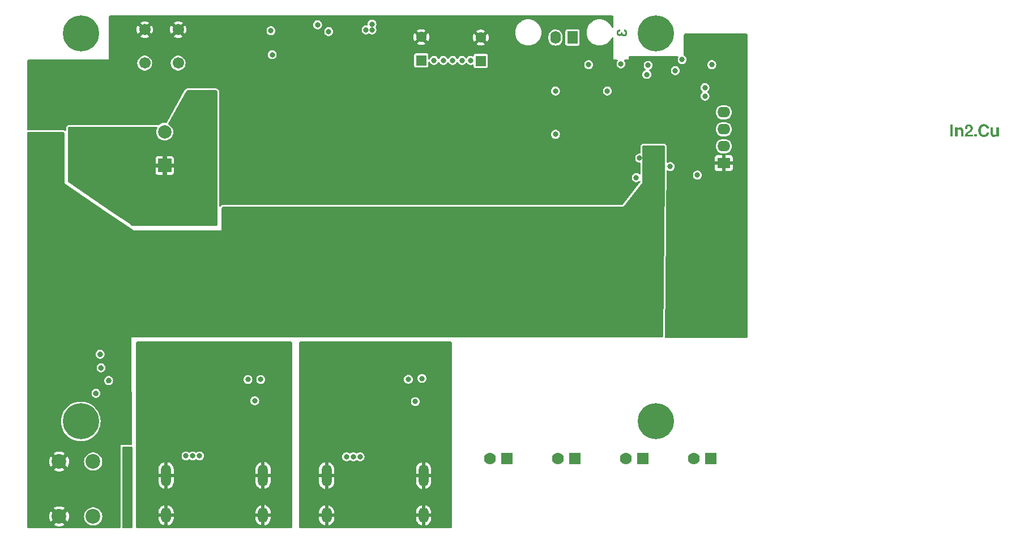
<source format=gbr>
%TF.GenerationSoftware,KiCad,Pcbnew,7.0.9-7.0.9~ubuntu20.04.1*%
%TF.CreationDate,2023-12-22T10:27:09-08:00*%
%TF.ProjectId,NX-J401-Adapter,4e582d4a-3430-4312-9d41-646170746572,1*%
%TF.SameCoordinates,Original*%
%TF.FileFunction,Copper,L3,Inr*%
%TF.FilePolarity,Positive*%
%FSLAX46Y46*%
G04 Gerber Fmt 4.6, Leading zero omitted, Abs format (unit mm)*
G04 Created by KiCad (PCBNEW 7.0.9-7.0.9~ubuntu20.04.1) date 2023-12-22 10:27:09*
%MOMM*%
%LPD*%
G01*
G04 APERTURE LIST*
%ADD10C,0.300000*%
%TA.AperFunction,NonConductor*%
%ADD11C,0.300000*%
%TD*%
%TA.AperFunction,ComponentPad*%
%ADD12C,5.400000*%
%TD*%
%TA.AperFunction,ComponentPad*%
%ADD13R,1.778000X1.778000*%
%TD*%
%TA.AperFunction,ComponentPad*%
%ADD14C,1.778000*%
%TD*%
%TA.AperFunction,ComponentPad*%
%ADD15R,2.000000X2.000000*%
%TD*%
%TA.AperFunction,ComponentPad*%
%ADD16C,2.000000*%
%TD*%
%TA.AperFunction,ComponentPad*%
%ADD17C,2.200000*%
%TD*%
%TA.AperFunction,ComponentPad*%
%ADD18R,1.600000X1.600000*%
%TD*%
%TA.AperFunction,ComponentPad*%
%ADD19C,1.600000*%
%TD*%
%TA.AperFunction,ComponentPad*%
%ADD20R,1.600200X1.905000*%
%TD*%
%TA.AperFunction,ComponentPad*%
%ADD21O,1.600200X1.905000*%
%TD*%
%TA.AperFunction,ComponentPad*%
%ADD22O,1.500000X3.300000*%
%TD*%
%TA.AperFunction,ComponentPad*%
%ADD23O,1.500000X2.300000*%
%TD*%
%TA.AperFunction,ComponentPad*%
%ADD24C,1.701800*%
%TD*%
%TA.AperFunction,ComponentPad*%
%ADD25R,1.905000X1.600200*%
%TD*%
%TA.AperFunction,ComponentPad*%
%ADD26O,1.905000X1.600200*%
%TD*%
%TA.AperFunction,ViaPad*%
%ADD27C,0.812800*%
%TD*%
G04 APERTURE END LIST*
D10*
D11*
G36*
X309590267Y-83392233D02*
G01*
X309568732Y-83392520D01*
X309547681Y-83393380D01*
X309527113Y-83394812D01*
X309507028Y-83396819D01*
X309487425Y-83399398D01*
X309468306Y-83402550D01*
X309449670Y-83406276D01*
X309431517Y-83410574D01*
X309413846Y-83415446D01*
X309396659Y-83420891D01*
X309385469Y-83424840D01*
X309369180Y-83431102D01*
X309353561Y-83437660D01*
X309338612Y-83444514D01*
X309324332Y-83451664D01*
X309310722Y-83459111D01*
X309297782Y-83466854D01*
X309285512Y-83474893D01*
X309270193Y-83486073D01*
X309256065Y-83497780D01*
X309246251Y-83506905D01*
X309233840Y-83519636D01*
X309222071Y-83532917D01*
X309210942Y-83546747D01*
X309200455Y-83561127D01*
X309190609Y-83576057D01*
X309181404Y-83591535D01*
X309172840Y-83607564D01*
X309164918Y-83624142D01*
X309157545Y-83640966D01*
X309150813Y-83657550D01*
X309144722Y-83673893D01*
X309139272Y-83689996D01*
X309134464Y-83705858D01*
X309130296Y-83721480D01*
X309126770Y-83736862D01*
X309123885Y-83752003D01*
X309121395Y-83767110D01*
X309119237Y-83782388D01*
X309117411Y-83797839D01*
X309115917Y-83813461D01*
X309114755Y-83829254D01*
X309113925Y-83845220D01*
X309113426Y-83861357D01*
X309113260Y-83877666D01*
X309113694Y-83904476D01*
X309114995Y-83930594D01*
X309117163Y-83956019D01*
X309120199Y-83980752D01*
X309124101Y-84004791D01*
X309128871Y-84028139D01*
X309134508Y-84050793D01*
X309141013Y-84072755D01*
X309148384Y-84094024D01*
X309156623Y-84114601D01*
X309165729Y-84134484D01*
X309175703Y-84153676D01*
X309186543Y-84172174D01*
X309198251Y-84189980D01*
X309210826Y-84207093D01*
X309224269Y-84223514D01*
X309238391Y-84239130D01*
X309253097Y-84253739D01*
X309268387Y-84267340D01*
X309284261Y-84279934D01*
X309300719Y-84291520D01*
X309317760Y-84302099D01*
X309335386Y-84311670D01*
X309353595Y-84320234D01*
X309372389Y-84327790D01*
X309391766Y-84334339D01*
X309411727Y-84339880D01*
X309432272Y-84344414D01*
X309453401Y-84347940D01*
X309475114Y-84350459D01*
X309497411Y-84351970D01*
X309520291Y-84352474D01*
X309539480Y-84352065D01*
X309558167Y-84350838D01*
X309576351Y-84348794D01*
X309594033Y-84345931D01*
X309611213Y-84342251D01*
X309627891Y-84337752D01*
X309644066Y-84332436D01*
X309659739Y-84326302D01*
X309674909Y-84319350D01*
X309689577Y-84311580D01*
X309699077Y-84305946D01*
X309713007Y-84296723D01*
X309726769Y-84286501D01*
X309740364Y-84275282D01*
X309753791Y-84263064D01*
X309767051Y-84249848D01*
X309780144Y-84235634D01*
X309793069Y-84220422D01*
X309805826Y-84204211D01*
X309818417Y-84187002D01*
X309830839Y-84168795D01*
X309839028Y-84156103D01*
X309846788Y-84171683D01*
X309854770Y-84186734D01*
X309862976Y-84201256D01*
X309871406Y-84215248D01*
X309880058Y-84228710D01*
X309888934Y-84241643D01*
X309898033Y-84254047D01*
X309907355Y-84265920D01*
X309916901Y-84277265D01*
X309931637Y-84293289D01*
X309946877Y-84308121D01*
X309962618Y-84321762D01*
X309978862Y-84334212D01*
X309989970Y-84341849D01*
X310007161Y-84352391D01*
X310025072Y-84361895D01*
X310043706Y-84370363D01*
X310063060Y-84377793D01*
X310083135Y-84384187D01*
X310103932Y-84389544D01*
X310125451Y-84393864D01*
X310140197Y-84396168D01*
X310155263Y-84398012D01*
X310170651Y-84399394D01*
X310186359Y-84400316D01*
X310202387Y-84400777D01*
X310210521Y-84400834D01*
X310237602Y-84400277D01*
X310263982Y-84398607D01*
X310289660Y-84395824D01*
X310314638Y-84391927D01*
X310338914Y-84386917D01*
X310362488Y-84380793D01*
X310385362Y-84373556D01*
X310407534Y-84365205D01*
X310429005Y-84355741D01*
X310449775Y-84345164D01*
X310469843Y-84333473D01*
X310489210Y-84320669D01*
X310507876Y-84306751D01*
X310525841Y-84291721D01*
X310543104Y-84275576D01*
X310559667Y-84258318D01*
X310575372Y-84240173D01*
X310590063Y-84221276D01*
X310603742Y-84201625D01*
X310616407Y-84181222D01*
X310628059Y-84160066D01*
X310638698Y-84138157D01*
X310648324Y-84115495D01*
X310656936Y-84092081D01*
X310664536Y-84067913D01*
X310671122Y-84042994D01*
X310676694Y-84017321D01*
X310681254Y-83990895D01*
X310684800Y-83963717D01*
X310687333Y-83935786D01*
X310688853Y-83907102D01*
X310689360Y-83877666D01*
X310688844Y-83849273D01*
X310687299Y-83821612D01*
X310684723Y-83794684D01*
X310681116Y-83768489D01*
X310676480Y-83743027D01*
X310670812Y-83718297D01*
X310664115Y-83694301D01*
X310656387Y-83671036D01*
X310647628Y-83648505D01*
X310637840Y-83626706D01*
X310627020Y-83605640D01*
X310615171Y-83585307D01*
X310602291Y-83565707D01*
X310588380Y-83546839D01*
X310573440Y-83528704D01*
X310557468Y-83511302D01*
X310540624Y-83494834D01*
X310523065Y-83479411D01*
X310504789Y-83465032D01*
X310485798Y-83451699D01*
X310466092Y-83439410D01*
X310445670Y-83428166D01*
X310424533Y-83417966D01*
X310402680Y-83408811D01*
X310380111Y-83400701D01*
X310356827Y-83393636D01*
X310332827Y-83387615D01*
X310308112Y-83382639D01*
X310282681Y-83378708D01*
X310256535Y-83375821D01*
X310229673Y-83373979D01*
X310202095Y-83373182D01*
X310202095Y-83660046D01*
X310230444Y-83662423D01*
X310256964Y-83666348D01*
X310281655Y-83671822D01*
X310304517Y-83678845D01*
X310325550Y-83687416D01*
X310344754Y-83697535D01*
X310362129Y-83709203D01*
X310377675Y-83722419D01*
X310391392Y-83737184D01*
X310403281Y-83753497D01*
X310413340Y-83771359D01*
X310421570Y-83790769D01*
X310427972Y-83811728D01*
X310432544Y-83834235D01*
X310435287Y-83858290D01*
X310436202Y-83883894D01*
X310435648Y-83901792D01*
X310433987Y-83919078D01*
X310431217Y-83935752D01*
X310427340Y-83951815D01*
X310422356Y-83967265D01*
X310416264Y-83982104D01*
X310409064Y-83996331D01*
X310400756Y-84009946D01*
X310391341Y-84022950D01*
X310380818Y-84035341D01*
X310373187Y-84043263D01*
X310360988Y-84054393D01*
X310348157Y-84064429D01*
X310334695Y-84073370D01*
X310320602Y-84081216D01*
X310305879Y-84087967D01*
X310290523Y-84093623D01*
X310274537Y-84098185D01*
X310257920Y-84101652D01*
X310240671Y-84104024D01*
X310222792Y-84105301D01*
X310210521Y-84105545D01*
X310195262Y-84105155D01*
X310180395Y-84103986D01*
X310161184Y-84101215D01*
X310142671Y-84097059D01*
X310124857Y-84091518D01*
X310107741Y-84084592D01*
X310091323Y-84076280D01*
X310075604Y-84066583D01*
X310068006Y-84061214D01*
X310053592Y-84049668D01*
X310040391Y-84037195D01*
X310028404Y-84023794D01*
X310017631Y-84009465D01*
X310008071Y-83994210D01*
X309999725Y-83978027D01*
X309992592Y-83960916D01*
X309986673Y-83942879D01*
X309983238Y-83927274D01*
X309980262Y-83909952D01*
X309977743Y-83890912D01*
X309976154Y-83875506D01*
X309974823Y-83859133D01*
X309973750Y-83841794D01*
X309972934Y-83823490D01*
X309972376Y-83804219D01*
X309972076Y-83783983D01*
X309972018Y-83769955D01*
X309773815Y-83769955D01*
X309773815Y-83795234D01*
X309773595Y-83811328D01*
X309772932Y-83826910D01*
X309771829Y-83841982D01*
X309768297Y-83870593D01*
X309762999Y-83897160D01*
X309755935Y-83921683D01*
X309747105Y-83944163D01*
X309736509Y-83964599D01*
X309724147Y-83982992D01*
X309710019Y-83999341D01*
X309694125Y-84013646D01*
X309676465Y-84025908D01*
X309657039Y-84036126D01*
X309635847Y-84044301D01*
X309612889Y-84050432D01*
X309588166Y-84054519D01*
X309561676Y-84056563D01*
X309547769Y-84056818D01*
X309530750Y-84056390D01*
X309514452Y-84055105D01*
X309498876Y-84052964D01*
X309484021Y-84049966D01*
X309465337Y-84044636D01*
X309447934Y-84037784D01*
X309431814Y-84029409D01*
X309416976Y-84019512D01*
X309403421Y-84008092D01*
X309391314Y-83995372D01*
X309380821Y-83981393D01*
X309371942Y-83966154D01*
X309364678Y-83949657D01*
X309359028Y-83931899D01*
X309354992Y-83912883D01*
X309353025Y-83897794D01*
X309351965Y-83881996D01*
X309351764Y-83871071D01*
X309352340Y-83850008D01*
X309354069Y-83830233D01*
X309356951Y-83811746D01*
X309360986Y-83794547D01*
X309366173Y-83778636D01*
X309372513Y-83764013D01*
X309380006Y-83750678D01*
X309388652Y-83738631D01*
X309401973Y-83724571D01*
X309417343Y-83712802D01*
X309430166Y-83705237D01*
X309444180Y-83698342D01*
X309459386Y-83692117D01*
X309475784Y-83686561D01*
X309493372Y-83681675D01*
X309512152Y-83677459D01*
X309532124Y-83673913D01*
X309553287Y-83671036D01*
X309568057Y-83669491D01*
X309583357Y-83668243D01*
X309599187Y-83667293D01*
X309615546Y-83666640D01*
X309615546Y-83392233D01*
X309590267Y-83392233D01*
G37*
D10*
D11*
G36*
X359350399Y-97569267D02*
G01*
X359350399Y-99392741D01*
X358975195Y-99392741D01*
X358975195Y-97569267D01*
X359350399Y-97569267D01*
G37*
G36*
X359708667Y-98042180D02*
G01*
X360059118Y-98042180D01*
X360059118Y-98237165D01*
X360077698Y-98210819D01*
X360097177Y-98186173D01*
X360117555Y-98163226D01*
X360138832Y-98141979D01*
X360161008Y-98122432D01*
X360184084Y-98104585D01*
X360208058Y-98088438D01*
X360232932Y-98073990D01*
X360258704Y-98061242D01*
X360285376Y-98050194D01*
X360312946Y-98040845D01*
X360341416Y-98033196D01*
X360370785Y-98027247D01*
X360401053Y-98022998D01*
X360432220Y-98020448D01*
X360464286Y-98019598D01*
X360490779Y-98020077D01*
X360516519Y-98021512D01*
X360541507Y-98023904D01*
X360565740Y-98027252D01*
X360589221Y-98031558D01*
X360611949Y-98036820D01*
X360633923Y-98043038D01*
X360655145Y-98050214D01*
X360675613Y-98058346D01*
X360695328Y-98067435D01*
X360714289Y-98077481D01*
X360732498Y-98088484D01*
X360749953Y-98100443D01*
X360766655Y-98113359D01*
X360782604Y-98127231D01*
X360797800Y-98142061D01*
X360812209Y-98157760D01*
X360825688Y-98174244D01*
X360838238Y-98191511D01*
X360849858Y-98209562D01*
X360860548Y-98228396D01*
X360870309Y-98248014D01*
X360879140Y-98268416D01*
X360887041Y-98289602D01*
X360894013Y-98311571D01*
X360900056Y-98334324D01*
X360905169Y-98357861D01*
X360909352Y-98382182D01*
X360912605Y-98407286D01*
X360914929Y-98433174D01*
X360916324Y-98459845D01*
X360916788Y-98487301D01*
X360916788Y-99392741D01*
X360566772Y-99392741D01*
X360566772Y-98559823D01*
X360565893Y-98530427D01*
X360563257Y-98502927D01*
X360558864Y-98477324D01*
X360552713Y-98453618D01*
X360544804Y-98431808D01*
X360535138Y-98411895D01*
X360523715Y-98393878D01*
X360510535Y-98377757D01*
X360495597Y-98363534D01*
X360478901Y-98351206D01*
X360460448Y-98340776D01*
X360440238Y-98332241D01*
X360418271Y-98325603D01*
X360394546Y-98320862D01*
X360369063Y-98318017D01*
X360341823Y-98317069D01*
X360318323Y-98317707D01*
X360295701Y-98319619D01*
X360273957Y-98322806D01*
X360253091Y-98327268D01*
X360233102Y-98333004D01*
X360213992Y-98340016D01*
X360195759Y-98348302D01*
X360178404Y-98357863D01*
X360161927Y-98368699D01*
X360146328Y-98380809D01*
X360136416Y-98389591D01*
X360122602Y-98403609D01*
X360110147Y-98418466D01*
X360099050Y-98434163D01*
X360089312Y-98450700D01*
X360080933Y-98468077D01*
X360073913Y-98486293D01*
X360068251Y-98505349D01*
X360063949Y-98525244D01*
X360061005Y-98545980D01*
X360059419Y-98567554D01*
X360059118Y-98582404D01*
X360059118Y-99392741D01*
X359708667Y-99392741D01*
X359708667Y-98042180D01*
G37*
G36*
X362359413Y-98144666D02*
G01*
X362359163Y-98163016D01*
X362358415Y-98181151D01*
X362357168Y-98199073D01*
X362355423Y-98216781D01*
X362353179Y-98234276D01*
X362350436Y-98251556D01*
X362347194Y-98268623D01*
X362341396Y-98293823D01*
X362334477Y-98318542D01*
X362326435Y-98342779D01*
X362317271Y-98366536D01*
X362306984Y-98389812D01*
X362295576Y-98412607D01*
X362283386Y-98434741D01*
X362270594Y-98456195D01*
X362257198Y-98476969D01*
X362243200Y-98497065D01*
X362228598Y-98516481D01*
X362213393Y-98535217D01*
X362197585Y-98553274D01*
X362181175Y-98570652D01*
X362164161Y-98587350D01*
X362146544Y-98603369D01*
X362134464Y-98613671D01*
X362116102Y-98628791D01*
X362097655Y-98643697D01*
X362079125Y-98658389D01*
X362060510Y-98672867D01*
X362041812Y-98687131D01*
X362023030Y-98701182D01*
X362004163Y-98715019D01*
X361985213Y-98728643D01*
X361966179Y-98742052D01*
X361947061Y-98755248D01*
X361934269Y-98763927D01*
X361915117Y-98776902D01*
X361896096Y-98790099D01*
X361877204Y-98803518D01*
X361858442Y-98817158D01*
X361839810Y-98831019D01*
X361821307Y-98845102D01*
X361802935Y-98859406D01*
X361784692Y-98873931D01*
X361766579Y-98888678D01*
X361748595Y-98903646D01*
X361736678Y-98913748D01*
X361719331Y-98929008D01*
X361702954Y-98944338D01*
X361687545Y-98959736D01*
X361673106Y-98975203D01*
X361659637Y-98990738D01*
X361647137Y-99006342D01*
X361635607Y-99022015D01*
X361625046Y-99037757D01*
X361615454Y-99053567D01*
X361606832Y-99069446D01*
X361601622Y-99080071D01*
X362352030Y-99080071D01*
X362352030Y-99392741D01*
X361146514Y-99392741D01*
X361148375Y-99362520D01*
X361150809Y-99333090D01*
X361153817Y-99304451D01*
X361157398Y-99276602D01*
X361161552Y-99249544D01*
X361166280Y-99223276D01*
X361171581Y-99197798D01*
X361177455Y-99173112D01*
X361183903Y-99149215D01*
X361190924Y-99126109D01*
X361198519Y-99103794D01*
X361206687Y-99082269D01*
X361215428Y-99061535D01*
X361224743Y-99041591D01*
X361234631Y-99022437D01*
X361245092Y-99004074D01*
X361256435Y-98986000D01*
X361268861Y-98967820D01*
X361282369Y-98949535D01*
X361296959Y-98931145D01*
X361312632Y-98912650D01*
X361329387Y-98894050D01*
X361347224Y-98875344D01*
X361366143Y-98856533D01*
X361386145Y-98837617D01*
X361407228Y-98818596D01*
X361429394Y-98799470D01*
X361452643Y-98780239D01*
X361476973Y-98760902D01*
X361502386Y-98741460D01*
X361528882Y-98721913D01*
X361556459Y-98702261D01*
X361574545Y-98689554D01*
X361592215Y-98677055D01*
X361609469Y-98664764D01*
X361626308Y-98652680D01*
X361642731Y-98640805D01*
X361658738Y-98629137D01*
X361674330Y-98617677D01*
X361689507Y-98606424D01*
X361704267Y-98595380D01*
X361718612Y-98584543D01*
X361732542Y-98573915D01*
X361759154Y-98553280D01*
X361784104Y-98533477D01*
X361807391Y-98514505D01*
X361829016Y-98496364D01*
X361848979Y-98479055D01*
X361867279Y-98462577D01*
X361883917Y-98446930D01*
X361898892Y-98432114D01*
X361912205Y-98418129D01*
X361923856Y-98404976D01*
X361929057Y-98398711D01*
X361943415Y-98379718D01*
X361956360Y-98359871D01*
X361967893Y-98339169D01*
X361978014Y-98317612D01*
X361986722Y-98295200D01*
X361994019Y-98271933D01*
X361999903Y-98247811D01*
X362004375Y-98222834D01*
X362007435Y-98197002D01*
X362008690Y-98179306D01*
X362009318Y-98161229D01*
X362009396Y-98152049D01*
X362008812Y-98127707D01*
X362007060Y-98104349D01*
X362004140Y-98081977D01*
X362000053Y-98060589D01*
X361994797Y-98040186D01*
X361988373Y-98020767D01*
X361980782Y-98002333D01*
X361972022Y-97984884D01*
X361962095Y-97968420D01*
X361951000Y-97952941D01*
X361942954Y-97943168D01*
X361930123Y-97929509D01*
X361916384Y-97917194D01*
X361901736Y-97906222D01*
X361886181Y-97896593D01*
X361869716Y-97888308D01*
X361852344Y-97881367D01*
X361834063Y-97875769D01*
X361814873Y-97871514D01*
X361794775Y-97868604D01*
X361773769Y-97867036D01*
X361759260Y-97866738D01*
X361737257Y-97867467D01*
X361716192Y-97869654D01*
X361696066Y-97873299D01*
X361676879Y-97878402D01*
X361658631Y-97884963D01*
X361641322Y-97892982D01*
X361624952Y-97902459D01*
X361609521Y-97913394D01*
X361595028Y-97925787D01*
X361581475Y-97939638D01*
X361572961Y-97949682D01*
X361561087Y-97965721D01*
X361550381Y-97982898D01*
X361540843Y-98001212D01*
X361532473Y-98020664D01*
X361525270Y-98041253D01*
X361519236Y-98062979D01*
X361514370Y-98085843D01*
X361510671Y-98109844D01*
X361508141Y-98134982D01*
X361507103Y-98152373D01*
X361506584Y-98170270D01*
X361506519Y-98179407D01*
X361506519Y-98237165D01*
X361171267Y-98237165D01*
X361170122Y-98219302D01*
X361169454Y-98201921D01*
X361169130Y-98183302D01*
X361169096Y-98174631D01*
X361169246Y-98157245D01*
X361170447Y-98123200D01*
X361172849Y-98090121D01*
X361176452Y-98058009D01*
X361181256Y-98026864D01*
X361187261Y-97996686D01*
X361194467Y-97967475D01*
X361202874Y-97939231D01*
X361212482Y-97911954D01*
X361223291Y-97885644D01*
X361235301Y-97860300D01*
X361248513Y-97835924D01*
X361262925Y-97812514D01*
X361278538Y-97790072D01*
X361295352Y-97768596D01*
X361313367Y-97748087D01*
X361322825Y-97738195D01*
X361342516Y-97719264D01*
X361363157Y-97701554D01*
X361384748Y-97685066D01*
X361407289Y-97669799D01*
X361430780Y-97655753D01*
X361455221Y-97642929D01*
X361480612Y-97631326D01*
X361506953Y-97620944D01*
X361534244Y-97611784D01*
X361562484Y-97603845D01*
X361591675Y-97597128D01*
X361621816Y-97591631D01*
X361652906Y-97587357D01*
X361684947Y-97584303D01*
X361717937Y-97582471D01*
X361751878Y-97581861D01*
X361769270Y-97582009D01*
X361803374Y-97583200D01*
X361836568Y-97585582D01*
X361868852Y-97589154D01*
X361900228Y-97593918D01*
X361930694Y-97599872D01*
X361960251Y-97607017D01*
X361988899Y-97615353D01*
X362016638Y-97624879D01*
X362043467Y-97635597D01*
X362069387Y-97647505D01*
X362094398Y-97660604D01*
X362118500Y-97674894D01*
X362141692Y-97690375D01*
X362163975Y-97707047D01*
X362185349Y-97724909D01*
X362195695Y-97734287D01*
X362215520Y-97753753D01*
X362234067Y-97774043D01*
X362251334Y-97795157D01*
X362267322Y-97817096D01*
X362282031Y-97839859D01*
X362295461Y-97863447D01*
X362307612Y-97887859D01*
X362318483Y-97913095D01*
X362328076Y-97939156D01*
X362336390Y-97966041D01*
X362343425Y-97993751D01*
X362349180Y-98022285D01*
X362353657Y-98051644D01*
X362356855Y-98081827D01*
X362358773Y-98112835D01*
X362359413Y-98144666D01*
G37*
G36*
X362954354Y-99027525D02*
G01*
X362954354Y-99392741D01*
X362579150Y-99392741D01*
X362579150Y-99027525D01*
X362954354Y-99027525D01*
G37*
G36*
X364414349Y-98187224D02*
G01*
X364409708Y-98167053D01*
X364404580Y-98147521D01*
X364398964Y-98128630D01*
X364392860Y-98110380D01*
X364386268Y-98092770D01*
X364379189Y-98075800D01*
X364371622Y-98059471D01*
X364363567Y-98043781D01*
X364345995Y-98014324D01*
X364326472Y-97987429D01*
X364304998Y-97963095D01*
X364281573Y-97941322D01*
X364256197Y-97922111D01*
X364228871Y-97905462D01*
X364199594Y-97891374D01*
X364168366Y-97879847D01*
X364135187Y-97870882D01*
X364117866Y-97867360D01*
X364100057Y-97864478D01*
X364081761Y-97862237D01*
X364062977Y-97860636D01*
X364043705Y-97859675D01*
X364023946Y-97859355D01*
X363996480Y-97860020D01*
X363969778Y-97862015D01*
X363943839Y-97865340D01*
X363918664Y-97869995D01*
X363894252Y-97875979D01*
X363870603Y-97883294D01*
X363847718Y-97891938D01*
X363825596Y-97901913D01*
X363804237Y-97913217D01*
X363783642Y-97925852D01*
X363763810Y-97939816D01*
X363744741Y-97955110D01*
X363726436Y-97971734D01*
X363708894Y-97989689D01*
X363692116Y-98008973D01*
X363676101Y-98029586D01*
X363660956Y-98051330D01*
X363646788Y-98074112D01*
X363633597Y-98097932D01*
X363621383Y-98122790D01*
X363610147Y-98148687D01*
X363599887Y-98175621D01*
X363590605Y-98203594D01*
X363582300Y-98232605D01*
X363574971Y-98262654D01*
X363568620Y-98293741D01*
X363563246Y-98325866D01*
X363558849Y-98359030D01*
X363555429Y-98393232D01*
X363554086Y-98410722D01*
X363552987Y-98428471D01*
X363552132Y-98446481D01*
X363551521Y-98464749D01*
X363551155Y-98483278D01*
X363551033Y-98502065D01*
X363551151Y-98520557D01*
X363551506Y-98538795D01*
X363552097Y-98556778D01*
X363552926Y-98574506D01*
X363553991Y-98591980D01*
X363556830Y-98626165D01*
X363560616Y-98659332D01*
X363565349Y-98691481D01*
X363571029Y-98722612D01*
X363577655Y-98752726D01*
X363585227Y-98781821D01*
X363593746Y-98809899D01*
X363603212Y-98836959D01*
X363613624Y-98863001D01*
X363624983Y-98888026D01*
X363637288Y-98912033D01*
X363650540Y-98935021D01*
X363664738Y-98956992D01*
X363672192Y-98967596D01*
X363687766Y-98987895D01*
X363704090Y-99006884D01*
X363721164Y-99024563D01*
X363738987Y-99040933D01*
X363757561Y-99055993D01*
X363776884Y-99069743D01*
X363796956Y-99082184D01*
X363817779Y-99093316D01*
X363839351Y-99103137D01*
X363861674Y-99111650D01*
X363884746Y-99118852D01*
X363908567Y-99124745D01*
X363933139Y-99129329D01*
X363958460Y-99132603D01*
X363984531Y-99134567D01*
X364011352Y-99135222D01*
X364032955Y-99134851D01*
X364054012Y-99133736D01*
X364074522Y-99131879D01*
X364094487Y-99129278D01*
X364113905Y-99125935D01*
X364132776Y-99121848D01*
X364151102Y-99117019D01*
X364168881Y-99111446D01*
X364186115Y-99105131D01*
X364202801Y-99098072D01*
X364218942Y-99090271D01*
X364234537Y-99081726D01*
X364249585Y-99072439D01*
X364264087Y-99062408D01*
X364278043Y-99051635D01*
X364291452Y-99040118D01*
X364304248Y-99027918D01*
X364316361Y-99015094D01*
X364327793Y-99001645D01*
X364338543Y-98987572D01*
X364348611Y-98972875D01*
X364357996Y-98957554D01*
X364366700Y-98941608D01*
X364374722Y-98925038D01*
X364382062Y-98907844D01*
X364388721Y-98890026D01*
X364394697Y-98871583D01*
X364399991Y-98852516D01*
X364404603Y-98832825D01*
X364408534Y-98812510D01*
X364411782Y-98791570D01*
X364414349Y-98770006D01*
X364779565Y-98770006D01*
X364778264Y-98789422D01*
X364776588Y-98808586D01*
X364774536Y-98827498D01*
X364772108Y-98846158D01*
X364769304Y-98864567D01*
X364766125Y-98882723D01*
X364762570Y-98900628D01*
X364758639Y-98918280D01*
X364754332Y-98935681D01*
X364749650Y-98952830D01*
X364744592Y-98969726D01*
X364739158Y-98986371D01*
X364733348Y-99002764D01*
X364720602Y-99034795D01*
X364706353Y-99065817D01*
X364690601Y-99095833D01*
X364673345Y-99124840D01*
X364654587Y-99152840D01*
X364634326Y-99179832D01*
X364612562Y-99205817D01*
X364589295Y-99230794D01*
X364564525Y-99254763D01*
X364551576Y-99266370D01*
X364538339Y-99277671D01*
X364524847Y-99288614D01*
X364497097Y-99309423D01*
X364468325Y-99328797D01*
X364453556Y-99337946D01*
X364438532Y-99346736D01*
X364423253Y-99355167D01*
X364407718Y-99363239D01*
X364391928Y-99370953D01*
X364375883Y-99378308D01*
X364359582Y-99385304D01*
X364343026Y-99391942D01*
X364326215Y-99398220D01*
X364309149Y-99404140D01*
X364291827Y-99409701D01*
X364274250Y-99414903D01*
X364256417Y-99419747D01*
X364238330Y-99424231D01*
X364219987Y-99428357D01*
X364201388Y-99432124D01*
X364182535Y-99435533D01*
X364163426Y-99438582D01*
X364144062Y-99441273D01*
X364124442Y-99443605D01*
X364104568Y-99445579D01*
X364084437Y-99447193D01*
X364064052Y-99448449D01*
X364043411Y-99449346D01*
X364022515Y-99449884D01*
X364001364Y-99450063D01*
X363977769Y-99449813D01*
X363954481Y-99449062D01*
X363931499Y-99447811D01*
X363908825Y-99446060D01*
X363886458Y-99443808D01*
X363864398Y-99441056D01*
X363842645Y-99437803D01*
X363821199Y-99434050D01*
X363800060Y-99429796D01*
X363779228Y-99425042D01*
X363758703Y-99419788D01*
X363738485Y-99414033D01*
X363718574Y-99407778D01*
X363698971Y-99401022D01*
X363679674Y-99393766D01*
X363660684Y-99386009D01*
X363642002Y-99377752D01*
X363623626Y-99368995D01*
X363605557Y-99359737D01*
X363587796Y-99349979D01*
X363570341Y-99339720D01*
X363553194Y-99328961D01*
X363536353Y-99317702D01*
X363519820Y-99305942D01*
X363503594Y-99293682D01*
X363487674Y-99280921D01*
X363472062Y-99267660D01*
X363456757Y-99253898D01*
X363441758Y-99239636D01*
X363427067Y-99224874D01*
X363412683Y-99209611D01*
X363398606Y-99193848D01*
X363384900Y-99177654D01*
X363371629Y-99161101D01*
X363358793Y-99144189D01*
X363346393Y-99126917D01*
X363334427Y-99109285D01*
X363322897Y-99091294D01*
X363311801Y-99072943D01*
X363301141Y-99054232D01*
X363290916Y-99035162D01*
X363281126Y-99015732D01*
X363271771Y-98995942D01*
X363262851Y-98975793D01*
X363254366Y-98955284D01*
X363246317Y-98934416D01*
X363238702Y-98913188D01*
X363231523Y-98891600D01*
X363224779Y-98869653D01*
X363218470Y-98847346D01*
X363212596Y-98824679D01*
X363207157Y-98801653D01*
X363202153Y-98778267D01*
X363197584Y-98754522D01*
X363193451Y-98730417D01*
X363189752Y-98705952D01*
X363186489Y-98681128D01*
X363183661Y-98655944D01*
X363181268Y-98630401D01*
X363179310Y-98604497D01*
X363177787Y-98578235D01*
X363176699Y-98551612D01*
X363176046Y-98524630D01*
X363175829Y-98497289D01*
X363176048Y-98469785D01*
X363176707Y-98442644D01*
X363177806Y-98415865D01*
X363179343Y-98389449D01*
X363181321Y-98363394D01*
X363183737Y-98337702D01*
X363186593Y-98312372D01*
X363189888Y-98287403D01*
X363193622Y-98262798D01*
X363197796Y-98238554D01*
X363202410Y-98214672D01*
X363207462Y-98191153D01*
X363212954Y-98167996D01*
X363218885Y-98145201D01*
X363225256Y-98122768D01*
X363232066Y-98100697D01*
X363239315Y-98078989D01*
X363247004Y-98057642D01*
X363255132Y-98036658D01*
X363263699Y-98016036D01*
X363272706Y-97995776D01*
X363282152Y-97975879D01*
X363292037Y-97956343D01*
X363302362Y-97937170D01*
X363313126Y-97918359D01*
X363324330Y-97899910D01*
X363335973Y-97881823D01*
X363348055Y-97864098D01*
X363360577Y-97846736D01*
X363373537Y-97829735D01*
X363386938Y-97813097D01*
X363400777Y-97796821D01*
X363415020Y-97780978D01*
X363429574Y-97765637D01*
X363444441Y-97750800D01*
X363459620Y-97736465D01*
X363475111Y-97722634D01*
X363490914Y-97709305D01*
X363507029Y-97696479D01*
X363523457Y-97684157D01*
X363540196Y-97672337D01*
X363557248Y-97661020D01*
X363574612Y-97650207D01*
X363592288Y-97639896D01*
X363610276Y-97630088D01*
X363628576Y-97620783D01*
X363647188Y-97611981D01*
X363666112Y-97603682D01*
X363685349Y-97595886D01*
X363704898Y-97588593D01*
X363724758Y-97581803D01*
X363744931Y-97575516D01*
X363765416Y-97569732D01*
X363786214Y-97564451D01*
X363807323Y-97559673D01*
X363828744Y-97555398D01*
X363850478Y-97551625D01*
X363872523Y-97548356D01*
X363894881Y-97545590D01*
X363917551Y-97543326D01*
X363940533Y-97541566D01*
X363963827Y-97540309D01*
X363987434Y-97539554D01*
X364011352Y-97539303D01*
X364031405Y-97539471D01*
X364051230Y-97539978D01*
X364070828Y-97540822D01*
X364090198Y-97542003D01*
X364109341Y-97543522D01*
X364128257Y-97545379D01*
X364146946Y-97547573D01*
X364165407Y-97550105D01*
X364183641Y-97552974D01*
X364201648Y-97556181D01*
X364219427Y-97559726D01*
X364236979Y-97563608D01*
X364254304Y-97567828D01*
X364271402Y-97572385D01*
X364288272Y-97577280D01*
X364304915Y-97582512D01*
X364337518Y-97593989D01*
X364369213Y-97606817D01*
X364399998Y-97620995D01*
X364429874Y-97636523D01*
X364458841Y-97653402D01*
X364486898Y-97671631D01*
X364514046Y-97691210D01*
X364540285Y-97712140D01*
X364565413Y-97734199D01*
X364589120Y-97757276D01*
X364611405Y-97781371D01*
X364632268Y-97806483D01*
X364651710Y-97832614D01*
X364669730Y-97859762D01*
X364686329Y-97887928D01*
X364701506Y-97917112D01*
X364715262Y-97947314D01*
X364727596Y-97978533D01*
X364738508Y-98010771D01*
X364747999Y-98044026D01*
X364752212Y-98061035D01*
X364756069Y-98078299D01*
X364759570Y-98095817D01*
X364762717Y-98113589D01*
X364765508Y-98131616D01*
X364767943Y-98149898D01*
X364770023Y-98168434D01*
X364771748Y-98187224D01*
X364414349Y-98187224D01*
G37*
G36*
X366240862Y-99392741D02*
G01*
X365890846Y-99392741D01*
X365890846Y-99232497D01*
X365872266Y-99258843D01*
X365852787Y-99283489D01*
X365832409Y-99306436D01*
X365811131Y-99327682D01*
X365788955Y-99347229D01*
X365765880Y-99365077D01*
X365741905Y-99381224D01*
X365717032Y-99395672D01*
X365691259Y-99408420D01*
X365664588Y-99419468D01*
X365637017Y-99428817D01*
X365608547Y-99436465D01*
X365579178Y-99442415D01*
X365548911Y-99446664D01*
X365517744Y-99449213D01*
X365485678Y-99450063D01*
X365459183Y-99449585D01*
X365433437Y-99448150D01*
X365408442Y-99445758D01*
X365384196Y-99442409D01*
X365360700Y-99438104D01*
X365337953Y-99432842D01*
X365315957Y-99426623D01*
X365294710Y-99419448D01*
X365274213Y-99411315D01*
X365254466Y-99402226D01*
X365235469Y-99392181D01*
X365217221Y-99381178D01*
X365199724Y-99369219D01*
X365182976Y-99356303D01*
X365166977Y-99342430D01*
X365151729Y-99327601D01*
X365137320Y-99311901D01*
X365123841Y-99295418D01*
X365111291Y-99278151D01*
X365099672Y-99260100D01*
X365088981Y-99241266D01*
X365079220Y-99221647D01*
X365070389Y-99201245D01*
X365062488Y-99180060D01*
X365055516Y-99158090D01*
X365049473Y-99135337D01*
X365044361Y-99111801D01*
X365040177Y-99087480D01*
X365036924Y-99062376D01*
X365034600Y-99036488D01*
X365033205Y-99009817D01*
X365032741Y-98982361D01*
X365032741Y-98042180D01*
X365383191Y-98042180D01*
X365383191Y-98909839D01*
X365384070Y-98939235D01*
X365386706Y-98966735D01*
X365391100Y-98992337D01*
X365397251Y-99016044D01*
X365405159Y-99037854D01*
X365414825Y-99057767D01*
X365426248Y-99075784D01*
X365439429Y-99091904D01*
X365454367Y-99106128D01*
X365471062Y-99118455D01*
X365489515Y-99128886D01*
X365509725Y-99137421D01*
X365531693Y-99144058D01*
X365555418Y-99148800D01*
X365580900Y-99151644D01*
X365608140Y-99152593D01*
X365631636Y-99151955D01*
X365654247Y-99150043D01*
X365675972Y-99146856D01*
X365696811Y-99142394D01*
X365716765Y-99136658D01*
X365735834Y-99129646D01*
X365754017Y-99121360D01*
X365771315Y-99111799D01*
X365787727Y-99100963D01*
X365803253Y-99088853D01*
X365813113Y-99080071D01*
X365827004Y-99066053D01*
X365839530Y-99051195D01*
X365850689Y-99035498D01*
X365860481Y-99018962D01*
X365868907Y-99001585D01*
X365875967Y-98983369D01*
X365881661Y-98964313D01*
X365885988Y-98944417D01*
X365888948Y-98923682D01*
X365890542Y-98902107D01*
X365890846Y-98887257D01*
X365890846Y-98042180D01*
X366240862Y-98042180D01*
X366240862Y-99392741D01*
G37*
D12*
%TO.N,N/C*%
%TO.C,H1*%
X229000000Y-84000000D03*
%TD*%
D13*
%TO.N,/CAN_FD_DC2_L*%
%TO.C,J10*%
X302895000Y-147574000D03*
D14*
%TO.N,/CAN_FD_DC2_H*%
X300355000Y-147574000D03*
%TD*%
D15*
%TO.N,/Power Supply/V_IN*%
%TO.C,C8*%
X241554000Y-103713677D03*
D16*
%TO.N,GND*%
X241554000Y-98713677D03*
%TD*%
D17*
%TO.N,/Power Supply/V_{BAT}*%
%TO.C,J13*%
X225774000Y-148004000D03*
X225774000Y-156204000D03*
%TO.N,GND*%
X230854000Y-148004000D03*
X230854000Y-156204000D03*
%TD*%
D18*
%TO.N,/Power Supply/+18V*%
%TO.C,C3*%
X279908000Y-88012651D03*
D19*
%TO.N,GND*%
X279908000Y-84512651D03*
%TD*%
D20*
%TO.N,/Fan Control/TMP_DN*%
%TO.C,J1*%
X302514000Y-84582000D03*
D21*
%TO.N,/Fan Control/TMP_DP*%
X299974000Y-84582000D03*
%TD*%
D13*
%TO.N,/CAN_FD2_L*%
%TO.C,J9*%
X292735000Y-147574000D03*
D14*
%TO.N,/CAN_FD2_H*%
X290195000Y-147574000D03*
%TD*%
D18*
%TO.N,/Power Supply/+18V*%
%TO.C,C4*%
X288798000Y-88082000D03*
D19*
%TO.N,GND*%
X288798000Y-84582000D03*
%TD*%
D13*
%TO.N,/CAN_FD1_L*%
%TO.C,J11*%
X313055000Y-147574000D03*
D14*
%TO.N,/CAN_FD1_H*%
X310515000Y-147574000D03*
%TD*%
D12*
%TO.N,N/C*%
%TO.C,H3*%
X229000000Y-142000000D03*
%TD*%
D22*
%TO.N,/MIPI-HDMI-1/GND_MIPI*%
%TO.C,J14*%
X256250000Y-150075000D03*
X241750000Y-150075000D03*
D23*
X256250000Y-156035000D03*
X241750000Y-156035000D03*
%TD*%
D12*
%TO.N,N/C*%
%TO.C,H2*%
X315000000Y-84000000D03*
%TD*%
D24*
%TO.N,/Power Supply/+18V*%
%TO.C,J2*%
X238561113Y-88406784D03*
X243561113Y-88406784D03*
%TO.N,GND*%
X238561113Y-83406784D03*
X243561113Y-83406784D03*
%TD*%
D22*
%TO.N,/MIPI-HDMI-2/GND_MIPI*%
%TO.C,J15*%
X280250000Y-150075000D03*
X265750000Y-150075000D03*
D23*
X280250000Y-156035000D03*
X265750000Y-156035000D03*
%TD*%
D12*
%TO.N,N/C*%
%TO.C,H4*%
X315000000Y-142000000D03*
%TD*%
D13*
%TO.N,/CAN_FD_DC1_L*%
%TO.C,J12*%
X323215000Y-147574000D03*
D14*
%TO.N,/CAN_FD_DC1_H*%
X320675000Y-147574000D03*
%TD*%
D25*
%TO.N,GND*%
%TO.C,J4*%
X325120000Y-103378000D03*
D26*
%TO.N,/FAN_PWR*%
X325120000Y-100838000D03*
%TO.N,/FAN_PWM*%
X325120000Y-98298000D03*
%TO.N,/FAN_TACH*%
X325120000Y-95758000D03*
%TD*%
D27*
%TO.N,GND*%
X234569000Y-96520000D03*
X257554772Y-88157362D03*
X253619000Y-84836000D03*
X232029000Y-133985000D03*
X301498000Y-99060000D03*
X323850000Y-86614000D03*
X276606000Y-84552103D03*
X306070000Y-96393000D03*
X276606000Y-82804000D03*
X310896000Y-99314000D03*
X231267000Y-137795000D03*
X309499000Y-92329000D03*
X319913000Y-95631000D03*
X233172000Y-135890000D03*
X235966000Y-153543000D03*
X261366000Y-83566000D03*
X276606000Y-83693000D03*
X308737000Y-105283000D03*
X264287000Y-88392000D03*
X259334000Y-88392000D03*
X306070000Y-99441000D03*
X317119000Y-105664000D03*
X317881000Y-93345000D03*
X231902000Y-131953000D03*
X322199000Y-90297000D03*
%TO.N,/Power Supply/V_{BAT}*%
X222758000Y-103505000D03*
X222758000Y-99695000D03*
X222758000Y-102235000D03*
X312547000Y-102616000D03*
X225806000Y-131953000D03*
X222758000Y-100965000D03*
X226314000Y-133858000D03*
X226822000Y-137795000D03*
X224790000Y-135890000D03*
X226187000Y-100965000D03*
X226187000Y-102235000D03*
X226187000Y-103505000D03*
%TO.N,/Power Supply/V_IN*%
X231267000Y-102235000D03*
X227965000Y-100965000D03*
X248666000Y-98806000D03*
X264414000Y-82677000D03*
X231267000Y-103505000D03*
X227965000Y-102235000D03*
X231267000Y-100965000D03*
X248666000Y-104140000D03*
X247777000Y-98806000D03*
X247777000Y-93472000D03*
X247777000Y-104140000D03*
X227965000Y-103505000D03*
X248666000Y-93472000D03*
%TO.N,/MIPI-HDMI-2/GND_MIPI*%
X272491200Y-151247400D03*
X276987000Y-151272800D03*
X275513800Y-151247400D03*
X269519400Y-151247400D03*
X272186400Y-138928400D03*
X273989800Y-151247400D03*
X274705604Y-139031031D03*
X265963400Y-138903000D03*
X268986000Y-138903000D03*
%TO.N,Net-(U2-DP)*%
X299974000Y-92583000D03*
X304927000Y-88646000D03*
%TO.N,/MIPI-HDMI-2/CAM_SCL*%
X270764000Y-147285000D03*
X277977600Y-135698544D03*
%TO.N,/MIPI-HDMI-2/CAM_SDA*%
X269748497Y-147285000D03*
X279019000Y-139030000D03*
%TO.N,/MIPI-HDMI-2/CAM_3V3*%
X268732994Y-147285000D03*
X280003000Y-135569000D03*
%TO.N,/MIPI-HDMI-1/GND_MIPI*%
X244983000Y-138903000D03*
X248539000Y-151222000D03*
X245491000Y-151222000D03*
X251460000Y-151222000D03*
X250063000Y-151222000D03*
X248031000Y-138903000D03*
X241935000Y-138903000D03*
X252984000Y-151222000D03*
X251079000Y-138903000D03*
%TO.N,/MIPI-HDMI-1/CAM_SCL*%
X254000000Y-135728000D03*
X246761000Y-147158000D03*
%TO.N,/MIPI-HDMI-1/CAM_SDA*%
X245745497Y-147158000D03*
X255016000Y-138903000D03*
%TO.N,/MIPI-HDMI-1/CAM_3V3*%
X255905000Y-135728000D03*
X244729994Y-147158000D03*
%TO.N,Net-(D4-K-Pad3)*%
X312039000Y-105537000D03*
%TO.N,Net-(U1-I_{SEN})*%
X257429000Y-83566000D03*
%TO.N,/Power Supply/+18V*%
X287274000Y-88011000D03*
X286004000Y-88011000D03*
X283210000Y-88011000D03*
X281813000Y-88011000D03*
X284607000Y-88011000D03*
%TO.N,Net-(U1-FA{slash}SD)*%
X266065000Y-83693000D03*
%TO.N,Net-(Q1-S-Pad1)*%
X271653000Y-83439000D03*
X272542000Y-83439000D03*
X272542000Y-82579897D03*
%TO.N,Net-(U1-FB)*%
X257619062Y-87143897D03*
%TO.N,+3V3*%
X299974000Y-99060000D03*
X318897000Y-87884000D03*
X309753000Y-88519000D03*
X317881000Y-89535000D03*
%TO.N,/FAN_PWM*%
X307721000Y-92583000D03*
%TO.N,/Fan Control/I2C_SDA*%
X322326000Y-93345000D03*
X313605556Y-90113616D03*
X323342000Y-88646000D03*
%TO.N,/Fan Control/I2C_SCL*%
X322326000Y-92075000D03*
X313817000Y-88738456D03*
%TO.N,Net-(U5-IN)*%
X317119000Y-103886000D03*
%TO.N,Net-(U5-GND)*%
X321183000Y-105156000D03*
%TD*%
%TA.AperFunction,Conductor*%
%TO.N,/Power Supply/V_{BAT}*%
G36*
X226325980Y-98681383D02*
G01*
X226387011Y-98693523D01*
X226431709Y-98712037D01*
X226473096Y-98739691D01*
X226507309Y-98773904D01*
X226534962Y-98815291D01*
X226553476Y-98859987D01*
X226565617Y-98921019D01*
X226568000Y-98945212D01*
X226568000Y-106426000D01*
X233030078Y-110813830D01*
X236790398Y-113367135D01*
X236790400Y-113367136D01*
X236855000Y-113411000D01*
X249809000Y-113411000D01*
X249809002Y-113411000D01*
X250063000Y-113411000D01*
X250063000Y-110121212D01*
X250065383Y-110097021D01*
X250077523Y-110035989D01*
X250096037Y-109991291D01*
X250123693Y-109949900D01*
X250157900Y-109915693D01*
X250199292Y-109888036D01*
X250243989Y-109869523D01*
X250305021Y-109857383D01*
X250329212Y-109855000D01*
X310010545Y-109855000D01*
X310010547Y-109855000D01*
X310134000Y-109855000D01*
X312928000Y-106299000D01*
X312928000Y-100977212D01*
X312930383Y-100953021D01*
X312942523Y-100891989D01*
X312961037Y-100847291D01*
X312988693Y-100805900D01*
X313022900Y-100771693D01*
X313064292Y-100744036D01*
X313108989Y-100725523D01*
X313170021Y-100713383D01*
X313194212Y-100711000D01*
X316088156Y-100711000D01*
X316112498Y-100713413D01*
X316173890Y-100725704D01*
X316218823Y-100744446D01*
X316260358Y-100772425D01*
X316294611Y-100807023D01*
X316322172Y-100848835D01*
X316340465Y-100893952D01*
X316351678Y-100953021D01*
X316352142Y-100955461D01*
X316354311Y-100979818D01*
X316299850Y-106426000D01*
X316230002Y-113410786D01*
X316230000Y-113410962D01*
X316229999Y-113411177D01*
X316105096Y-129148868D01*
X316102547Y-129172915D01*
X316090044Y-129233565D01*
X316071358Y-129277931D01*
X316043632Y-129318983D01*
X316009456Y-129352888D01*
X315968185Y-129380287D01*
X315923674Y-129398620D01*
X315862921Y-129410642D01*
X315838866Y-129413000D01*
X247596738Y-129413267D01*
X236838784Y-129413309D01*
X236838777Y-129413310D01*
X236838776Y-129413310D01*
X236583270Y-129413311D01*
X236584788Y-129668817D01*
X236584788Y-129668819D01*
X236584788Y-129668822D01*
X236677522Y-145274444D01*
X236675265Y-145298742D01*
X236663397Y-145360064D01*
X236645009Y-145405016D01*
X236617407Y-145446654D01*
X236583165Y-145481096D01*
X236541686Y-145508940D01*
X236496842Y-145527587D01*
X236435587Y-145539811D01*
X236411302Y-145542209D01*
X235204036Y-145542035D01*
X235204030Y-145542035D01*
X234950000Y-145542000D01*
X234950000Y-145796034D01*
X234950000Y-157721787D01*
X234947617Y-157745980D01*
X234935476Y-157807012D01*
X234916962Y-157851708D01*
X234889309Y-157893095D01*
X234855095Y-157927309D01*
X234813708Y-157954962D01*
X234769012Y-157973476D01*
X234720989Y-157983029D01*
X234707978Y-157985617D01*
X234683788Y-157988000D01*
X221246212Y-157988000D01*
X221222021Y-157985617D01*
X221205690Y-157982368D01*
X221160987Y-157973476D01*
X221116291Y-157954962D01*
X221074904Y-157927309D01*
X221040691Y-157893096D01*
X221013037Y-157851708D01*
X220994523Y-157807010D01*
X220982383Y-157745978D01*
X220980000Y-157721787D01*
X220980000Y-156204005D01*
X224287924Y-156204005D01*
X224308190Y-156448591D01*
X224308192Y-156448603D01*
X224368443Y-156686526D01*
X224467035Y-156911295D01*
X224526569Y-157002417D01*
X225231646Y-156297340D01*
X225250884Y-156389915D01*
X225320442Y-156524156D01*
X225423638Y-156634652D01*
X225552819Y-156713209D01*
X225678569Y-156748442D01*
X224972695Y-157454316D01*
X225177048Y-157564908D01*
X225177053Y-157564910D01*
X225409186Y-157644601D01*
X225651282Y-157685000D01*
X225896718Y-157685000D01*
X226138813Y-157644601D01*
X226370946Y-157564910D01*
X226370960Y-157564903D01*
X226575303Y-157454317D01*
X226575303Y-157454316D01*
X225867330Y-156746343D01*
X225923783Y-156738584D01*
X226062458Y-156678349D01*
X226179739Y-156582934D01*
X226266928Y-156459415D01*
X226317559Y-156316953D01*
X226318737Y-156299724D01*
X227021429Y-157002417D01*
X227080966Y-156911291D01*
X227080967Y-156911289D01*
X227179556Y-156686526D01*
X227239807Y-156448603D01*
X227239809Y-156448591D01*
X227260076Y-156204005D01*
X229494858Y-156204005D01*
X229513394Y-156427703D01*
X229568499Y-156645311D01*
X229658670Y-156850881D01*
X229698141Y-156911295D01*
X229781446Y-157038802D01*
X229933478Y-157203953D01*
X229933481Y-157203955D01*
X229933484Y-157203958D01*
X230110611Y-157341822D01*
X230110617Y-157341826D01*
X230110620Y-157341828D01*
X230308039Y-157448666D01*
X230520350Y-157521553D01*
X230741763Y-157558500D01*
X230966237Y-157558500D01*
X231187650Y-157521553D01*
X231399961Y-157448666D01*
X231597380Y-157341828D01*
X231774522Y-157203953D01*
X231926554Y-157038802D01*
X232049330Y-156850880D01*
X232139500Y-156645313D01*
X232194605Y-156427707D01*
X232210003Y-156241886D01*
X232213142Y-156204005D01*
X232213142Y-156203994D01*
X232200784Y-156054862D01*
X232194605Y-155980293D01*
X232139500Y-155762687D01*
X232049330Y-155557120D01*
X232009859Y-155496706D01*
X231950324Y-155405581D01*
X231926554Y-155369198D01*
X231774522Y-155204047D01*
X231774517Y-155204043D01*
X231774515Y-155204041D01*
X231597388Y-155066177D01*
X231597382Y-155066173D01*
X231399962Y-154959334D01*
X231399953Y-154959331D01*
X231187652Y-154886447D01*
X230966237Y-154849500D01*
X230741763Y-154849500D01*
X230520347Y-154886447D01*
X230308046Y-154959331D01*
X230308037Y-154959334D01*
X230110617Y-155066173D01*
X230110611Y-155066177D01*
X229933484Y-155204041D01*
X229933481Y-155204044D01*
X229781447Y-155369196D01*
X229781444Y-155369200D01*
X229658670Y-155557118D01*
X229568499Y-155762688D01*
X229513394Y-155980296D01*
X229494858Y-156203994D01*
X229494858Y-156204005D01*
X227260076Y-156204005D01*
X227260076Y-156203994D01*
X227239809Y-155959408D01*
X227239807Y-155959396D01*
X227179556Y-155721473D01*
X227080964Y-155496704D01*
X227021429Y-155405581D01*
X226316353Y-156110658D01*
X226297116Y-156018085D01*
X226227558Y-155883844D01*
X226124362Y-155773348D01*
X225995181Y-155694791D01*
X225869430Y-155659557D01*
X226575303Y-154953682D01*
X226370951Y-154843091D01*
X226370946Y-154843089D01*
X226138813Y-154763398D01*
X225896718Y-154723000D01*
X225651282Y-154723000D01*
X225409186Y-154763398D01*
X225177053Y-154843089D01*
X225177043Y-154843094D01*
X224972695Y-154953681D01*
X224972695Y-154953682D01*
X225680669Y-155661656D01*
X225624217Y-155669416D01*
X225485542Y-155729651D01*
X225368261Y-155825066D01*
X225281072Y-155948585D01*
X225230441Y-156091047D01*
X225229262Y-156108274D01*
X224526569Y-155405581D01*
X224467034Y-155496706D01*
X224368443Y-155721473D01*
X224308192Y-155959396D01*
X224308190Y-155959408D01*
X224287924Y-156203994D01*
X224287924Y-156204005D01*
X220980000Y-156204005D01*
X220980000Y-148004005D01*
X224287924Y-148004005D01*
X224308190Y-148248591D01*
X224308192Y-148248603D01*
X224368443Y-148486526D01*
X224467035Y-148711295D01*
X224526569Y-148802417D01*
X225231646Y-148097340D01*
X225250884Y-148189915D01*
X225320442Y-148324156D01*
X225423638Y-148434652D01*
X225552819Y-148513209D01*
X225678569Y-148548442D01*
X224972695Y-149254316D01*
X225177048Y-149364908D01*
X225177053Y-149364910D01*
X225409186Y-149444601D01*
X225651282Y-149485000D01*
X225896718Y-149485000D01*
X226138813Y-149444601D01*
X226370946Y-149364910D01*
X226370960Y-149364903D01*
X226575303Y-149254317D01*
X226575303Y-149254316D01*
X225867330Y-148546343D01*
X225923783Y-148538584D01*
X226062458Y-148478349D01*
X226179739Y-148382934D01*
X226266928Y-148259415D01*
X226317559Y-148116953D01*
X226318737Y-148099724D01*
X227021429Y-148802417D01*
X227080966Y-148711291D01*
X227080967Y-148711289D01*
X227179556Y-148486526D01*
X227239807Y-148248603D01*
X227239809Y-148248591D01*
X227260076Y-148004005D01*
X229494858Y-148004005D01*
X229513394Y-148227703D01*
X229568499Y-148445311D01*
X229658670Y-148650881D01*
X229757674Y-148802417D01*
X229781446Y-148838802D01*
X229933478Y-149003953D01*
X229933481Y-149003955D01*
X229933484Y-149003958D01*
X230110611Y-149141822D01*
X230110617Y-149141826D01*
X230110620Y-149141828D01*
X230308039Y-149248666D01*
X230520350Y-149321553D01*
X230741763Y-149358500D01*
X230966237Y-149358500D01*
X231187650Y-149321553D01*
X231399961Y-149248666D01*
X231597380Y-149141828D01*
X231620209Y-149124060D01*
X231686000Y-149072852D01*
X231774522Y-149003953D01*
X231926554Y-148838802D01*
X232049330Y-148650880D01*
X232139500Y-148445313D01*
X232194605Y-148227707D01*
X232213142Y-148004000D01*
X232203782Y-147891047D01*
X232197804Y-147818900D01*
X232194605Y-147780293D01*
X232139500Y-147562687D01*
X232049330Y-147357120D01*
X232009859Y-147296706D01*
X231926555Y-147169200D01*
X231926554Y-147169198D01*
X231774522Y-147004047D01*
X231774517Y-147004043D01*
X231774515Y-147004041D01*
X231597388Y-146866177D01*
X231597382Y-146866173D01*
X231399962Y-146759334D01*
X231399953Y-146759331D01*
X231187652Y-146686447D01*
X230966237Y-146649500D01*
X230741763Y-146649500D01*
X230520347Y-146686447D01*
X230308046Y-146759331D01*
X230308037Y-146759334D01*
X230110617Y-146866173D01*
X230110611Y-146866177D01*
X229933484Y-147004041D01*
X229933481Y-147004044D01*
X229781447Y-147169196D01*
X229781444Y-147169200D01*
X229658670Y-147357118D01*
X229568499Y-147562688D01*
X229513394Y-147780296D01*
X229494858Y-148003994D01*
X229494858Y-148004005D01*
X227260076Y-148004005D01*
X227260076Y-148003994D01*
X227239809Y-147759408D01*
X227239807Y-147759396D01*
X227179556Y-147521473D01*
X227080964Y-147296704D01*
X227021429Y-147205581D01*
X226316353Y-147910658D01*
X226297116Y-147818085D01*
X226227558Y-147683844D01*
X226124362Y-147573348D01*
X225995181Y-147494791D01*
X225869430Y-147459557D01*
X226575303Y-146753682D01*
X226370951Y-146643091D01*
X226370946Y-146643089D01*
X226138813Y-146563398D01*
X225896718Y-146523000D01*
X225651282Y-146523000D01*
X225409186Y-146563398D01*
X225177053Y-146643089D01*
X225177043Y-146643094D01*
X224972695Y-146753681D01*
X224972695Y-146753682D01*
X225680669Y-147461656D01*
X225624217Y-147469416D01*
X225485542Y-147529651D01*
X225368261Y-147625066D01*
X225281072Y-147748585D01*
X225230441Y-147891047D01*
X225229262Y-147908274D01*
X224526569Y-147205581D01*
X224467034Y-147296706D01*
X224368443Y-147521473D01*
X224308192Y-147759396D01*
X224308190Y-147759408D01*
X224287924Y-148003994D01*
X224287924Y-148004005D01*
X220980000Y-148004005D01*
X220980000Y-142000003D01*
X226040493Y-142000003D01*
X226060504Y-142343578D01*
X226060505Y-142343589D01*
X226120264Y-142682499D01*
X226120266Y-142682507D01*
X226218973Y-143012212D01*
X226355284Y-143328215D01*
X226355290Y-143328228D01*
X226527368Y-143626277D01*
X226732882Y-143902330D01*
X226732887Y-143902336D01*
X226854862Y-144031621D01*
X226969063Y-144152667D01*
X226969069Y-144152672D01*
X226969071Y-144152674D01*
X227232702Y-144373887D01*
X227232710Y-144373893D01*
X227520242Y-144563006D01*
X227827791Y-144717463D01*
X227827792Y-144717464D01*
X227827795Y-144717465D01*
X227827799Y-144717467D01*
X228151204Y-144835177D01*
X228486087Y-144914545D01*
X228827920Y-144954500D01*
X228827927Y-144954500D01*
X229172073Y-144954500D01*
X229172080Y-144954500D01*
X229513913Y-144914545D01*
X229848796Y-144835177D01*
X230172201Y-144717467D01*
X230479754Y-144563008D01*
X230767295Y-144373889D01*
X231030937Y-144152667D01*
X231267114Y-143902334D01*
X231472632Y-143626276D01*
X231644712Y-143328224D01*
X231781027Y-143012211D01*
X231879733Y-142682509D01*
X231939496Y-142343578D01*
X231959507Y-142000000D01*
X231939496Y-141656422D01*
X231879733Y-141317491D01*
X231781027Y-140987789D01*
X231644712Y-140671776D01*
X231472632Y-140373724D01*
X231472631Y-140373722D01*
X231267117Y-140097669D01*
X231267112Y-140097663D01*
X231152913Y-139976620D01*
X231030937Y-139847333D01*
X231030930Y-139847327D01*
X231030928Y-139847325D01*
X230767297Y-139626112D01*
X230767289Y-139626106D01*
X230479757Y-139436993D01*
X230172208Y-139282536D01*
X230172207Y-139282535D01*
X229918947Y-139190356D01*
X229848796Y-139164823D01*
X229848795Y-139164822D01*
X229848793Y-139164822D01*
X229664802Y-139121216D01*
X229513913Y-139085455D01*
X229172080Y-139045500D01*
X228827920Y-139045500D01*
X228486087Y-139085455D01*
X228151206Y-139164822D01*
X227827792Y-139282535D01*
X227827791Y-139282536D01*
X227520242Y-139436993D01*
X227232710Y-139626106D01*
X227232702Y-139626112D01*
X226969071Y-139847325D01*
X226969061Y-139847335D01*
X226732887Y-140097663D01*
X226732882Y-140097669D01*
X226527368Y-140373722D01*
X226355290Y-140671771D01*
X226355284Y-140671784D01*
X226218973Y-140987787D01*
X226120266Y-141317492D01*
X226120264Y-141317500D01*
X226060505Y-141656410D01*
X226060504Y-141656421D01*
X226040493Y-141999996D01*
X226040493Y-142000003D01*
X220980000Y-142000003D01*
X220980000Y-137795000D01*
X230601246Y-137795000D01*
X230620591Y-137954323D01*
X230620592Y-137954328D01*
X230677504Y-138104391D01*
X230768676Y-138236477D01*
X230888809Y-138342905D01*
X231030920Y-138417491D01*
X231030922Y-138417491D01*
X231030923Y-138417492D01*
X231186752Y-138455900D01*
X231347248Y-138455900D01*
X231503076Y-138417492D01*
X231503076Y-138417491D01*
X231503080Y-138417491D01*
X231645191Y-138342905D01*
X231765324Y-138236477D01*
X231856496Y-138104391D01*
X231913408Y-137954325D01*
X231932754Y-137795000D01*
X231913408Y-137635675D01*
X231913407Y-137635673D01*
X231913407Y-137635671D01*
X231887546Y-137567482D01*
X231856496Y-137485609D01*
X231765324Y-137353523D01*
X231645191Y-137247095D01*
X231503080Y-137172509D01*
X231503079Y-137172508D01*
X231503076Y-137172507D01*
X231347248Y-137134100D01*
X231186752Y-137134100D01*
X231030923Y-137172507D01*
X230888809Y-137247095D01*
X230768675Y-137353523D01*
X230677505Y-137485607D01*
X230677504Y-137485608D01*
X230620592Y-137635671D01*
X230620591Y-137635676D01*
X230601246Y-137795000D01*
X220980000Y-137795000D01*
X220980000Y-135890000D01*
X232506246Y-135890000D01*
X232525591Y-136049323D01*
X232525592Y-136049328D01*
X232551221Y-136116905D01*
X232582504Y-136199391D01*
X232673676Y-136331477D01*
X232793809Y-136437905D01*
X232935920Y-136512491D01*
X232935922Y-136512491D01*
X232935923Y-136512492D01*
X233091752Y-136550900D01*
X233252248Y-136550900D01*
X233408076Y-136512492D01*
X233408076Y-136512491D01*
X233408080Y-136512491D01*
X233550191Y-136437905D01*
X233670324Y-136331477D01*
X233761496Y-136199391D01*
X233818408Y-136049325D01*
X233837754Y-135890000D01*
X233818408Y-135730675D01*
X233818407Y-135730673D01*
X233818407Y-135730671D01*
X233792546Y-135662482D01*
X233761496Y-135580609D01*
X233670324Y-135448523D01*
X233550191Y-135342095D01*
X233408080Y-135267509D01*
X233408079Y-135267508D01*
X233408076Y-135267507D01*
X233252248Y-135229100D01*
X233091752Y-135229100D01*
X232935923Y-135267507D01*
X232793809Y-135342095D01*
X232673675Y-135448523D01*
X232582505Y-135580607D01*
X232582504Y-135580608D01*
X232525592Y-135730671D01*
X232525591Y-135730676D01*
X232506246Y-135890000D01*
X220980000Y-135890000D01*
X220980000Y-133985000D01*
X231363246Y-133985000D01*
X231382591Y-134144323D01*
X231382592Y-134144328D01*
X231439504Y-134294391D01*
X231530676Y-134426477D01*
X231650809Y-134532905D01*
X231792920Y-134607491D01*
X231792922Y-134607491D01*
X231792923Y-134607492D01*
X231948752Y-134645900D01*
X232109248Y-134645900D01*
X232265076Y-134607492D01*
X232265076Y-134607491D01*
X232265080Y-134607491D01*
X232407191Y-134532905D01*
X232527324Y-134426477D01*
X232618496Y-134294391D01*
X232675408Y-134144325D01*
X232694754Y-133985000D01*
X232675408Y-133825675D01*
X232675407Y-133825673D01*
X232675407Y-133825671D01*
X232649546Y-133757482D01*
X232618496Y-133675609D01*
X232527324Y-133543523D01*
X232407191Y-133437095D01*
X232265080Y-133362509D01*
X232265079Y-133362508D01*
X232265076Y-133362507D01*
X232109248Y-133324100D01*
X231948752Y-133324100D01*
X231792923Y-133362507D01*
X231650809Y-133437095D01*
X231530675Y-133543523D01*
X231439505Y-133675607D01*
X231439504Y-133675608D01*
X231382592Y-133825671D01*
X231382591Y-133825676D01*
X231363246Y-133985000D01*
X220980000Y-133985000D01*
X220980000Y-131953000D01*
X231236246Y-131953000D01*
X231255591Y-132112323D01*
X231255592Y-132112328D01*
X231312504Y-132262391D01*
X231403676Y-132394477D01*
X231523809Y-132500905D01*
X231665920Y-132575491D01*
X231665922Y-132575491D01*
X231665923Y-132575492D01*
X231821752Y-132613900D01*
X231982248Y-132613900D01*
X232138076Y-132575492D01*
X232138076Y-132575491D01*
X232138080Y-132575491D01*
X232280191Y-132500905D01*
X232400324Y-132394477D01*
X232491496Y-132262391D01*
X232548408Y-132112325D01*
X232567754Y-131953000D01*
X232548408Y-131793675D01*
X232548407Y-131793673D01*
X232548407Y-131793671D01*
X232522546Y-131725482D01*
X232491496Y-131643609D01*
X232400324Y-131511523D01*
X232280191Y-131405095D01*
X232138080Y-131330509D01*
X232138079Y-131330508D01*
X232138076Y-131330507D01*
X231982248Y-131292100D01*
X231821752Y-131292100D01*
X231665923Y-131330507D01*
X231523809Y-131405095D01*
X231403675Y-131511523D01*
X231312505Y-131643607D01*
X231312504Y-131643608D01*
X231255592Y-131793671D01*
X231255591Y-131793676D01*
X231236246Y-131953000D01*
X220980000Y-131953000D01*
X220980000Y-98945212D01*
X220982383Y-98921021D01*
X220994523Y-98859989D01*
X221013037Y-98815291D01*
X221040693Y-98773900D01*
X221074900Y-98739693D01*
X221116292Y-98712036D01*
X221160989Y-98693523D01*
X221222021Y-98681383D01*
X221246212Y-98679000D01*
X226301788Y-98679000D01*
X226325980Y-98681383D01*
G37*
%TD.AperFunction*%
%TD*%
%TA.AperFunction,Conductor*%
%TO.N,/Power Supply/V_IN*%
G36*
X249185980Y-92458383D02*
G01*
X249247011Y-92470523D01*
X249291709Y-92489037D01*
X249333096Y-92516691D01*
X249367309Y-92550904D01*
X249394962Y-92592291D01*
X249413476Y-92636987D01*
X249425617Y-92698019D01*
X249428000Y-92722212D01*
X249428000Y-112509787D01*
X249425617Y-112533980D01*
X249413476Y-112595012D01*
X249394962Y-112639708D01*
X249367309Y-112681095D01*
X249333095Y-112715309D01*
X249291708Y-112742962D01*
X249247012Y-112761476D01*
X249198989Y-112771029D01*
X249185978Y-112773617D01*
X249161788Y-112776000D01*
X236815893Y-112776000D01*
X236797362Y-112774607D01*
X236778913Y-112771818D01*
X236750043Y-112767455D01*
X236714635Y-112756501D01*
X236671539Y-112735681D01*
X236655458Y-112726366D01*
X236374278Y-112533980D01*
X233700503Y-110704554D01*
X227199048Y-106256190D01*
X227176509Y-106236367D01*
X227125761Y-106179438D01*
X227097960Y-106126729D01*
X227079632Y-106052698D01*
X227076000Y-106022904D01*
X227076000Y-104749829D01*
X240173000Y-104749829D01*
X240183790Y-104823893D01*
X240239637Y-104938130D01*
X240329546Y-105028039D01*
X240443783Y-105083886D01*
X240517847Y-105094677D01*
X241236500Y-105094677D01*
X241236500Y-104100156D01*
X241280900Y-104138629D01*
X241411685Y-104198357D01*
X241518237Y-104213677D01*
X241589763Y-104213677D01*
X241696315Y-104198357D01*
X241827100Y-104138629D01*
X241871500Y-104100156D01*
X241871500Y-105094677D01*
X242590153Y-105094677D01*
X242664216Y-105083886D01*
X242778453Y-105028039D01*
X242868362Y-104938130D01*
X242924209Y-104823893D01*
X242935000Y-104749829D01*
X242935000Y-104031177D01*
X241944307Y-104031177D01*
X242013493Y-103923521D01*
X242054000Y-103785566D01*
X242054000Y-103641788D01*
X242013493Y-103503833D01*
X241944307Y-103396177D01*
X242935000Y-103396177D01*
X242935000Y-102677524D01*
X242924209Y-102603460D01*
X242868362Y-102489223D01*
X242778453Y-102399314D01*
X242664216Y-102343467D01*
X242590153Y-102332677D01*
X241871500Y-102332677D01*
X241871500Y-103327197D01*
X241827100Y-103288725D01*
X241696315Y-103228997D01*
X241589763Y-103213677D01*
X241518237Y-103213677D01*
X241411685Y-103228997D01*
X241280900Y-103288725D01*
X241236500Y-103327197D01*
X241236500Y-102332677D01*
X240517847Y-102332677D01*
X240443783Y-102343467D01*
X240329546Y-102399314D01*
X240239637Y-102489223D01*
X240183790Y-102603460D01*
X240173000Y-102677524D01*
X240173000Y-103396177D01*
X241163693Y-103396177D01*
X241094507Y-103503833D01*
X241054000Y-103641788D01*
X241054000Y-103785566D01*
X241094507Y-103923521D01*
X241163693Y-104031177D01*
X240173000Y-104031177D01*
X240173000Y-104749829D01*
X227076000Y-104749829D01*
X227076000Y-98183212D01*
X227078383Y-98159021D01*
X227090523Y-98097989D01*
X227109037Y-98053291D01*
X227136693Y-98011900D01*
X227170900Y-97977693D01*
X227212292Y-97950036D01*
X227256989Y-97931523D01*
X227318021Y-97919383D01*
X227342212Y-97917000D01*
X240346668Y-97917000D01*
X240413707Y-97936685D01*
X240459462Y-97989489D01*
X240469406Y-98058647D01*
X240459050Y-98093404D01*
X240370655Y-98282968D01*
X240313839Y-98495001D01*
X240313838Y-98495008D01*
X240294708Y-98713674D01*
X240294708Y-98713677D01*
X240313839Y-98932351D01*
X240370653Y-99144380D01*
X240370654Y-99144383D01*
X240370655Y-99144385D01*
X240463419Y-99343319D01*
X240463423Y-99343327D01*
X240589322Y-99523129D01*
X240589327Y-99523135D01*
X240744541Y-99678349D01*
X240744547Y-99678354D01*
X240924349Y-99804253D01*
X240924351Y-99804254D01*
X240924354Y-99804256D01*
X241123297Y-99897024D01*
X241335326Y-99953838D01*
X241491521Y-99967503D01*
X241553998Y-99972969D01*
X241554000Y-99972969D01*
X241554002Y-99972969D01*
X241608668Y-99968186D01*
X241772674Y-99953838D01*
X241984703Y-99897024D01*
X242183646Y-99804256D01*
X242363457Y-99678351D01*
X242518674Y-99523134D01*
X242644579Y-99343323D01*
X242737347Y-99144380D01*
X242794161Y-98932351D01*
X242813292Y-98713677D01*
X242794161Y-98495003D01*
X242737347Y-98282974D01*
X242644579Y-98084031D01*
X242644577Y-98084028D01*
X242644576Y-98084026D01*
X242518677Y-97904224D01*
X242518672Y-97904218D01*
X242363458Y-97749004D01*
X242363452Y-97748999D01*
X242183650Y-97623100D01*
X242136606Y-97601163D01*
X242084167Y-97554990D01*
X242065016Y-97487796D01*
X242080734Y-97428351D01*
X244777967Y-92595806D01*
X244790287Y-92577703D01*
X244825930Y-92534166D01*
X244859088Y-92505792D01*
X244897972Y-92482964D01*
X244938914Y-92467838D01*
X244966119Y-92462973D01*
X244994294Y-92457936D01*
X245016120Y-92456000D01*
X249161788Y-92456000D01*
X249185980Y-92458383D01*
G37*
%TD.AperFunction*%
%TD*%
%TA.AperFunction,Conductor*%
%TO.N,GND*%
G36*
X236696902Y-145812396D02*
G01*
X236726557Y-145875661D01*
X236728000Y-145894526D01*
X236728000Y-157721787D01*
X236725617Y-157745980D01*
X236713476Y-157807012D01*
X236694962Y-157851708D01*
X236667309Y-157893095D01*
X236633095Y-157927309D01*
X236591708Y-157954962D01*
X236547012Y-157973476D01*
X236498989Y-157983029D01*
X236485978Y-157985617D01*
X236461788Y-157988000D01*
X235315154Y-157988000D01*
X235248115Y-157968315D01*
X235202360Y-157915511D01*
X235192416Y-157846353D01*
X235193537Y-157839807D01*
X235203373Y-157790363D01*
X235203373Y-157790362D01*
X235205244Y-157777757D01*
X235208875Y-157740885D01*
X235209500Y-157728152D01*
X235209500Y-145925554D01*
X235229185Y-145858515D01*
X235281989Y-145812760D01*
X235333514Y-145801554D01*
X236416838Y-145801709D01*
X236417657Y-145801710D01*
X236417657Y-145801709D01*
X236417661Y-145801710D01*
X236430437Y-145801082D01*
X236453015Y-145798852D01*
X236467453Y-145797427D01*
X236467451Y-145797427D01*
X236480100Y-145795545D01*
X236547626Y-145782069D01*
X236547634Y-145782066D01*
X236547638Y-145782066D01*
X236567885Y-145775902D01*
X236637751Y-145775208D01*
X236696902Y-145812396D01*
G37*
%TD.AperFunction*%
%TA.AperFunction,Conductor*%
G36*
X231330357Y-137397202D02*
G01*
X231395759Y-137413322D01*
X231423709Y-137423922D01*
X231483366Y-137455232D01*
X231507963Y-137472210D01*
X231558389Y-137516884D01*
X231578208Y-137539253D01*
X231616479Y-137594700D01*
X231630369Y-137621165D01*
X231654257Y-137684153D01*
X231661411Y-137713176D01*
X231669532Y-137780051D01*
X231669532Y-137809947D01*
X231661411Y-137876824D01*
X231654257Y-137905847D01*
X231630371Y-137968830D01*
X231616479Y-137995298D01*
X231578210Y-138050741D01*
X231558389Y-138073114D01*
X231507968Y-138117785D01*
X231483367Y-138134765D01*
X231423711Y-138166075D01*
X231395762Y-138176675D01*
X231330360Y-138192796D01*
X231300683Y-138196400D01*
X231233321Y-138196400D01*
X231203645Y-138192797D01*
X231138233Y-138176674D01*
X231110283Y-138166073D01*
X231050635Y-138134767D01*
X231026034Y-138117786D01*
X230975610Y-138073114D01*
X230955788Y-138050740D01*
X230936653Y-138023019D01*
X230917517Y-137995295D01*
X230903626Y-137968828D01*
X230879741Y-137905847D01*
X230872587Y-137876826D01*
X230872587Y-137876824D01*
X230864465Y-137809937D01*
X230864465Y-137780059D01*
X230872586Y-137713174D01*
X230879739Y-137684157D01*
X230903630Y-137621164D01*
X230917517Y-137594701D01*
X230955790Y-137539253D01*
X230975606Y-137516885D01*
X231026039Y-137472207D01*
X231050634Y-137455231D01*
X231110286Y-137423923D01*
X231138237Y-137413322D01*
X231203641Y-137397202D01*
X231233314Y-137393600D01*
X231300684Y-137393600D01*
X231330357Y-137397202D01*
G37*
%TD.AperFunction*%
%TA.AperFunction,Conductor*%
G36*
X233235357Y-135492202D02*
G01*
X233300759Y-135508322D01*
X233328709Y-135518922D01*
X233388366Y-135550232D01*
X233412963Y-135567210D01*
X233463389Y-135611884D01*
X233483208Y-135634253D01*
X233521479Y-135689700D01*
X233535369Y-135716165D01*
X233559257Y-135779153D01*
X233566411Y-135808176D01*
X233574532Y-135875051D01*
X233574532Y-135904947D01*
X233566411Y-135971824D01*
X233559257Y-136000847D01*
X233535371Y-136063830D01*
X233521479Y-136090298D01*
X233483210Y-136145741D01*
X233463389Y-136168114D01*
X233437004Y-136191491D01*
X233412968Y-136212785D01*
X233388367Y-136229765D01*
X233328711Y-136261075D01*
X233300762Y-136271675D01*
X233235360Y-136287796D01*
X233205683Y-136291400D01*
X233138321Y-136291400D01*
X233108645Y-136287797D01*
X233043233Y-136271674D01*
X233015283Y-136261073D01*
X232955635Y-136229767D01*
X232931034Y-136212786D01*
X232880610Y-136168114D01*
X232860788Y-136145740D01*
X232840884Y-136116905D01*
X232822517Y-136090295D01*
X232808626Y-136063828D01*
X232784741Y-136000847D01*
X232777587Y-135971826D01*
X232777587Y-135971824D01*
X232769465Y-135904937D01*
X232769465Y-135875059D01*
X232777586Y-135808174D01*
X232784739Y-135779157D01*
X232808630Y-135716164D01*
X232822517Y-135689701D01*
X232860790Y-135634253D01*
X232880606Y-135611885D01*
X232931039Y-135567207D01*
X232955634Y-135550231D01*
X232976616Y-135539219D01*
X233015286Y-135518923D01*
X233043237Y-135508322D01*
X233108641Y-135492202D01*
X233138314Y-135488600D01*
X233205684Y-135488600D01*
X233235357Y-135492202D01*
G37*
%TD.AperFunction*%
%TA.AperFunction,Conductor*%
G36*
X232092357Y-133587202D02*
G01*
X232157759Y-133603322D01*
X232185709Y-133613922D01*
X232245366Y-133645232D01*
X232269963Y-133662210D01*
X232320389Y-133706884D01*
X232340208Y-133729253D01*
X232378479Y-133784700D01*
X232392369Y-133811165D01*
X232416257Y-133874153D01*
X232423411Y-133903176D01*
X232431532Y-133970051D01*
X232431532Y-133999947D01*
X232423411Y-134066824D01*
X232416257Y-134095847D01*
X232392371Y-134158830D01*
X232378479Y-134185298D01*
X232340210Y-134240741D01*
X232320389Y-134263114D01*
X232269968Y-134307785D01*
X232245367Y-134324765D01*
X232185711Y-134356075D01*
X232157762Y-134366675D01*
X232092360Y-134382796D01*
X232062683Y-134386400D01*
X231995321Y-134386400D01*
X231965645Y-134382797D01*
X231900233Y-134366674D01*
X231872283Y-134356073D01*
X231812635Y-134324767D01*
X231788034Y-134307786D01*
X231737610Y-134263114D01*
X231717788Y-134240740D01*
X231698653Y-134213019D01*
X231679517Y-134185295D01*
X231665626Y-134158828D01*
X231641741Y-134095847D01*
X231634587Y-134066826D01*
X231634587Y-134066824D01*
X231626465Y-133999937D01*
X231626465Y-133970059D01*
X231634586Y-133903174D01*
X231641739Y-133874157D01*
X231665630Y-133811164D01*
X231679517Y-133784701D01*
X231717790Y-133729253D01*
X231737606Y-133706885D01*
X231788039Y-133662207D01*
X231812634Y-133645231D01*
X231872286Y-133613923D01*
X231900237Y-133603322D01*
X231965641Y-133587202D01*
X231995314Y-133583600D01*
X232062684Y-133583600D01*
X232092357Y-133587202D01*
G37*
%TD.AperFunction*%
%TA.AperFunction,Conductor*%
G36*
X231965357Y-131555202D02*
G01*
X232030759Y-131571322D01*
X232058709Y-131581922D01*
X232118366Y-131613232D01*
X232142963Y-131630210D01*
X232193389Y-131674884D01*
X232213208Y-131697253D01*
X232251479Y-131752700D01*
X232265369Y-131779165D01*
X232289257Y-131842153D01*
X232296411Y-131871176D01*
X232304532Y-131938051D01*
X232304532Y-131967947D01*
X232296411Y-132034824D01*
X232289257Y-132063847D01*
X232265371Y-132126830D01*
X232251479Y-132153298D01*
X232213210Y-132208741D01*
X232193389Y-132231114D01*
X232142968Y-132275785D01*
X232118367Y-132292765D01*
X232058711Y-132324075D01*
X232030762Y-132334675D01*
X231965360Y-132350796D01*
X231935683Y-132354400D01*
X231868321Y-132354400D01*
X231838645Y-132350797D01*
X231773233Y-132334674D01*
X231745283Y-132324073D01*
X231685635Y-132292767D01*
X231661034Y-132275786D01*
X231610610Y-132231114D01*
X231590788Y-132208740D01*
X231571653Y-132181019D01*
X231552517Y-132153295D01*
X231538626Y-132126828D01*
X231514741Y-132063847D01*
X231507587Y-132034826D01*
X231507587Y-132034824D01*
X231499465Y-131967937D01*
X231499465Y-131938059D01*
X231507586Y-131871174D01*
X231514739Y-131842157D01*
X231538630Y-131779164D01*
X231552517Y-131752701D01*
X231590790Y-131697253D01*
X231610606Y-131674885D01*
X231661039Y-131630207D01*
X231685634Y-131613231D01*
X231745286Y-131581923D01*
X231773237Y-131571322D01*
X231838641Y-131555202D01*
X231868314Y-131551600D01*
X231935684Y-131551600D01*
X231965357Y-131555202D01*
G37*
%TD.AperFunction*%
%TA.AperFunction,Conductor*%
G36*
X308553039Y-81299685D02*
G01*
X308598794Y-81352489D01*
X308610000Y-81404000D01*
X308610000Y-82994164D01*
X308590315Y-83061203D01*
X308537511Y-83106958D01*
X308468353Y-83116902D01*
X308404797Y-83087877D01*
X308369819Y-83037498D01*
X308358413Y-83006920D01*
X308358408Y-83006908D01*
X308224578Y-82761816D01*
X308224573Y-82761808D01*
X308057225Y-82538257D01*
X308057209Y-82538239D01*
X307859760Y-82340790D01*
X307859742Y-82340774D01*
X307636191Y-82173426D01*
X307636183Y-82173421D01*
X307391091Y-82039591D01*
X307391087Y-82039589D01*
X307291888Y-82002590D01*
X307129431Y-81941997D01*
X307129427Y-81941996D01*
X307129424Y-81941995D01*
X306856556Y-81882635D01*
X306647729Y-81867700D01*
X306508271Y-81867700D01*
X306299443Y-81882635D01*
X306026575Y-81941995D01*
X306026570Y-81941996D01*
X306026569Y-81941997D01*
X305985261Y-81957404D01*
X305764912Y-82039589D01*
X305764908Y-82039591D01*
X305519816Y-82173421D01*
X305519808Y-82173426D01*
X305296257Y-82340774D01*
X305296239Y-82340790D01*
X305098790Y-82538239D01*
X305098774Y-82538257D01*
X304931426Y-82761808D01*
X304931421Y-82761816D01*
X304797591Y-83006908D01*
X304797589Y-83006912D01*
X304699995Y-83268575D01*
X304640635Y-83541443D01*
X304620713Y-83819998D01*
X304620713Y-83820001D01*
X304640635Y-84098556D01*
X304699995Y-84371424D01*
X304699997Y-84371431D01*
X304760590Y-84533888D01*
X304797589Y-84633087D01*
X304797591Y-84633091D01*
X304931421Y-84878183D01*
X304931426Y-84878191D01*
X305098774Y-85101742D01*
X305098790Y-85101760D01*
X305296239Y-85299209D01*
X305296257Y-85299225D01*
X305519808Y-85466573D01*
X305519816Y-85466578D01*
X305764908Y-85600408D01*
X305764912Y-85600410D01*
X305764914Y-85600411D01*
X306026569Y-85698003D01*
X306140475Y-85722782D01*
X306299443Y-85757364D01*
X306299445Y-85757364D01*
X306299449Y-85757365D01*
X306508271Y-85772300D01*
X306647729Y-85772300D01*
X306856551Y-85757365D01*
X307129431Y-85698003D01*
X307391086Y-85600411D01*
X307636189Y-85466575D01*
X307859750Y-85299219D01*
X308057219Y-85101750D01*
X308224575Y-84878189D01*
X308358411Y-84633086D01*
X308369818Y-84602501D01*
X308411689Y-84546568D01*
X308477154Y-84522151D01*
X308545427Y-84537003D01*
X308594832Y-84586408D01*
X308610000Y-84645835D01*
X308610000Y-87884000D01*
X309151993Y-87884000D01*
X309219032Y-87903685D01*
X309264787Y-87956489D01*
X309274731Y-88025647D01*
X309254043Y-88078440D01*
X309163505Y-88209607D01*
X309163504Y-88209608D01*
X309106592Y-88359671D01*
X309106591Y-88359676D01*
X309087246Y-88519000D01*
X309106591Y-88678323D01*
X309106592Y-88678328D01*
X309154756Y-88805325D01*
X309163504Y-88828391D01*
X309254676Y-88960477D01*
X309374809Y-89066905D01*
X309516920Y-89141491D01*
X309516922Y-89141491D01*
X309516923Y-89141492D01*
X309672752Y-89179900D01*
X309833248Y-89179900D01*
X309989076Y-89141492D01*
X309989076Y-89141491D01*
X309989080Y-89141491D01*
X310131191Y-89066905D01*
X310251324Y-88960477D01*
X310342496Y-88828391D01*
X310399408Y-88678325D01*
X310418754Y-88519000D01*
X310399408Y-88359675D01*
X310399407Y-88359673D01*
X310399407Y-88359671D01*
X310359980Y-88255712D01*
X310342496Y-88209609D01*
X310251957Y-88078440D01*
X310230074Y-88012085D01*
X310247540Y-87944434D01*
X310298807Y-87896964D01*
X310354007Y-87884000D01*
X310896000Y-87884000D01*
X310896000Y-87476570D01*
X310915685Y-87409531D01*
X310954382Y-87376000D01*
X311149998Y-87376000D01*
X318208332Y-87376000D01*
X318275371Y-87395685D01*
X318321126Y-87448489D01*
X318331070Y-87517647D01*
X318310380Y-87570443D01*
X318307504Y-87574608D01*
X318250592Y-87724671D01*
X318250591Y-87724676D01*
X318231246Y-87884000D01*
X318250591Y-88043323D01*
X318250592Y-88043328D01*
X318298756Y-88170325D01*
X318307504Y-88193391D01*
X318322496Y-88215111D01*
X318395166Y-88320393D01*
X318398676Y-88325477D01*
X318518809Y-88431905D01*
X318660920Y-88506491D01*
X318660922Y-88506491D01*
X318660923Y-88506492D01*
X318816752Y-88544900D01*
X318977248Y-88544900D01*
X319133076Y-88506492D01*
X319133076Y-88506491D01*
X319133080Y-88506491D01*
X319275191Y-88431905D01*
X319395324Y-88325477D01*
X319486496Y-88193391D01*
X319543408Y-88043325D01*
X319562754Y-87884000D01*
X319543408Y-87724675D01*
X319543407Y-87724673D01*
X319543407Y-87724671D01*
X319511384Y-87640233D01*
X319486496Y-87574609D01*
X319395324Y-87442523D01*
X319275188Y-87336092D01*
X319206254Y-87299913D01*
X319156041Y-87251328D01*
X319151000Y-87229862D01*
X319151000Y-84213212D01*
X319153383Y-84189021D01*
X319165523Y-84127989D01*
X319184037Y-84083291D01*
X319186215Y-84080032D01*
X319211693Y-84041900D01*
X319245900Y-84007693D01*
X319287292Y-83980036D01*
X319331989Y-83961523D01*
X319393021Y-83949383D01*
X319417212Y-83947000D01*
X328409788Y-83947000D01*
X328433979Y-83949382D01*
X328475384Y-83957619D01*
X328495011Y-83961523D01*
X328539708Y-83980037D01*
X328549986Y-83986904D01*
X328581096Y-84007691D01*
X328615309Y-84041904D01*
X328642962Y-84083291D01*
X328661476Y-84127987D01*
X328673617Y-84189019D01*
X328676000Y-84213212D01*
X328676000Y-129273787D01*
X328673617Y-129297980D01*
X328661476Y-129359012D01*
X328642962Y-129403708D01*
X328615309Y-129445095D01*
X328581095Y-129479309D01*
X328539708Y-129506962D01*
X328495012Y-129525476D01*
X328446989Y-129535029D01*
X328433978Y-129537617D01*
X328409788Y-129540000D01*
X316429334Y-129540000D01*
X316362295Y-129520315D01*
X316316540Y-129467511D01*
X316306596Y-129398353D01*
X316315056Y-129367870D01*
X316322184Y-129350942D01*
X316329198Y-129334291D01*
X316344200Y-129285959D01*
X316357983Y-129219100D01*
X316359933Y-129206573D01*
X316360224Y-129203824D01*
X316363818Y-129169927D01*
X316364538Y-129157268D01*
X316489489Y-113413504D01*
X316526301Y-109732190D01*
X316572062Y-105156000D01*
X320517246Y-105156000D01*
X320536591Y-105315323D01*
X320536592Y-105315328D01*
X320560238Y-105377676D01*
X320593504Y-105465391D01*
X320684676Y-105597477D01*
X320804809Y-105703905D01*
X320946920Y-105778491D01*
X320946922Y-105778491D01*
X320946923Y-105778492D01*
X321102752Y-105816900D01*
X321263248Y-105816900D01*
X321419076Y-105778492D01*
X321419076Y-105778491D01*
X321419080Y-105778491D01*
X321561191Y-105703905D01*
X321681324Y-105597477D01*
X321772496Y-105465391D01*
X321829408Y-105315325D01*
X321848754Y-105156000D01*
X321829408Y-104996675D01*
X321829407Y-104996673D01*
X321829407Y-104996671D01*
X321783680Y-104876100D01*
X321772496Y-104846609D01*
X321681324Y-104714523D01*
X321561191Y-104608095D01*
X321419080Y-104533509D01*
X321419079Y-104533508D01*
X321419076Y-104533507D01*
X321263248Y-104495100D01*
X321102752Y-104495100D01*
X320946923Y-104533507D01*
X320804809Y-104608095D01*
X320684675Y-104714523D01*
X320593505Y-104846607D01*
X320593504Y-104846608D01*
X320536592Y-104996671D01*
X320536591Y-104996676D01*
X320517246Y-105156000D01*
X316572062Y-105156000D01*
X316578098Y-104552384D01*
X316598452Y-104485546D01*
X316651711Y-104440321D01*
X316720965Y-104431070D01*
X316759716Y-104443828D01*
X316857406Y-104495100D01*
X316882920Y-104508491D01*
X316882919Y-104508491D01*
X317038752Y-104546900D01*
X317199248Y-104546900D01*
X317355076Y-104508492D01*
X317355076Y-104508491D01*
X317355080Y-104508491D01*
X317497191Y-104433905D01*
X317617324Y-104327477D01*
X317695477Y-104214252D01*
X323786500Y-104214252D01*
X323797290Y-104288316D01*
X323853137Y-104402553D01*
X323943046Y-104492462D01*
X324057283Y-104548309D01*
X324131347Y-104559100D01*
X324866000Y-104559100D01*
X324866000Y-103862686D01*
X324900388Y-103883598D01*
X325044940Y-103924100D01*
X325157353Y-103924100D01*
X325268721Y-103908793D01*
X325374000Y-103863063D01*
X325374000Y-104559100D01*
X326108653Y-104559100D01*
X326182716Y-104548309D01*
X326296953Y-104492462D01*
X326386862Y-104402553D01*
X326442709Y-104288316D01*
X326453500Y-104214252D01*
X326453500Y-103632000D01*
X325609153Y-103632000D01*
X325609433Y-103631603D01*
X325659704Y-103490152D01*
X325669949Y-103340382D01*
X325639406Y-103193403D01*
X325603445Y-103124000D01*
X326453500Y-103124000D01*
X326453500Y-102541747D01*
X326442709Y-102467683D01*
X326386862Y-102353446D01*
X326296953Y-102263537D01*
X326182716Y-102207690D01*
X326108653Y-102196900D01*
X325374000Y-102196900D01*
X325374000Y-102893313D01*
X325339612Y-102872402D01*
X325195060Y-102831900D01*
X325082647Y-102831900D01*
X324971279Y-102847207D01*
X324866000Y-102892936D01*
X324866000Y-102196900D01*
X324131347Y-102196900D01*
X324057283Y-102207690D01*
X323943046Y-102263537D01*
X323853137Y-102353446D01*
X323797290Y-102467683D01*
X323786500Y-102541747D01*
X323786500Y-103124000D01*
X324630847Y-103124000D01*
X324630567Y-103124397D01*
X324580296Y-103265848D01*
X324570051Y-103415618D01*
X324600594Y-103562597D01*
X324636555Y-103632000D01*
X323786500Y-103632000D01*
X323786500Y-104214252D01*
X317695477Y-104214252D01*
X317708496Y-104195391D01*
X317765408Y-104045325D01*
X317784754Y-103886000D01*
X317765408Y-103726675D01*
X317765407Y-103726673D01*
X317765407Y-103726671D01*
X317729352Y-103631603D01*
X317708496Y-103576609D01*
X317617324Y-103444523D01*
X317497191Y-103338095D01*
X317355080Y-103263509D01*
X317355079Y-103263508D01*
X317355076Y-103263507D01*
X317199248Y-103225100D01*
X317038752Y-103225100D01*
X316882921Y-103263508D01*
X316773140Y-103321126D01*
X316704632Y-103334850D01*
X316639579Y-103309358D01*
X316598635Y-103252742D01*
X316591521Y-103210089D01*
X316593605Y-103001754D01*
X316613862Y-100976001D01*
X316613357Y-100963187D01*
X316610051Y-100926058D01*
X316608284Y-100913359D01*
X316595412Y-100845552D01*
X316593188Y-100838000D01*
X323907897Y-100838000D01*
X323928258Y-101044736D01*
X323988563Y-101243535D01*
X324086485Y-101426733D01*
X324086489Y-101426740D01*
X324218276Y-101587323D01*
X324378859Y-101719110D01*
X324378866Y-101719114D01*
X324562064Y-101817036D01*
X324562066Y-101817036D01*
X324562069Y-101817038D01*
X324760862Y-101877341D01*
X324760861Y-101877341D01*
X324799593Y-101881155D01*
X324915789Y-101892600D01*
X324915792Y-101892600D01*
X325324208Y-101892600D01*
X325324211Y-101892600D01*
X325479138Y-101877341D01*
X325677931Y-101817038D01*
X325861139Y-101719111D01*
X326021723Y-101587323D01*
X326153511Y-101426739D01*
X326251438Y-101243531D01*
X326311741Y-101044738D01*
X326332103Y-100838000D01*
X326311741Y-100631262D01*
X326251438Y-100432469D01*
X326251436Y-100432466D01*
X326251436Y-100432464D01*
X326153514Y-100249266D01*
X326153510Y-100249259D01*
X326021723Y-100088676D01*
X325861140Y-99956889D01*
X325861133Y-99956885D01*
X325677935Y-99858963D01*
X325578534Y-99828810D01*
X325479138Y-99798659D01*
X325479136Y-99798658D01*
X325479138Y-99798658D01*
X325359544Y-99786880D01*
X325324211Y-99783400D01*
X324915789Y-99783400D01*
X324877547Y-99787166D01*
X324760863Y-99798658D01*
X324562064Y-99858963D01*
X324378866Y-99956885D01*
X324378859Y-99956889D01*
X324218276Y-100088676D01*
X324086489Y-100249259D01*
X324086485Y-100249266D01*
X323988563Y-100432464D01*
X323928258Y-100631263D01*
X323907897Y-100838000D01*
X316593188Y-100838000D01*
X316580950Y-100796446D01*
X316579423Y-100792681D01*
X316562655Y-100751325D01*
X316562654Y-100751324D01*
X316538836Y-100706018D01*
X316511275Y-100664206D01*
X316511272Y-100664203D01*
X316511268Y-100664196D01*
X316479023Y-100624452D01*
X316479017Y-100624445D01*
X316444774Y-100589857D01*
X316405338Y-100557202D01*
X316403424Y-100555913D01*
X316363803Y-100529223D01*
X316362046Y-100528277D01*
X316348824Y-100521156D01*
X316318721Y-100504945D01*
X316318718Y-100504943D01*
X316318713Y-100504941D01*
X316273797Y-100486206D01*
X316273790Y-100486203D01*
X316273788Y-100486203D01*
X316224832Y-100471253D01*
X316224826Y-100471251D01*
X316224821Y-100471250D01*
X316170778Y-100460431D01*
X316157155Y-100457704D01*
X316157151Y-100457703D01*
X316157150Y-100457703D01*
X316148172Y-100456363D01*
X316144475Y-100455811D01*
X316107374Y-100452133D01*
X316094567Y-100451500D01*
X313187841Y-100451500D01*
X313178931Y-100451937D01*
X313175110Y-100452125D01*
X313175111Y-100452125D01*
X313138242Y-100455757D01*
X313138241Y-100455757D01*
X313132914Y-100456547D01*
X313125645Y-100457626D01*
X313125646Y-100457626D01*
X313058369Y-100471007D01*
X313058367Y-100471008D01*
X313058365Y-100471008D01*
X313058363Y-100471009D01*
X313057569Y-100471250D01*
X313009685Y-100485775D01*
X312964989Y-100504287D01*
X312920117Y-100528271D01*
X312920108Y-100528277D01*
X312878747Y-100555913D01*
X312878726Y-100555928D01*
X312839415Y-100588190D01*
X312839404Y-100588200D01*
X312805202Y-100622401D01*
X312772930Y-100661726D01*
X312772915Y-100661745D01*
X312745275Y-100703112D01*
X312745261Y-100703135D01*
X312721291Y-100747980D01*
X312721287Y-100747988D01*
X312702776Y-100792681D01*
X312688007Y-100841368D01*
X312674626Y-100908646D01*
X312674626Y-100908645D01*
X312672758Y-100921239D01*
X312672757Y-100921242D01*
X312669125Y-100958111D01*
X312669125Y-100958110D01*
X312668500Y-100970848D01*
X312668500Y-101831100D01*
X312648815Y-101898139D01*
X312596011Y-101943894D01*
X312544500Y-101955100D01*
X312466752Y-101955100D01*
X312310923Y-101993507D01*
X312168809Y-102068095D01*
X312048675Y-102174523D01*
X311957505Y-102306607D01*
X311957504Y-102306608D01*
X311900592Y-102456671D01*
X311900591Y-102456676D01*
X311881246Y-102616000D01*
X311900591Y-102775323D01*
X311900592Y-102775328D01*
X311937408Y-102872402D01*
X311957504Y-102925391D01*
X312048676Y-103057477D01*
X312168809Y-103163905D01*
X312310920Y-103238491D01*
X312310922Y-103238491D01*
X312310923Y-103238492D01*
X312466752Y-103276900D01*
X312544500Y-103276900D01*
X312611539Y-103296585D01*
X312657294Y-103349389D01*
X312668500Y-103400900D01*
X312668500Y-104936218D01*
X312648815Y-105003257D01*
X312596011Y-105049012D01*
X312526853Y-105058956D01*
X312463297Y-105029931D01*
X312462274Y-105029034D01*
X312417193Y-104989096D01*
X312275076Y-104914507D01*
X312119248Y-104876100D01*
X311958752Y-104876100D01*
X311802923Y-104914507D01*
X311660809Y-104989095D01*
X311540675Y-105095523D01*
X311449505Y-105227607D01*
X311449504Y-105227608D01*
X311392592Y-105377671D01*
X311392591Y-105377676D01*
X311373246Y-105537000D01*
X311392591Y-105696323D01*
X311392592Y-105696328D01*
X311449504Y-105846391D01*
X311540676Y-105978477D01*
X311660809Y-106084905D01*
X311802920Y-106159491D01*
X311802922Y-106159491D01*
X311802923Y-106159492D01*
X311958752Y-106197900D01*
X312119248Y-106197900D01*
X312275076Y-106159492D01*
X312275076Y-106159491D01*
X312275080Y-106159491D01*
X312417191Y-106084905D01*
X312462273Y-106044965D01*
X312525505Y-106015244D01*
X312594769Y-106024427D01*
X312648073Y-106069599D01*
X312668493Y-106136419D01*
X312668500Y-106137781D01*
X312668500Y-106166360D01*
X312648815Y-106233399D01*
X312642003Y-106242970D01*
X310045108Y-109548110D01*
X309988212Y-109588663D01*
X309947605Y-109595500D01*
X250322841Y-109595500D01*
X250313931Y-109595937D01*
X250310110Y-109596125D01*
X250310111Y-109596125D01*
X250273242Y-109599757D01*
X250273241Y-109599757D01*
X250267914Y-109600547D01*
X250260645Y-109601626D01*
X250260646Y-109601626D01*
X250193369Y-109615007D01*
X250193367Y-109615008D01*
X250193365Y-109615008D01*
X250193363Y-109615009D01*
X250144688Y-109629774D01*
X250144685Y-109629775D01*
X250099989Y-109648287D01*
X250055117Y-109672271D01*
X250055108Y-109672277D01*
X250013747Y-109699913D01*
X250013726Y-109699928D01*
X249974415Y-109732190D01*
X249974404Y-109732200D01*
X249940201Y-109766402D01*
X249907352Y-109806429D01*
X249849606Y-109845763D01*
X249779762Y-109847632D01*
X249719994Y-109811445D01*
X249689278Y-109748688D01*
X249687500Y-109727763D01*
X249687500Y-99060000D01*
X299308246Y-99060000D01*
X299327591Y-99219323D01*
X299327592Y-99219328D01*
X299384504Y-99369391D01*
X299384505Y-99369392D01*
X299460024Y-99478802D01*
X299475676Y-99501477D01*
X299595809Y-99607905D01*
X299737920Y-99682491D01*
X299737922Y-99682491D01*
X299737923Y-99682492D01*
X299893752Y-99720900D01*
X300054248Y-99720900D01*
X300210076Y-99682492D01*
X300210076Y-99682491D01*
X300210080Y-99682491D01*
X300352191Y-99607905D01*
X300472324Y-99501477D01*
X300563496Y-99369391D01*
X300620408Y-99219325D01*
X300639754Y-99060000D01*
X300620408Y-98900675D01*
X300620407Y-98900673D01*
X300620407Y-98900671D01*
X300567317Y-98760685D01*
X300563496Y-98750609D01*
X300472324Y-98618523D01*
X300352191Y-98512095D01*
X300210080Y-98437509D01*
X300210079Y-98437508D01*
X300210076Y-98437507D01*
X300054248Y-98399100D01*
X299893752Y-98399100D01*
X299737923Y-98437507D01*
X299595809Y-98512095D01*
X299475675Y-98618523D01*
X299384505Y-98750607D01*
X299384504Y-98750608D01*
X299327592Y-98900671D01*
X299327591Y-98900676D01*
X299308246Y-99060000D01*
X249687500Y-99060000D01*
X249687500Y-98298000D01*
X323907897Y-98298000D01*
X323928258Y-98504736D01*
X323988563Y-98703535D01*
X324086485Y-98886733D01*
X324086489Y-98886740D01*
X324218276Y-99047323D01*
X324378859Y-99179110D01*
X324378866Y-99179114D01*
X324562064Y-99277036D01*
X324562066Y-99277036D01*
X324562069Y-99277038D01*
X324760862Y-99337341D01*
X324760861Y-99337341D01*
X324799593Y-99341155D01*
X324915789Y-99352600D01*
X324915792Y-99352600D01*
X325324208Y-99352600D01*
X325324211Y-99352600D01*
X325479138Y-99337341D01*
X325677931Y-99277038D01*
X325861139Y-99179111D01*
X326021723Y-99047323D01*
X326153511Y-98886739D01*
X326251438Y-98703531D01*
X326311741Y-98504738D01*
X326332103Y-98298000D01*
X326311741Y-98091262D01*
X326251438Y-97892469D01*
X326251436Y-97892466D01*
X326251436Y-97892464D01*
X326153514Y-97709266D01*
X326153510Y-97709259D01*
X326021723Y-97548676D01*
X325861140Y-97416889D01*
X325861133Y-97416885D01*
X325677935Y-97318963D01*
X325578534Y-97288810D01*
X325479138Y-97258659D01*
X325479136Y-97258658D01*
X325479138Y-97258658D01*
X325359544Y-97246880D01*
X325324211Y-97243400D01*
X324915789Y-97243400D01*
X324877547Y-97247166D01*
X324760863Y-97258658D01*
X324562064Y-97318963D01*
X324378866Y-97416885D01*
X324378859Y-97416889D01*
X324218276Y-97548676D01*
X324086489Y-97709259D01*
X324086485Y-97709266D01*
X323988563Y-97892464D01*
X323928258Y-98091263D01*
X323907897Y-98298000D01*
X249687500Y-98298000D01*
X249687500Y-95758000D01*
X323907897Y-95758000D01*
X323928258Y-95964736D01*
X323988563Y-96163535D01*
X324086485Y-96346733D01*
X324086489Y-96346740D01*
X324218276Y-96507323D01*
X324378859Y-96639110D01*
X324378866Y-96639114D01*
X324562064Y-96737036D01*
X324562066Y-96737036D01*
X324562069Y-96737038D01*
X324760862Y-96797341D01*
X324760861Y-96797341D01*
X324799593Y-96801155D01*
X324915789Y-96812600D01*
X324915792Y-96812600D01*
X325324208Y-96812600D01*
X325324211Y-96812600D01*
X325479138Y-96797341D01*
X325677931Y-96737038D01*
X325861139Y-96639111D01*
X326021723Y-96507323D01*
X326153511Y-96346739D01*
X326251438Y-96163531D01*
X326311741Y-95964738D01*
X326332103Y-95758000D01*
X326311741Y-95551262D01*
X326251438Y-95352469D01*
X326251436Y-95352466D01*
X326251436Y-95352464D01*
X326153514Y-95169266D01*
X326153510Y-95169259D01*
X326021723Y-95008676D01*
X325861140Y-94876889D01*
X325861133Y-94876885D01*
X325677935Y-94778963D01*
X325578534Y-94748810D01*
X325479138Y-94718659D01*
X325479136Y-94718658D01*
X325479138Y-94718658D01*
X325359544Y-94706880D01*
X325324211Y-94703400D01*
X324915789Y-94703400D01*
X324877547Y-94707166D01*
X324760863Y-94718658D01*
X324562064Y-94778963D01*
X324378866Y-94876885D01*
X324378859Y-94876889D01*
X324218276Y-95008676D01*
X324086489Y-95169259D01*
X324086485Y-95169266D01*
X323988563Y-95352464D01*
X323928258Y-95551263D01*
X323907897Y-95758000D01*
X249687500Y-95758000D01*
X249687500Y-93345000D01*
X321660246Y-93345000D01*
X321679591Y-93504323D01*
X321679592Y-93504328D01*
X321736504Y-93654391D01*
X321827676Y-93786477D01*
X321947809Y-93892905D01*
X322089920Y-93967491D01*
X322089922Y-93967491D01*
X322089923Y-93967492D01*
X322245752Y-94005900D01*
X322406248Y-94005900D01*
X322562076Y-93967492D01*
X322562076Y-93967491D01*
X322562080Y-93967491D01*
X322704191Y-93892905D01*
X322824324Y-93786477D01*
X322915496Y-93654391D01*
X322972408Y-93504325D01*
X322991754Y-93345000D01*
X322972408Y-93185675D01*
X322972407Y-93185673D01*
X322972407Y-93185671D01*
X322946546Y-93117482D01*
X322915496Y-93035609D01*
X322824324Y-92903523D01*
X322710647Y-92802814D01*
X322673521Y-92743626D01*
X322674289Y-92673761D01*
X322710647Y-92617185D01*
X322824324Y-92516477D01*
X322915496Y-92384391D01*
X322972408Y-92234325D01*
X322991754Y-92075000D01*
X322972408Y-91915675D01*
X322972407Y-91915673D01*
X322972407Y-91915671D01*
X322946546Y-91847482D01*
X322915496Y-91765609D01*
X322824324Y-91633523D01*
X322704191Y-91527095D01*
X322562080Y-91452509D01*
X322562079Y-91452508D01*
X322562076Y-91452507D01*
X322406248Y-91414100D01*
X322245752Y-91414100D01*
X322089923Y-91452507D01*
X321947809Y-91527095D01*
X321827675Y-91633523D01*
X321736505Y-91765607D01*
X321736504Y-91765608D01*
X321679592Y-91915671D01*
X321679591Y-91915676D01*
X321660246Y-92075000D01*
X321679591Y-92234323D01*
X321679592Y-92234328D01*
X321717090Y-92333201D01*
X321736504Y-92384391D01*
X321827676Y-92516476D01*
X321827677Y-92516478D01*
X321941351Y-92617185D01*
X321978478Y-92676374D01*
X321977710Y-92746240D01*
X321941351Y-92802815D01*
X321827677Y-92903521D01*
X321736505Y-93035607D01*
X321736504Y-93035608D01*
X321679592Y-93185671D01*
X321679591Y-93185676D01*
X321660246Y-93345000D01*
X249687500Y-93345000D01*
X249687500Y-92715847D01*
X249686875Y-92703114D01*
X249683244Y-92666244D01*
X249681373Y-92653637D01*
X249681373Y-92653636D01*
X249674725Y-92620220D01*
X249667989Y-92586357D01*
X249666971Y-92583000D01*
X299308246Y-92583000D01*
X299327591Y-92742323D01*
X299327592Y-92742328D01*
X299384504Y-92892391D01*
X299475676Y-93024477D01*
X299595809Y-93130905D01*
X299737920Y-93205491D01*
X299737922Y-93205491D01*
X299737923Y-93205492D01*
X299893752Y-93243900D01*
X300054248Y-93243900D01*
X300210076Y-93205492D01*
X300210076Y-93205491D01*
X300210080Y-93205491D01*
X300352191Y-93130905D01*
X300472324Y-93024477D01*
X300563496Y-92892391D01*
X300620408Y-92742325D01*
X300639754Y-92583000D01*
X307055246Y-92583000D01*
X307074591Y-92742323D01*
X307074592Y-92742328D01*
X307131504Y-92892391D01*
X307222676Y-93024477D01*
X307342809Y-93130905D01*
X307484920Y-93205491D01*
X307484922Y-93205491D01*
X307484923Y-93205492D01*
X307640752Y-93243900D01*
X307801248Y-93243900D01*
X307957076Y-93205492D01*
X307957076Y-93205491D01*
X307957080Y-93205491D01*
X308099191Y-93130905D01*
X308219324Y-93024477D01*
X308310496Y-92892391D01*
X308367408Y-92742325D01*
X308386754Y-92583000D01*
X308367408Y-92423675D01*
X308367407Y-92423673D01*
X308367407Y-92423671D01*
X308333096Y-92333201D01*
X308310496Y-92273609D01*
X308219324Y-92141523D01*
X308099191Y-92035095D01*
X307957080Y-91960509D01*
X307957079Y-91960508D01*
X307957076Y-91960507D01*
X307801248Y-91922100D01*
X307640752Y-91922100D01*
X307484923Y-91960507D01*
X307342809Y-92035095D01*
X307222675Y-92141523D01*
X307131505Y-92273607D01*
X307131504Y-92273608D01*
X307074592Y-92423671D01*
X307074591Y-92423676D01*
X307055246Y-92583000D01*
X300639754Y-92583000D01*
X300620408Y-92423675D01*
X300620407Y-92423673D01*
X300620407Y-92423671D01*
X300586096Y-92333201D01*
X300563496Y-92273609D01*
X300472324Y-92141523D01*
X300352191Y-92035095D01*
X300210080Y-91960509D01*
X300210079Y-91960508D01*
X300210076Y-91960507D01*
X300054248Y-91922100D01*
X299893752Y-91922100D01*
X299737923Y-91960507D01*
X299595809Y-92035095D01*
X299475675Y-92141523D01*
X299384505Y-92273607D01*
X299384504Y-92273608D01*
X299327592Y-92423671D01*
X299327591Y-92423676D01*
X299308246Y-92583000D01*
X249666971Y-92583000D01*
X249653227Y-92537693D01*
X249653218Y-92537668D01*
X249634708Y-92492982D01*
X249634705Y-92492976D01*
X249610738Y-92448137D01*
X249610737Y-92448136D01*
X249610731Y-92448124D01*
X249583078Y-92406737D01*
X249583076Y-92406734D01*
X249583074Y-92406730D01*
X249550800Y-92367406D01*
X249516595Y-92333201D01*
X249511638Y-92329133D01*
X249477267Y-92300925D01*
X249477258Y-92300919D01*
X249477249Y-92300912D01*
X249435896Y-92273281D01*
X249435868Y-92273264D01*
X249391010Y-92249287D01*
X249346315Y-92230775D01*
X249297632Y-92216007D01*
X249230355Y-92202626D01*
X249230357Y-92202626D01*
X249224058Y-92201692D01*
X249217758Y-92200757D01*
X249180886Y-92197125D01*
X249180887Y-92197125D01*
X249179067Y-92197035D01*
X249168159Y-92196500D01*
X245010380Y-92196500D01*
X244998910Y-92197008D01*
X244965649Y-92199958D01*
X244954270Y-92201477D01*
X244893239Y-92212389D01*
X244893232Y-92212390D01*
X244893231Y-92212391D01*
X244848986Y-92224418D01*
X244848983Y-92224419D01*
X244808041Y-92239545D01*
X244808037Y-92239547D01*
X244808037Y-92239546D01*
X244766592Y-92259178D01*
X244766593Y-92259178D01*
X244745502Y-92271560D01*
X244727708Y-92282007D01*
X244701190Y-92300912D01*
X244690374Y-92308622D01*
X244690370Y-92308624D01*
X244690369Y-92308626D01*
X244657211Y-92337000D01*
X244625137Y-92369781D01*
X244594888Y-92406730D01*
X244585858Y-92417760D01*
X244578984Y-92426957D01*
X244560203Y-92454554D01*
X244554168Y-92464323D01*
X241865149Y-97282153D01*
X241815287Y-97331099D01*
X241746880Y-97345317D01*
X241736463Y-97344029D01*
X241668433Y-97332677D01*
X241439568Y-97332677D01*
X241213819Y-97370347D01*
X240997364Y-97444657D01*
X240997355Y-97444660D01*
X240796074Y-97553589D01*
X240631676Y-97681544D01*
X240566682Y-97707186D01*
X240498142Y-97693619D01*
X240498040Y-97693566D01*
X240486819Y-97687696D01*
X240486817Y-97687695D01*
X240419785Y-97668013D01*
X240419773Y-97668010D01*
X240346669Y-97657500D01*
X240346668Y-97657500D01*
X227335841Y-97657500D01*
X227326931Y-97657937D01*
X227323110Y-97658125D01*
X227323111Y-97658125D01*
X227286242Y-97661757D01*
X227286241Y-97661757D01*
X227280914Y-97662547D01*
X227273645Y-97663626D01*
X227273646Y-97663626D01*
X227206369Y-97677007D01*
X227206367Y-97677008D01*
X227206365Y-97677008D01*
X227206363Y-97677009D01*
X227157688Y-97691774D01*
X227157685Y-97691775D01*
X227112989Y-97710287D01*
X227068117Y-97734271D01*
X227068108Y-97734277D01*
X227026747Y-97761913D01*
X227026726Y-97761928D01*
X226987415Y-97794190D01*
X226987404Y-97794200D01*
X226953202Y-97828401D01*
X226920928Y-97867727D01*
X226920915Y-97867745D01*
X226893275Y-97909112D01*
X226893261Y-97909135D01*
X226869291Y-97953980D01*
X226869287Y-97953988D01*
X226850776Y-97998681D01*
X226836007Y-98047368D01*
X226822626Y-98114646D01*
X226822626Y-98114645D01*
X226820758Y-98127239D01*
X226820757Y-98127242D01*
X226817125Y-98164111D01*
X226817125Y-98164110D01*
X226816500Y-98176848D01*
X226816500Y-98425340D01*
X226796815Y-98492379D01*
X226744011Y-98538134D01*
X226674853Y-98548078D01*
X226619901Y-98525461D01*
X226619799Y-98525616D01*
X226619033Y-98525104D01*
X226618641Y-98524943D01*
X226617267Y-98523924D01*
X226575896Y-98496281D01*
X226575868Y-98496264D01*
X226531010Y-98472287D01*
X226486315Y-98453775D01*
X226437632Y-98439007D01*
X226370355Y-98425626D01*
X226370357Y-98425626D01*
X226364058Y-98424692D01*
X226357758Y-98423757D01*
X226320886Y-98420125D01*
X226320887Y-98420125D01*
X226319067Y-98420035D01*
X226308159Y-98419500D01*
X221239841Y-98419500D01*
X221230931Y-98419937D01*
X221227110Y-98420125D01*
X221227111Y-98420125D01*
X221190242Y-98423757D01*
X221190241Y-98423757D01*
X221184914Y-98424547D01*
X221177645Y-98425626D01*
X221177646Y-98425626D01*
X221128189Y-98435463D01*
X221058597Y-98429234D01*
X221003421Y-98386370D01*
X220980178Y-98320480D01*
X220980000Y-98313845D01*
X220980000Y-90113616D01*
X312939802Y-90113616D01*
X312959147Y-90272939D01*
X312959148Y-90272944D01*
X313016060Y-90423007D01*
X313107232Y-90555093D01*
X313227365Y-90661521D01*
X313369476Y-90736107D01*
X313369478Y-90736107D01*
X313369479Y-90736108D01*
X313525308Y-90774516D01*
X313685804Y-90774516D01*
X313841632Y-90736108D01*
X313841632Y-90736107D01*
X313841636Y-90736107D01*
X313983747Y-90661521D01*
X314103880Y-90555093D01*
X314195052Y-90423007D01*
X314251964Y-90272941D01*
X314271310Y-90113616D01*
X314251964Y-89954291D01*
X314251963Y-89954289D01*
X314251963Y-89954287D01*
X314210285Y-89844392D01*
X314195052Y-89804225D01*
X314103880Y-89672139D01*
X313994858Y-89575555D01*
X313969420Y-89535000D01*
X317215246Y-89535000D01*
X317234591Y-89694323D01*
X317234592Y-89694328D01*
X317276270Y-89804223D01*
X317291504Y-89844391D01*
X317382676Y-89976477D01*
X317502809Y-90082905D01*
X317644920Y-90157491D01*
X317644922Y-90157491D01*
X317644923Y-90157492D01*
X317800752Y-90195900D01*
X317961248Y-90195900D01*
X318117076Y-90157492D01*
X318117076Y-90157491D01*
X318117080Y-90157491D01*
X318259191Y-90082905D01*
X318379324Y-89976477D01*
X318470496Y-89844391D01*
X318527408Y-89694325D01*
X318546754Y-89535000D01*
X318527408Y-89375675D01*
X318527407Y-89375673D01*
X318527407Y-89375671D01*
X318495937Y-89292692D01*
X318470496Y-89225609D01*
X318379324Y-89093523D01*
X318259191Y-88987095D01*
X318117080Y-88912509D01*
X318117079Y-88912508D01*
X318117076Y-88912507D01*
X317961248Y-88874100D01*
X317800752Y-88874100D01*
X317644923Y-88912507D01*
X317502809Y-88987095D01*
X317382675Y-89093523D01*
X317291505Y-89225607D01*
X317291504Y-89225608D01*
X317234592Y-89375671D01*
X317234591Y-89375676D01*
X317215246Y-89535000D01*
X313969420Y-89535000D01*
X313957733Y-89516367D01*
X313958501Y-89446502D01*
X313996918Y-89388142D01*
X314047413Y-89362344D01*
X314050133Y-89361673D01*
X314053080Y-89360947D01*
X314195191Y-89286361D01*
X314315324Y-89179933D01*
X314406496Y-89047847D01*
X314463408Y-88897781D01*
X314482754Y-88738456D01*
X314471528Y-88646000D01*
X322676246Y-88646000D01*
X322695591Y-88805323D01*
X322695592Y-88805328D01*
X322736030Y-88911952D01*
X322752504Y-88955391D01*
X322798090Y-89021434D01*
X322829475Y-89066904D01*
X322843676Y-89087477D01*
X322963809Y-89193905D01*
X323105920Y-89268491D01*
X323105922Y-89268491D01*
X323105923Y-89268492D01*
X323261752Y-89306900D01*
X323422248Y-89306900D01*
X323578076Y-89268492D01*
X323578076Y-89268491D01*
X323578080Y-89268491D01*
X323720191Y-89193905D01*
X323840324Y-89087477D01*
X323931496Y-88955391D01*
X323981517Y-88823495D01*
X323988407Y-88805328D01*
X323988408Y-88805323D01*
X324007754Y-88646000D01*
X323988408Y-88486675D01*
X323988407Y-88486673D01*
X323988407Y-88486671D01*
X323940244Y-88359676D01*
X323931496Y-88336609D01*
X323840324Y-88204523D01*
X323720191Y-88098095D01*
X323578080Y-88023509D01*
X323578079Y-88023508D01*
X323578076Y-88023507D01*
X323422248Y-87985100D01*
X323261752Y-87985100D01*
X323105923Y-88023507D01*
X322963809Y-88098095D01*
X322843675Y-88204523D01*
X322752505Y-88336607D01*
X322752504Y-88336608D01*
X322695592Y-88486671D01*
X322695591Y-88486676D01*
X322676246Y-88646000D01*
X314471528Y-88646000D01*
X314463408Y-88579131D01*
X314463407Y-88579129D01*
X314463407Y-88579127D01*
X314425059Y-88478012D01*
X314406496Y-88429065D01*
X314315324Y-88296979D01*
X314195191Y-88190551D01*
X314053080Y-88115965D01*
X314053079Y-88115964D01*
X314053076Y-88115963D01*
X313897248Y-88077556D01*
X313736752Y-88077556D01*
X313580923Y-88115963D01*
X313438809Y-88190551D01*
X313318675Y-88296979D01*
X313227505Y-88429063D01*
X313227504Y-88429064D01*
X313170592Y-88579127D01*
X313170591Y-88579132D01*
X313151246Y-88738456D01*
X313170591Y-88897779D01*
X313170592Y-88897784D01*
X313207892Y-88996135D01*
X313227504Y-89047847D01*
X313318676Y-89179933D01*
X313427696Y-89276516D01*
X313464822Y-89335704D01*
X313464054Y-89405569D01*
X313425637Y-89463929D01*
X313375153Y-89489724D01*
X313369484Y-89491121D01*
X313369483Y-89491122D01*
X313369478Y-89491124D01*
X313369476Y-89491125D01*
X313321382Y-89516367D01*
X313227365Y-89565711D01*
X313107231Y-89672139D01*
X313016061Y-89804223D01*
X313016060Y-89804224D01*
X312959148Y-89954287D01*
X312959147Y-89954292D01*
X312939802Y-90113616D01*
X220980000Y-90113616D01*
X220980000Y-88406784D01*
X237450977Y-88406784D01*
X237469878Y-88610770D01*
X237525941Y-88807808D01*
X237525946Y-88807821D01*
X237617256Y-88991195D01*
X237740714Y-89154680D01*
X237892106Y-89292691D01*
X237892108Y-89292693D01*
X238066279Y-89400535D01*
X238066285Y-89400538D01*
X238079272Y-89405569D01*
X238257310Y-89474541D01*
X238458683Y-89512184D01*
X238458685Y-89512184D01*
X238663541Y-89512184D01*
X238663543Y-89512184D01*
X238864916Y-89474541D01*
X239055943Y-89400537D01*
X239230119Y-89292692D01*
X239381513Y-89154678D01*
X239504970Y-88991195D01*
X239596284Y-88807811D01*
X239652347Y-88610771D01*
X239671249Y-88406784D01*
X242450977Y-88406784D01*
X242469878Y-88610770D01*
X242525941Y-88807808D01*
X242525946Y-88807821D01*
X242617256Y-88991195D01*
X242740714Y-89154680D01*
X242892106Y-89292691D01*
X242892108Y-89292693D01*
X243066279Y-89400535D01*
X243066285Y-89400538D01*
X243079272Y-89405569D01*
X243257310Y-89474541D01*
X243458683Y-89512184D01*
X243458685Y-89512184D01*
X243663541Y-89512184D01*
X243663543Y-89512184D01*
X243864916Y-89474541D01*
X244055943Y-89400537D01*
X244230119Y-89292692D01*
X244381513Y-89154678D01*
X244504970Y-88991195D01*
X244581394Y-88837714D01*
X278853500Y-88837714D01*
X278868266Y-88911952D01*
X278924515Y-88996135D01*
X278958234Y-89018665D01*
X279008699Y-89052385D01*
X279008702Y-89052385D01*
X279008703Y-89052386D01*
X279033666Y-89057351D01*
X279082933Y-89067151D01*
X280733066Y-89067150D01*
X280807301Y-89052385D01*
X280891484Y-88996135D01*
X280947734Y-88911952D01*
X280962500Y-88837718D01*
X280962499Y-88308821D01*
X280982183Y-88241785D01*
X281034987Y-88196030D01*
X281104146Y-88186086D01*
X281167702Y-88215111D01*
X281202441Y-88264852D01*
X281221536Y-88315203D01*
X281223505Y-88320393D01*
X281300476Y-88431905D01*
X281314676Y-88452477D01*
X281434809Y-88558905D01*
X281576920Y-88633491D01*
X281576922Y-88633491D01*
X281576923Y-88633492D01*
X281732752Y-88671900D01*
X281893248Y-88671900D01*
X282049076Y-88633492D01*
X282049076Y-88633491D01*
X282049080Y-88633491D01*
X282191191Y-88558905D01*
X282311324Y-88452477D01*
X282402496Y-88320391D01*
X282402495Y-88320391D01*
X282406757Y-88314218D01*
X282408185Y-88315203D01*
X282450280Y-88271692D01*
X282518298Y-88255712D01*
X282584157Y-88279043D01*
X282615238Y-88314911D01*
X282616243Y-88314218D01*
X282697475Y-88431904D01*
X282711676Y-88452477D01*
X282831809Y-88558905D01*
X282973920Y-88633491D01*
X282973922Y-88633491D01*
X282973923Y-88633492D01*
X283129752Y-88671900D01*
X283290248Y-88671900D01*
X283446076Y-88633492D01*
X283446076Y-88633491D01*
X283446080Y-88633491D01*
X283588191Y-88558905D01*
X283708324Y-88452477D01*
X283799496Y-88320391D01*
X283799495Y-88320391D01*
X283803757Y-88314218D01*
X283805185Y-88315203D01*
X283847280Y-88271692D01*
X283915298Y-88255712D01*
X283981157Y-88279043D01*
X284012238Y-88314911D01*
X284013243Y-88314218D01*
X284094475Y-88431904D01*
X284108676Y-88452477D01*
X284228809Y-88558905D01*
X284370920Y-88633491D01*
X284370922Y-88633491D01*
X284370923Y-88633492D01*
X284526752Y-88671900D01*
X284687248Y-88671900D01*
X284843076Y-88633492D01*
X284843076Y-88633491D01*
X284843080Y-88633491D01*
X284985191Y-88558905D01*
X285105324Y-88452477D01*
X285196496Y-88320391D01*
X285196495Y-88320391D01*
X285200757Y-88314218D01*
X285202185Y-88315203D01*
X285244280Y-88271692D01*
X285312298Y-88255712D01*
X285378157Y-88279043D01*
X285409238Y-88314911D01*
X285410243Y-88314218D01*
X285491475Y-88431904D01*
X285505676Y-88452477D01*
X285625809Y-88558905D01*
X285767920Y-88633491D01*
X285767922Y-88633491D01*
X285767923Y-88633492D01*
X285923752Y-88671900D01*
X286084248Y-88671900D01*
X286240076Y-88633492D01*
X286240076Y-88633491D01*
X286240080Y-88633491D01*
X286382191Y-88558905D01*
X286502324Y-88452477D01*
X286536950Y-88402311D01*
X286591232Y-88358322D01*
X286660681Y-88350662D01*
X286723246Y-88381765D01*
X286741050Y-88402312D01*
X286761475Y-88431904D01*
X286775676Y-88452477D01*
X286895809Y-88558905D01*
X287037920Y-88633491D01*
X287037922Y-88633491D01*
X287037923Y-88633492D01*
X287193752Y-88671900D01*
X287354248Y-88671900D01*
X287510080Y-88633491D01*
X287561874Y-88606306D01*
X287630382Y-88592581D01*
X287695435Y-88618073D01*
X287736380Y-88674689D01*
X287743500Y-88716102D01*
X287743500Y-88907063D01*
X287758266Y-88981301D01*
X287814515Y-89065484D01*
X287847429Y-89087476D01*
X287898699Y-89121734D01*
X287898702Y-89121734D01*
X287898703Y-89121735D01*
X287923666Y-89126700D01*
X287972933Y-89136500D01*
X289623066Y-89136499D01*
X289697301Y-89121734D01*
X289781484Y-89065484D01*
X289837734Y-88981301D01*
X289852500Y-88907067D01*
X289852500Y-88646000D01*
X304261246Y-88646000D01*
X304280591Y-88805323D01*
X304280592Y-88805328D01*
X304321030Y-88911952D01*
X304337504Y-88955391D01*
X304383090Y-89021434D01*
X304414475Y-89066904D01*
X304428676Y-89087477D01*
X304548809Y-89193905D01*
X304690920Y-89268491D01*
X304690922Y-89268491D01*
X304690923Y-89268492D01*
X304846752Y-89306900D01*
X305007248Y-89306900D01*
X305163076Y-89268492D01*
X305163076Y-89268491D01*
X305163080Y-89268491D01*
X305305191Y-89193905D01*
X305425324Y-89087477D01*
X305516496Y-88955391D01*
X305566517Y-88823495D01*
X305573407Y-88805328D01*
X305573408Y-88805323D01*
X305592754Y-88646000D01*
X305573408Y-88486675D01*
X305573407Y-88486673D01*
X305573407Y-88486671D01*
X305525244Y-88359676D01*
X305516496Y-88336609D01*
X305425324Y-88204523D01*
X305305191Y-88098095D01*
X305163080Y-88023509D01*
X305163079Y-88023508D01*
X305163076Y-88023507D01*
X305007248Y-87985100D01*
X304846752Y-87985100D01*
X304690923Y-88023507D01*
X304548809Y-88098095D01*
X304428675Y-88204523D01*
X304337505Y-88336607D01*
X304337504Y-88336608D01*
X304280592Y-88486671D01*
X304280591Y-88486676D01*
X304261246Y-88646000D01*
X289852500Y-88646000D01*
X289852499Y-87256934D01*
X289837734Y-87182699D01*
X289791396Y-87113350D01*
X289781484Y-87098515D01*
X289731019Y-87064796D01*
X289697301Y-87042266D01*
X289697299Y-87042265D01*
X289697296Y-87042264D01*
X289623069Y-87027500D01*
X287972936Y-87027500D01*
X287898698Y-87042266D01*
X287814515Y-87098515D01*
X287758266Y-87182699D01*
X287758264Y-87182703D01*
X287743500Y-87256928D01*
X287743500Y-87305896D01*
X287723815Y-87372935D01*
X287671011Y-87418690D01*
X287601853Y-87428634D01*
X287561875Y-87415693D01*
X287510078Y-87388508D01*
X287354248Y-87350100D01*
X287193752Y-87350100D01*
X287037923Y-87388507D01*
X286895809Y-87463095D01*
X286775675Y-87569524D01*
X286741050Y-87619687D01*
X286686767Y-87663678D01*
X286617318Y-87671337D01*
X286554753Y-87640233D01*
X286536950Y-87619687D01*
X286513264Y-87585373D01*
X286502324Y-87569523D01*
X286382191Y-87463095D01*
X286240080Y-87388509D01*
X286240079Y-87388508D01*
X286240076Y-87388507D01*
X286084248Y-87350100D01*
X285923752Y-87350100D01*
X285767923Y-87388507D01*
X285625809Y-87463095D01*
X285505675Y-87569523D01*
X285410243Y-87707782D01*
X285408815Y-87706796D01*
X285366711Y-87750312D01*
X285298692Y-87766286D01*
X285232835Y-87742951D01*
X285201760Y-87707089D01*
X285200757Y-87707782D01*
X285105324Y-87569523D01*
X284985191Y-87463095D01*
X284843080Y-87388509D01*
X284843079Y-87388508D01*
X284843076Y-87388507D01*
X284687248Y-87350100D01*
X284526752Y-87350100D01*
X284370923Y-87388507D01*
X284228809Y-87463095D01*
X284108675Y-87569523D01*
X284013243Y-87707782D01*
X284011815Y-87706796D01*
X283969711Y-87750312D01*
X283901692Y-87766286D01*
X283835835Y-87742951D01*
X283804760Y-87707089D01*
X283803757Y-87707782D01*
X283708324Y-87569523D01*
X283588191Y-87463095D01*
X283446080Y-87388509D01*
X283446079Y-87388508D01*
X283446076Y-87388507D01*
X283290248Y-87350100D01*
X283129752Y-87350100D01*
X282973923Y-87388507D01*
X282831809Y-87463095D01*
X282711675Y-87569523D01*
X282616243Y-87707782D01*
X282614815Y-87706796D01*
X282572711Y-87750312D01*
X282504692Y-87766286D01*
X282438835Y-87742951D01*
X282407760Y-87707089D01*
X282406757Y-87707782D01*
X282311324Y-87569523D01*
X282191191Y-87463095D01*
X282049080Y-87388509D01*
X282049079Y-87388508D01*
X282049076Y-87388507D01*
X281893248Y-87350100D01*
X281732752Y-87350100D01*
X281576923Y-87388507D01*
X281434809Y-87463095D01*
X281314675Y-87569523D01*
X281223505Y-87701606D01*
X281202441Y-87757148D01*
X281160262Y-87812850D01*
X281094665Y-87836907D01*
X281026474Y-87821680D01*
X280977342Y-87772003D01*
X280962499Y-87713176D01*
X280962499Y-87187587D01*
X280962499Y-87187585D01*
X280947734Y-87113350D01*
X280900237Y-87042266D01*
X280891484Y-87029166D01*
X280824745Y-86984573D01*
X280807301Y-86972917D01*
X280807299Y-86972916D01*
X280807296Y-86972915D01*
X280733069Y-86958151D01*
X279082936Y-86958151D01*
X279008698Y-86972917D01*
X278924515Y-87029166D01*
X278868266Y-87113350D01*
X278868264Y-87113354D01*
X278853500Y-87187579D01*
X278853500Y-88837714D01*
X244581394Y-88837714D01*
X244596284Y-88807811D01*
X244652347Y-88610771D01*
X244671249Y-88406784D01*
X244652347Y-88202797D01*
X244596284Y-88005757D01*
X244579024Y-87971095D01*
X244535656Y-87884000D01*
X244504970Y-87822373D01*
X244381513Y-87658890D01*
X244381511Y-87658887D01*
X244230119Y-87520876D01*
X244230117Y-87520874D01*
X244055946Y-87413032D01*
X244055940Y-87413029D01*
X243893499Y-87350100D01*
X243864916Y-87339027D01*
X243663543Y-87301384D01*
X243458683Y-87301384D01*
X243257310Y-87339027D01*
X243257307Y-87339027D01*
X243257307Y-87339028D01*
X243066285Y-87413029D01*
X243066279Y-87413032D01*
X242892108Y-87520874D01*
X242892106Y-87520876D01*
X242740714Y-87658887D01*
X242617256Y-87822372D01*
X242525946Y-88005746D01*
X242525941Y-88005759D01*
X242469878Y-88202797D01*
X242450977Y-88406783D01*
X242450977Y-88406784D01*
X239671249Y-88406784D01*
X239652347Y-88202797D01*
X239596284Y-88005757D01*
X239579024Y-87971095D01*
X239535656Y-87884000D01*
X239504970Y-87822373D01*
X239381513Y-87658890D01*
X239381511Y-87658887D01*
X239230119Y-87520876D01*
X239230117Y-87520874D01*
X239055946Y-87413032D01*
X239055940Y-87413029D01*
X238893499Y-87350100D01*
X238864916Y-87339027D01*
X238663543Y-87301384D01*
X238458683Y-87301384D01*
X238257310Y-87339027D01*
X238257307Y-87339027D01*
X238257307Y-87339028D01*
X238066285Y-87413029D01*
X238066279Y-87413032D01*
X237892108Y-87520874D01*
X237892106Y-87520876D01*
X237740714Y-87658887D01*
X237617256Y-87822372D01*
X237525946Y-88005746D01*
X237525941Y-88005759D01*
X237469878Y-88202797D01*
X237450977Y-88406783D01*
X237450977Y-88406784D01*
X220980000Y-88406784D01*
X220980000Y-88150212D01*
X220982383Y-88126021D01*
X220994523Y-88064989D01*
X221013037Y-88020291D01*
X221022747Y-88005759D01*
X221040693Y-87978900D01*
X221074900Y-87944693D01*
X221116292Y-87917036D01*
X221160989Y-87898523D01*
X221222021Y-87886383D01*
X221246212Y-87884000D01*
X232918002Y-87884000D01*
X233172000Y-87884000D01*
X233172000Y-87143897D01*
X256953308Y-87143897D01*
X256972653Y-87303220D01*
X256972654Y-87303225D01*
X257014299Y-87413032D01*
X257029566Y-87453288D01*
X257073990Y-87517647D01*
X257109797Y-87569524D01*
X257120738Y-87585374D01*
X257240871Y-87691802D01*
X257382982Y-87766388D01*
X257382984Y-87766388D01*
X257382985Y-87766389D01*
X257538814Y-87804797D01*
X257699310Y-87804797D01*
X257855138Y-87766389D01*
X257855138Y-87766388D01*
X257855142Y-87766388D01*
X257997253Y-87691802D01*
X258117386Y-87585374D01*
X258208558Y-87453288D01*
X258265470Y-87303222D01*
X258284816Y-87143897D01*
X258265470Y-86984572D01*
X258265469Y-86984570D01*
X258265469Y-86984568D01*
X258239608Y-86916379D01*
X258208558Y-86834506D01*
X258117386Y-86702420D01*
X257997253Y-86595992D01*
X257855142Y-86521406D01*
X257855141Y-86521405D01*
X257855138Y-86521404D01*
X257699310Y-86482997D01*
X257538814Y-86482997D01*
X257382985Y-86521404D01*
X257240871Y-86595992D01*
X257120737Y-86702420D01*
X257029567Y-86834504D01*
X257029566Y-86834505D01*
X256972654Y-86984568D01*
X256972653Y-86984573D01*
X256953308Y-87143897D01*
X233172000Y-87143897D01*
X233172000Y-83406784D01*
X237324507Y-83406784D01*
X237343293Y-83621513D01*
X237343295Y-83621523D01*
X237399080Y-83829720D01*
X237399084Y-83829729D01*
X237490179Y-84025084D01*
X237528654Y-84080032D01*
X237999054Y-83609631D01*
X238039722Y-83707809D01*
X238135399Y-83832498D01*
X238260088Y-83928175D01*
X238358264Y-83968841D01*
X237887863Y-84439241D01*
X237942812Y-84477717D01*
X238138167Y-84568812D01*
X238138176Y-84568816D01*
X238346373Y-84624601D01*
X238346383Y-84624603D01*
X238561112Y-84643390D01*
X238561114Y-84643390D01*
X238775842Y-84624603D01*
X238775852Y-84624601D01*
X238984049Y-84568816D01*
X238984058Y-84568812D01*
X239179413Y-84477717D01*
X239234361Y-84439241D01*
X238763961Y-83968841D01*
X238862138Y-83928175D01*
X238986827Y-83832498D01*
X239082504Y-83707810D01*
X239123171Y-83609632D01*
X239593570Y-84080031D01*
X239632046Y-84025084D01*
X239723141Y-83829729D01*
X239723145Y-83829720D01*
X239778930Y-83621523D01*
X239778932Y-83621513D01*
X239797719Y-83406784D01*
X242324507Y-83406784D01*
X242343293Y-83621513D01*
X242343295Y-83621523D01*
X242399080Y-83829720D01*
X242399084Y-83829729D01*
X242490179Y-84025084D01*
X242528654Y-84080032D01*
X242999054Y-83609631D01*
X243039722Y-83707809D01*
X243135399Y-83832498D01*
X243260088Y-83928175D01*
X243358264Y-83968841D01*
X242887863Y-84439241D01*
X242942812Y-84477717D01*
X243138167Y-84568812D01*
X243138176Y-84568816D01*
X243346373Y-84624601D01*
X243346383Y-84624603D01*
X243561112Y-84643390D01*
X243561114Y-84643390D01*
X243775842Y-84624603D01*
X243775852Y-84624601D01*
X243984049Y-84568816D01*
X243984058Y-84568812D01*
X244104496Y-84512651D01*
X278721940Y-84512651D01*
X278742134Y-84730588D01*
X278742135Y-84730591D01*
X278802029Y-84941100D01*
X278802034Y-84941111D01*
X278899584Y-85137020D01*
X278899588Y-85137027D01*
X278910269Y-85151169D01*
X279509272Y-84552167D01*
X279522835Y-84637799D01*
X279580359Y-84750696D01*
X279669955Y-84840292D01*
X279782852Y-84897816D01*
X279868482Y-84911378D01*
X279271967Y-85507892D01*
X279379326Y-85574367D01*
X279379328Y-85574368D01*
X279583411Y-85653430D01*
X279583421Y-85653433D01*
X279798567Y-85693651D01*
X280017433Y-85693651D01*
X280232578Y-85653433D01*
X280232588Y-85653430D01*
X280436671Y-85574368D01*
X280436675Y-85574366D01*
X280544030Y-85507893D01*
X280544030Y-85507892D01*
X279947517Y-84911378D01*
X280033148Y-84897816D01*
X280146045Y-84840292D01*
X280235641Y-84750696D01*
X280293165Y-84637799D01*
X280306727Y-84552168D01*
X280905728Y-85151170D01*
X280905730Y-85151169D01*
X280916405Y-85137036D01*
X280916408Y-85137031D01*
X281013967Y-84941106D01*
X281013970Y-84941100D01*
X281073864Y-84730591D01*
X281073865Y-84730588D01*
X281087634Y-84582000D01*
X287611940Y-84582000D01*
X287632134Y-84799937D01*
X287632135Y-84799940D01*
X287692029Y-85010449D01*
X287692034Y-85010460D01*
X287789584Y-85206369D01*
X287789588Y-85206376D01*
X287800269Y-85220518D01*
X288399272Y-84621516D01*
X288412835Y-84707148D01*
X288470359Y-84820045D01*
X288559955Y-84909641D01*
X288672852Y-84967165D01*
X288758482Y-84980727D01*
X288161967Y-85577241D01*
X288269326Y-85643716D01*
X288269328Y-85643717D01*
X288473411Y-85722779D01*
X288473421Y-85722782D01*
X288688567Y-85763000D01*
X288907433Y-85763000D01*
X289122578Y-85722782D01*
X289122588Y-85722779D01*
X289326671Y-85643717D01*
X289326675Y-85643715D01*
X289434030Y-85577242D01*
X289434030Y-85577241D01*
X288837517Y-84980727D01*
X288923148Y-84967165D01*
X289036045Y-84909641D01*
X289125641Y-84820045D01*
X289183165Y-84707148D01*
X289196727Y-84621517D01*
X289795728Y-85220519D01*
X289795730Y-85220518D01*
X289806405Y-85206385D01*
X289806408Y-85206380D01*
X289903967Y-85010455D01*
X289903970Y-85010449D01*
X289963864Y-84799940D01*
X289963865Y-84799937D01*
X289984060Y-84582000D01*
X289984060Y-84581999D01*
X289963865Y-84364062D01*
X289963864Y-84364059D01*
X289903970Y-84153550D01*
X289903967Y-84153544D01*
X289806408Y-83957619D01*
X289806406Y-83957616D01*
X289795730Y-83943480D01*
X289795729Y-83943479D01*
X289196727Y-84542481D01*
X289183165Y-84456852D01*
X289125641Y-84343955D01*
X289036045Y-84254359D01*
X288923148Y-84196835D01*
X288837517Y-84183272D01*
X289200787Y-83820001D01*
X293952713Y-83820001D01*
X293972635Y-84098556D01*
X294031995Y-84371424D01*
X294031997Y-84371431D01*
X294092590Y-84533888D01*
X294129589Y-84633087D01*
X294129591Y-84633091D01*
X294263421Y-84878183D01*
X294263426Y-84878191D01*
X294430774Y-85101742D01*
X294430790Y-85101760D01*
X294628239Y-85299209D01*
X294628257Y-85299225D01*
X294851808Y-85466573D01*
X294851816Y-85466578D01*
X295096908Y-85600408D01*
X295096912Y-85600410D01*
X295096914Y-85600411D01*
X295358569Y-85698003D01*
X295472475Y-85722782D01*
X295631443Y-85757364D01*
X295631445Y-85757364D01*
X295631449Y-85757365D01*
X295840271Y-85772300D01*
X295979729Y-85772300D01*
X296188551Y-85757365D01*
X296461431Y-85698003D01*
X296723086Y-85600411D01*
X296968189Y-85466575D01*
X297191750Y-85299219D01*
X297389219Y-85101750D01*
X297556575Y-84878189D01*
X297606801Y-84786207D01*
X298919400Y-84786207D01*
X298934658Y-84941136D01*
X298994963Y-85139935D01*
X299092885Y-85323133D01*
X299092889Y-85323140D01*
X299224676Y-85483723D01*
X299385259Y-85615510D01*
X299385266Y-85615514D01*
X299568464Y-85713436D01*
X299568466Y-85713436D01*
X299568469Y-85713438D01*
X299767262Y-85773741D01*
X299767261Y-85773741D01*
X299785797Y-85775566D01*
X299974000Y-85794103D01*
X300180738Y-85773741D01*
X300379531Y-85713438D01*
X300562739Y-85615511D01*
X300630912Y-85559563D01*
X301459400Y-85559563D01*
X301474166Y-85633801D01*
X301530415Y-85717984D01*
X301564134Y-85740514D01*
X301614599Y-85774234D01*
X301614602Y-85774234D01*
X301614603Y-85774235D01*
X301639566Y-85779200D01*
X301688833Y-85789000D01*
X303339166Y-85788999D01*
X303413401Y-85774234D01*
X303497584Y-85717984D01*
X303553834Y-85633801D01*
X303568600Y-85559567D01*
X303568599Y-83604434D01*
X303553834Y-83530199D01*
X303500871Y-83450935D01*
X303497584Y-83446015D01*
X303438701Y-83406671D01*
X303413401Y-83389766D01*
X303413399Y-83389765D01*
X303413396Y-83389764D01*
X303339169Y-83375000D01*
X301688836Y-83375000D01*
X301614598Y-83389766D01*
X301530415Y-83446015D01*
X301474166Y-83530199D01*
X301474164Y-83530203D01*
X301459400Y-83604428D01*
X301459400Y-85559563D01*
X300630912Y-85559563D01*
X300723323Y-85483723D01*
X300855111Y-85323139D01*
X300913867Y-85213214D01*
X300953036Y-85139935D01*
X300953036Y-85139934D01*
X300953038Y-85139931D01*
X301013341Y-84941138D01*
X301028600Y-84786211D01*
X301028600Y-84377789D01*
X301013341Y-84222862D01*
X300953038Y-84024069D01*
X300953036Y-84024066D01*
X300953036Y-84024064D01*
X300855114Y-83840866D01*
X300855110Y-83840859D01*
X300723323Y-83680276D01*
X300562740Y-83548489D01*
X300562733Y-83548485D01*
X300379535Y-83450563D01*
X300280134Y-83420410D01*
X300180738Y-83390259D01*
X300180736Y-83390258D01*
X300180738Y-83390258D01*
X299974000Y-83369897D01*
X299767263Y-83390258D01*
X299568464Y-83450563D01*
X299385266Y-83548485D01*
X299385259Y-83548489D01*
X299224676Y-83680276D01*
X299092889Y-83840859D01*
X299092885Y-83840866D01*
X298994963Y-84024064D01*
X298934658Y-84222863D01*
X298927582Y-84294713D01*
X298922770Y-84343578D01*
X298919400Y-84377792D01*
X298919400Y-84786207D01*
X297606801Y-84786207D01*
X297690411Y-84633086D01*
X297788003Y-84371431D01*
X297847365Y-84098551D01*
X297867287Y-83820000D01*
X297847365Y-83541449D01*
X297844917Y-83530198D01*
X297810475Y-83371871D01*
X297788003Y-83268569D01*
X297690411Y-83006914D01*
X297677815Y-82983847D01*
X297556578Y-82761816D01*
X297556573Y-82761808D01*
X297389225Y-82538257D01*
X297389209Y-82538239D01*
X297191760Y-82340790D01*
X297191742Y-82340774D01*
X296968191Y-82173426D01*
X296968183Y-82173421D01*
X296723091Y-82039591D01*
X296723087Y-82039589D01*
X296623888Y-82002590D01*
X296461431Y-81941997D01*
X296461427Y-81941996D01*
X296461424Y-81941995D01*
X296188556Y-81882635D01*
X295979729Y-81867700D01*
X295840271Y-81867700D01*
X295631443Y-81882635D01*
X295358575Y-81941995D01*
X295358570Y-81941996D01*
X295358569Y-81941997D01*
X295317261Y-81957404D01*
X295096912Y-82039589D01*
X295096908Y-82039591D01*
X294851816Y-82173421D01*
X294851808Y-82173426D01*
X294628257Y-82340774D01*
X294628239Y-82340790D01*
X294430790Y-82538239D01*
X294430774Y-82538257D01*
X294263426Y-82761808D01*
X294263421Y-82761816D01*
X294129591Y-83006908D01*
X294129589Y-83006912D01*
X294031995Y-83268575D01*
X293972635Y-83541443D01*
X293952713Y-83819998D01*
X293952713Y-83820001D01*
X289200787Y-83820001D01*
X289434031Y-83586757D01*
X289326673Y-83520283D01*
X289326671Y-83520282D01*
X289122588Y-83441220D01*
X289122578Y-83441217D01*
X288907433Y-83401000D01*
X288688567Y-83401000D01*
X288473421Y-83441217D01*
X288473420Y-83441217D01*
X288269330Y-83520281D01*
X288269324Y-83520284D01*
X288161968Y-83586756D01*
X288161967Y-83586757D01*
X288758483Y-84183272D01*
X288672852Y-84196835D01*
X288559955Y-84254359D01*
X288470359Y-84343955D01*
X288412835Y-84456852D01*
X288399272Y-84542482D01*
X287800269Y-83943479D01*
X287800268Y-83943479D01*
X287789592Y-83957616D01*
X287692032Y-84153544D01*
X287692029Y-84153550D01*
X287632135Y-84364059D01*
X287632134Y-84364062D01*
X287611940Y-84581999D01*
X287611940Y-84582000D01*
X281087634Y-84582000D01*
X281094060Y-84512651D01*
X281094060Y-84512650D01*
X281073865Y-84294713D01*
X281073864Y-84294710D01*
X281013970Y-84084201D01*
X281013967Y-84084195D01*
X280916408Y-83888270D01*
X280916406Y-83888267D01*
X280905730Y-83874131D01*
X280905729Y-83874130D01*
X280306727Y-84473132D01*
X280293165Y-84387503D01*
X280235641Y-84274606D01*
X280146045Y-84185010D01*
X280033148Y-84127486D01*
X279947517Y-84113923D01*
X280544031Y-83517408D01*
X280436673Y-83450934D01*
X280436671Y-83450933D01*
X280232588Y-83371871D01*
X280232578Y-83371868D01*
X280017433Y-83331651D01*
X279798567Y-83331651D01*
X279583421Y-83371868D01*
X279583420Y-83371868D01*
X279379330Y-83450932D01*
X279379324Y-83450935D01*
X279271968Y-83517407D01*
X279271967Y-83517408D01*
X279868483Y-84113923D01*
X279782852Y-84127486D01*
X279669955Y-84185010D01*
X279580359Y-84274606D01*
X279522835Y-84387503D01*
X279509272Y-84473133D01*
X278910269Y-83874130D01*
X278910268Y-83874130D01*
X278899592Y-83888267D01*
X278802032Y-84084195D01*
X278802029Y-84084201D01*
X278742135Y-84294710D01*
X278742134Y-84294713D01*
X278721940Y-84512650D01*
X278721940Y-84512651D01*
X244104496Y-84512651D01*
X244179413Y-84477717D01*
X244234361Y-84439241D01*
X243763961Y-83968841D01*
X243862138Y-83928175D01*
X243986827Y-83832498D01*
X244082504Y-83707810D01*
X244123171Y-83609632D01*
X244593570Y-84080031D01*
X244632046Y-84025084D01*
X244723141Y-83829729D01*
X244723145Y-83829720D01*
X244778930Y-83621523D01*
X244778932Y-83621513D01*
X244783789Y-83566000D01*
X256763246Y-83566000D01*
X256782591Y-83725323D01*
X256782592Y-83725328D01*
X256839504Y-83875391D01*
X256839505Y-83875392D01*
X256917453Y-83988321D01*
X256930676Y-84007477D01*
X257050809Y-84113905D01*
X257192920Y-84188491D01*
X257192922Y-84188491D01*
X257192923Y-84188492D01*
X257348752Y-84226900D01*
X257509248Y-84226900D01*
X257665076Y-84188492D01*
X257665076Y-84188491D01*
X257665080Y-84188491D01*
X257807191Y-84113905D01*
X257927324Y-84007477D01*
X258018496Y-83875391D01*
X258075408Y-83725325D01*
X258079333Y-83693000D01*
X265399246Y-83693000D01*
X265418591Y-83852323D01*
X265418592Y-83852328D01*
X265469631Y-83986905D01*
X265475504Y-84002391D01*
X265479164Y-84007693D01*
X265562197Y-84127989D01*
X265566676Y-84134477D01*
X265686809Y-84240905D01*
X265828920Y-84315491D01*
X265828922Y-84315491D01*
X265828923Y-84315492D01*
X265984752Y-84353900D01*
X266145248Y-84353900D01*
X266301076Y-84315492D01*
X266301076Y-84315491D01*
X266301080Y-84315491D01*
X266443191Y-84240905D01*
X266563324Y-84134477D01*
X266654496Y-84002391D01*
X266711408Y-83852325D01*
X266730754Y-83693000D01*
X266711408Y-83533675D01*
X266711407Y-83533673D01*
X266711407Y-83533671D01*
X266679888Y-83450562D01*
X266675503Y-83439000D01*
X270987246Y-83439000D01*
X271006591Y-83598323D01*
X271006592Y-83598328D01*
X271054756Y-83725325D01*
X271063504Y-83748391D01*
X271109090Y-83814434D01*
X271150295Y-83874131D01*
X271154676Y-83880477D01*
X271274809Y-83986905D01*
X271416920Y-84061491D01*
X271416922Y-84061491D01*
X271416923Y-84061492D01*
X271572752Y-84099900D01*
X271733248Y-84099900D01*
X271889076Y-84061492D01*
X271889076Y-84061491D01*
X271889080Y-84061491D01*
X272031191Y-83986905D01*
X272031192Y-83986903D01*
X272037832Y-83983419D01*
X272039079Y-83985796D01*
X272093394Y-83967874D01*
X272156748Y-83984218D01*
X272157168Y-83983419D01*
X272160570Y-83985204D01*
X272161048Y-83985328D01*
X272162129Y-83986022D01*
X272163805Y-83986901D01*
X272163809Y-83986905D01*
X272305920Y-84061491D01*
X272305922Y-84061491D01*
X272305923Y-84061492D01*
X272461752Y-84099900D01*
X272622248Y-84099900D01*
X272778076Y-84061492D01*
X272778076Y-84061491D01*
X272778080Y-84061491D01*
X272920191Y-83986905D01*
X273040324Y-83880477D01*
X273131496Y-83748391D01*
X273181517Y-83616495D01*
X273188407Y-83598328D01*
X273188408Y-83598323D01*
X273207754Y-83439000D01*
X273188408Y-83279675D01*
X273188407Y-83279673D01*
X273188407Y-83279671D01*
X273137369Y-83145095D01*
X273131496Y-83129609D01*
X273097175Y-83079887D01*
X273075293Y-83013534D01*
X273092758Y-82945882D01*
X273097177Y-82939007D01*
X273131496Y-82889288D01*
X273188408Y-82739222D01*
X273207754Y-82579897D01*
X273188408Y-82420572D01*
X273188407Y-82420570D01*
X273188407Y-82420568D01*
X273158151Y-82340790D01*
X273131496Y-82270506D01*
X273040324Y-82138420D01*
X272920191Y-82031992D01*
X272778080Y-81957406D01*
X272778079Y-81957405D01*
X272778076Y-81957404D01*
X272622248Y-81918997D01*
X272461752Y-81918997D01*
X272305923Y-81957404D01*
X272163809Y-82031992D01*
X272043675Y-82138420D01*
X271952505Y-82270504D01*
X271952504Y-82270505D01*
X271895592Y-82420568D01*
X271895591Y-82420573D01*
X271876246Y-82579897D01*
X271883812Y-82642213D01*
X271872351Y-82711137D01*
X271825447Y-82762922D01*
X271757991Y-82781129D01*
X271740714Y-82778838D01*
X271740694Y-82779004D01*
X271733248Y-82778100D01*
X271572752Y-82778100D01*
X271416923Y-82816507D01*
X271274809Y-82891095D01*
X271154675Y-82997523D01*
X271063505Y-83129607D01*
X271063504Y-83129608D01*
X271006592Y-83279671D01*
X271006591Y-83279676D01*
X270987246Y-83439000D01*
X266675503Y-83439000D01*
X266654496Y-83383609D01*
X266563324Y-83251523D01*
X266443191Y-83145095D01*
X266301080Y-83070509D01*
X266301079Y-83070508D01*
X266301076Y-83070507D01*
X266145248Y-83032100D01*
X265984752Y-83032100D01*
X265828923Y-83070507D01*
X265686809Y-83145095D01*
X265566675Y-83251523D01*
X265475505Y-83383607D01*
X265475504Y-83383608D01*
X265418592Y-83533671D01*
X265418591Y-83533676D01*
X265399246Y-83693000D01*
X258079333Y-83693000D01*
X258094754Y-83566000D01*
X258075408Y-83406675D01*
X258075407Y-83406673D01*
X258075407Y-83406671D01*
X258027244Y-83279676D01*
X258018496Y-83256609D01*
X257927324Y-83124523D01*
X257807191Y-83018095D01*
X257665080Y-82943509D01*
X257665079Y-82943508D01*
X257665076Y-82943507D01*
X257509248Y-82905100D01*
X257348752Y-82905100D01*
X257192923Y-82943507D01*
X257050809Y-83018095D01*
X256930675Y-83124523D01*
X256839505Y-83256607D01*
X256839504Y-83256608D01*
X256782592Y-83406671D01*
X256782591Y-83406676D01*
X256763246Y-83566000D01*
X244783789Y-83566000D01*
X244797719Y-83406784D01*
X244797719Y-83406783D01*
X244778932Y-83192054D01*
X244778930Y-83192044D01*
X244723145Y-82983847D01*
X244723141Y-82983838D01*
X244632046Y-82788483D01*
X244593570Y-82733534D01*
X244123170Y-83203934D01*
X244082504Y-83105759D01*
X243986827Y-82981070D01*
X243862138Y-82885393D01*
X243763961Y-82844726D01*
X243931687Y-82677000D01*
X263748246Y-82677000D01*
X263767591Y-82836323D01*
X263767592Y-82836328D01*
X263808240Y-82943507D01*
X263824504Y-82986391D01*
X263866735Y-83047574D01*
X263906896Y-83105758D01*
X263915676Y-83118477D01*
X264035809Y-83224905D01*
X264177920Y-83299491D01*
X264177922Y-83299491D01*
X264177923Y-83299492D01*
X264333752Y-83337900D01*
X264494248Y-83337900D01*
X264650076Y-83299492D01*
X264650076Y-83299491D01*
X264650080Y-83299491D01*
X264792191Y-83224905D01*
X264912324Y-83118477D01*
X265003496Y-82986391D01*
X265060408Y-82836325D01*
X265079754Y-82677000D01*
X265060408Y-82517675D01*
X265060407Y-82517673D01*
X265060407Y-82517671D01*
X265023582Y-82420572D01*
X265003496Y-82367609D01*
X264912324Y-82235523D01*
X264792191Y-82129095D01*
X264650080Y-82054509D01*
X264650079Y-82054508D01*
X264650076Y-82054507D01*
X264494248Y-82016100D01*
X264333752Y-82016100D01*
X264177923Y-82054507D01*
X264035809Y-82129095D01*
X263915675Y-82235523D01*
X263824505Y-82367607D01*
X263824504Y-82367608D01*
X263767592Y-82517671D01*
X263767591Y-82517676D01*
X263748246Y-82677000D01*
X243931687Y-82677000D01*
X244234361Y-82374325D01*
X244179413Y-82335850D01*
X243984058Y-82244755D01*
X243984049Y-82244751D01*
X243775852Y-82188966D01*
X243775842Y-82188964D01*
X243561114Y-82170178D01*
X243561112Y-82170178D01*
X243346383Y-82188964D01*
X243346373Y-82188966D01*
X243138176Y-82244751D01*
X243138167Y-82244754D01*
X242942811Y-82335851D01*
X242942809Y-82335852D01*
X242887864Y-82374325D01*
X242887863Y-82374325D01*
X243358264Y-82844726D01*
X243260088Y-82885393D01*
X243135399Y-82981070D01*
X243039722Y-83105758D01*
X242999055Y-83203935D01*
X242528654Y-82733534D01*
X242528654Y-82733535D01*
X242490181Y-82788480D01*
X242490180Y-82788482D01*
X242399083Y-82983838D01*
X242399080Y-82983847D01*
X242343295Y-83192044D01*
X242343293Y-83192054D01*
X242324507Y-83406783D01*
X242324507Y-83406784D01*
X239797719Y-83406784D01*
X239797719Y-83406783D01*
X239778932Y-83192054D01*
X239778930Y-83192044D01*
X239723145Y-82983847D01*
X239723141Y-82983838D01*
X239632046Y-82788483D01*
X239593570Y-82733534D01*
X239123170Y-83203934D01*
X239082504Y-83105759D01*
X238986827Y-82981070D01*
X238862138Y-82885393D01*
X238763961Y-82844726D01*
X239234361Y-82374325D01*
X239179413Y-82335850D01*
X238984058Y-82244755D01*
X238984049Y-82244751D01*
X238775852Y-82188966D01*
X238775842Y-82188964D01*
X238561114Y-82170178D01*
X238561112Y-82170178D01*
X238346383Y-82188964D01*
X238346373Y-82188966D01*
X238138176Y-82244751D01*
X238138167Y-82244754D01*
X237942811Y-82335851D01*
X237942809Y-82335852D01*
X237887864Y-82374325D01*
X237887863Y-82374325D01*
X238358264Y-82844726D01*
X238260088Y-82885393D01*
X238135399Y-82981070D01*
X238039722Y-83105758D01*
X237999055Y-83203935D01*
X237528654Y-82733534D01*
X237528654Y-82733535D01*
X237490181Y-82788480D01*
X237490180Y-82788482D01*
X237399083Y-82983838D01*
X237399080Y-82983847D01*
X237343295Y-83192044D01*
X237343293Y-83192054D01*
X237324507Y-83406783D01*
X237324507Y-83406784D01*
X233172000Y-83406784D01*
X233172000Y-81546212D01*
X233174383Y-81522021D01*
X233186523Y-81460989D01*
X233205037Y-81416291D01*
X233232693Y-81374900D01*
X233266900Y-81340693D01*
X233308292Y-81313036D01*
X233352989Y-81294523D01*
X233414021Y-81282383D01*
X233438212Y-81280000D01*
X308486000Y-81280000D01*
X308553039Y-81299685D01*
G37*
%TD.AperFunction*%
%TD*%
%TA.AperFunction,Conductor*%
%TO.N,/MIPI-HDMI-2/GND_MIPI*%
G36*
X284237980Y-130050383D02*
G01*
X284299011Y-130062523D01*
X284343709Y-130081037D01*
X284385096Y-130108691D01*
X284419309Y-130142904D01*
X284446962Y-130184291D01*
X284465476Y-130228987D01*
X284477617Y-130290019D01*
X284480000Y-130314212D01*
X284480000Y-157721787D01*
X284477617Y-157745980D01*
X284465476Y-157807012D01*
X284446962Y-157851708D01*
X284419309Y-157893095D01*
X284385095Y-157927309D01*
X284343708Y-157954962D01*
X284299012Y-157973476D01*
X284250989Y-157983029D01*
X284237978Y-157985617D01*
X284213788Y-157988000D01*
X261886212Y-157988000D01*
X261862021Y-157985617D01*
X261845690Y-157982368D01*
X261800987Y-157973476D01*
X261756291Y-157954962D01*
X261714904Y-157927309D01*
X261680691Y-157893096D01*
X261653037Y-157851708D01*
X261634523Y-157807010D01*
X261622383Y-157745978D01*
X261620000Y-157721787D01*
X261620000Y-156488874D01*
X264619000Y-156488874D01*
X264634387Y-156650016D01*
X264634388Y-156650023D01*
X264695237Y-156857258D01*
X264794214Y-157049246D01*
X264927732Y-157219029D01*
X264927733Y-157219030D01*
X265090973Y-157360478D01*
X265278027Y-157468473D01*
X265278029Y-157468474D01*
X265482138Y-157539117D01*
X265482143Y-157539118D01*
X265496000Y-157541110D01*
X265496000Y-156807968D01*
X265583740Y-156858625D01*
X265715992Y-156888810D01*
X265851265Y-156878673D01*
X265977541Y-156829113D01*
X266004000Y-156808012D01*
X266004000Y-157537185D01*
X266121598Y-157508657D01*
X266121600Y-157508656D01*
X266318070Y-157418930D01*
X266494022Y-157293635D01*
X266494024Y-157293634D01*
X266643069Y-157137319D01*
X266759844Y-156955614D01*
X266840123Y-156755087D01*
X266881000Y-156542997D01*
X266881000Y-156488874D01*
X279119000Y-156488874D01*
X279134387Y-156650016D01*
X279134388Y-156650023D01*
X279195237Y-156857258D01*
X279294214Y-157049246D01*
X279427732Y-157219029D01*
X279427733Y-157219030D01*
X279590973Y-157360478D01*
X279778027Y-157468473D01*
X279778029Y-157468474D01*
X279982138Y-157539117D01*
X279982143Y-157539118D01*
X279996000Y-157541110D01*
X279996000Y-156807968D01*
X280083740Y-156858625D01*
X280215992Y-156888810D01*
X280351265Y-156878673D01*
X280477541Y-156829113D01*
X280504000Y-156808012D01*
X280504000Y-157537185D01*
X280621598Y-157508657D01*
X280621600Y-157508656D01*
X280818070Y-157418930D01*
X280994022Y-157293635D01*
X280994024Y-157293634D01*
X281143069Y-157137319D01*
X281259844Y-156955614D01*
X281340123Y-156755087D01*
X281381000Y-156542997D01*
X281381000Y-156289000D01*
X280700000Y-156289000D01*
X280700000Y-155781000D01*
X281381000Y-155781000D01*
X281381000Y-155581125D01*
X281365612Y-155419983D01*
X281365611Y-155419976D01*
X281304762Y-155212741D01*
X281205785Y-155020753D01*
X281072267Y-154850970D01*
X281072266Y-154850969D01*
X280909026Y-154709521D01*
X280721972Y-154601526D01*
X280721970Y-154601525D01*
X280517856Y-154530881D01*
X280504000Y-154528888D01*
X280504000Y-155262031D01*
X280416260Y-155211375D01*
X280284008Y-155181190D01*
X280148735Y-155191327D01*
X280022459Y-155240887D01*
X279996000Y-155261987D01*
X279996000Y-154532813D01*
X279878401Y-154561342D01*
X279681929Y-154651069D01*
X279505977Y-154776364D01*
X279505975Y-154776365D01*
X279356930Y-154932680D01*
X279240155Y-155114385D01*
X279159876Y-155314912D01*
X279119000Y-155527002D01*
X279119000Y-155781000D01*
X279800000Y-155781000D01*
X279800000Y-156289000D01*
X279119000Y-156289000D01*
X279119000Y-156488874D01*
X266881000Y-156488874D01*
X266881000Y-156289000D01*
X266200000Y-156289000D01*
X266200000Y-155781000D01*
X266881000Y-155781000D01*
X266881000Y-155581125D01*
X266865612Y-155419983D01*
X266865611Y-155419976D01*
X266804762Y-155212741D01*
X266705785Y-155020753D01*
X266572267Y-154850970D01*
X266572266Y-154850969D01*
X266409026Y-154709521D01*
X266221972Y-154601526D01*
X266221970Y-154601525D01*
X266017856Y-154530881D01*
X266004000Y-154528888D01*
X266004000Y-155262031D01*
X265916260Y-155211375D01*
X265784008Y-155181190D01*
X265648735Y-155191327D01*
X265522459Y-155240887D01*
X265496000Y-155261987D01*
X265496000Y-154532813D01*
X265378401Y-154561342D01*
X265181929Y-154651069D01*
X265005977Y-154776364D01*
X265005975Y-154776365D01*
X264856930Y-154932680D01*
X264740155Y-155114385D01*
X264659876Y-155314912D01*
X264619000Y-155527002D01*
X264619000Y-155781000D01*
X265300000Y-155781000D01*
X265300000Y-156289000D01*
X264619000Y-156289000D01*
X264619000Y-156488874D01*
X261620000Y-156488874D01*
X261620000Y-151028874D01*
X264619000Y-151028874D01*
X264634387Y-151190016D01*
X264634388Y-151190023D01*
X264695237Y-151397258D01*
X264794214Y-151589246D01*
X264927732Y-151759029D01*
X264927733Y-151759030D01*
X265090973Y-151900478D01*
X265278027Y-152008473D01*
X265278029Y-152008474D01*
X265482138Y-152079117D01*
X265482143Y-152079118D01*
X265496000Y-152081110D01*
X265496000Y-151347968D01*
X265583740Y-151398625D01*
X265715992Y-151428810D01*
X265851265Y-151418673D01*
X265977541Y-151369113D01*
X266004000Y-151348012D01*
X266004000Y-152077185D01*
X266121598Y-152048657D01*
X266121600Y-152048656D01*
X266318070Y-151958930D01*
X266494022Y-151833635D01*
X266494024Y-151833634D01*
X266643069Y-151677319D01*
X266759844Y-151495614D01*
X266840123Y-151295087D01*
X266881000Y-151082997D01*
X266881000Y-151028874D01*
X279119000Y-151028874D01*
X279134387Y-151190016D01*
X279134388Y-151190023D01*
X279195237Y-151397258D01*
X279294214Y-151589246D01*
X279427732Y-151759029D01*
X279427733Y-151759030D01*
X279590973Y-151900478D01*
X279778027Y-152008473D01*
X279778029Y-152008474D01*
X279982138Y-152079117D01*
X279982143Y-152079118D01*
X279996000Y-152081110D01*
X279996000Y-151347968D01*
X280083740Y-151398625D01*
X280215992Y-151428810D01*
X280351265Y-151418673D01*
X280477541Y-151369113D01*
X280504000Y-151348012D01*
X280504000Y-152077185D01*
X280621598Y-152048657D01*
X280621600Y-152048656D01*
X280818070Y-151958930D01*
X280994022Y-151833635D01*
X280994024Y-151833634D01*
X281143069Y-151677319D01*
X281259844Y-151495614D01*
X281340123Y-151295087D01*
X281381000Y-151082997D01*
X281381000Y-150329000D01*
X280700000Y-150329000D01*
X280700000Y-149821000D01*
X281381000Y-149821000D01*
X281381000Y-149121125D01*
X281365612Y-148959983D01*
X281365611Y-148959976D01*
X281304762Y-148752741D01*
X281205785Y-148560753D01*
X281072267Y-148390970D01*
X281072266Y-148390969D01*
X280909026Y-148249521D01*
X280721972Y-148141526D01*
X280721970Y-148141525D01*
X280517856Y-148070881D01*
X280504000Y-148068888D01*
X280504000Y-148802031D01*
X280416260Y-148751375D01*
X280284008Y-148721190D01*
X280148735Y-148731327D01*
X280022459Y-148780887D01*
X279996000Y-148801987D01*
X279996000Y-148072813D01*
X279878401Y-148101342D01*
X279681929Y-148191069D01*
X279505977Y-148316364D01*
X279505975Y-148316365D01*
X279356930Y-148472680D01*
X279240155Y-148654385D01*
X279159876Y-148854912D01*
X279119000Y-149067002D01*
X279119000Y-149821000D01*
X279800000Y-149821000D01*
X279800000Y-150329000D01*
X279119000Y-150329000D01*
X279119000Y-151028874D01*
X266881000Y-151028874D01*
X266881000Y-150329000D01*
X266200000Y-150329000D01*
X266200000Y-149821000D01*
X266881000Y-149821000D01*
X266881000Y-149121125D01*
X266865612Y-148959983D01*
X266865611Y-148959976D01*
X266804762Y-148752741D01*
X266705785Y-148560753D01*
X266572267Y-148390970D01*
X266572266Y-148390969D01*
X266409026Y-148249521D01*
X266221972Y-148141526D01*
X266221970Y-148141525D01*
X266017856Y-148070881D01*
X266004000Y-148068888D01*
X266004000Y-148802031D01*
X265916260Y-148751375D01*
X265784008Y-148721190D01*
X265648735Y-148731327D01*
X265522459Y-148780887D01*
X265496000Y-148801987D01*
X265496000Y-148072813D01*
X265378401Y-148101342D01*
X265181929Y-148191069D01*
X265005977Y-148316364D01*
X265005975Y-148316365D01*
X264856930Y-148472680D01*
X264740155Y-148654385D01*
X264659876Y-148854912D01*
X264619000Y-149067002D01*
X264619000Y-149821000D01*
X265300000Y-149821000D01*
X265300000Y-150329000D01*
X264619000Y-150329000D01*
X264619000Y-151028874D01*
X261620000Y-151028874D01*
X261620000Y-147285000D01*
X268067240Y-147285000D01*
X268086585Y-147444323D01*
X268086586Y-147444328D01*
X268143498Y-147594391D01*
X268234670Y-147726477D01*
X268354803Y-147832905D01*
X268496914Y-147907491D01*
X268496916Y-147907491D01*
X268496917Y-147907492D01*
X268652746Y-147945900D01*
X268813242Y-147945900D01*
X268969070Y-147907492D01*
X268969070Y-147907491D01*
X268969074Y-147907491D01*
X269111185Y-147832905D01*
X269158518Y-147790972D01*
X269221751Y-147761250D01*
X269291014Y-147770434D01*
X269322971Y-147790971D01*
X269370303Y-147832903D01*
X269370304Y-147832903D01*
X269370306Y-147832905D01*
X269512417Y-147907491D01*
X269512419Y-147907491D01*
X269512420Y-147907492D01*
X269668249Y-147945900D01*
X269828745Y-147945900D01*
X269984573Y-147907492D01*
X269984573Y-147907491D01*
X269984577Y-147907491D01*
X270126688Y-147832905D01*
X270174021Y-147790972D01*
X270237254Y-147761250D01*
X270306517Y-147770434D01*
X270338474Y-147790971D01*
X270385806Y-147832903D01*
X270385807Y-147832903D01*
X270385809Y-147832905D01*
X270527920Y-147907491D01*
X270527922Y-147907491D01*
X270527923Y-147907492D01*
X270683752Y-147945900D01*
X270844248Y-147945900D01*
X271000076Y-147907492D01*
X271000076Y-147907491D01*
X271000080Y-147907491D01*
X271142191Y-147832905D01*
X271262324Y-147726477D01*
X271353496Y-147594391D01*
X271410408Y-147444325D01*
X271429754Y-147285000D01*
X271410408Y-147125675D01*
X271410407Y-147125673D01*
X271410407Y-147125671D01*
X271384546Y-147057482D01*
X271353496Y-146975609D01*
X271262324Y-146843523D01*
X271142191Y-146737095D01*
X271000080Y-146662509D01*
X271000079Y-146662508D01*
X271000076Y-146662507D01*
X270844248Y-146624100D01*
X270683752Y-146624100D01*
X270527923Y-146662507D01*
X270385806Y-146737096D01*
X270338474Y-146779029D01*
X270275241Y-146808750D01*
X270205978Y-146799566D01*
X270174021Y-146779028D01*
X270126690Y-146737096D01*
X269984573Y-146662507D01*
X269828745Y-146624100D01*
X269668249Y-146624100D01*
X269512420Y-146662507D01*
X269370303Y-146737096D01*
X269322971Y-146779029D01*
X269259738Y-146808750D01*
X269190475Y-146799566D01*
X269158518Y-146779028D01*
X269111187Y-146737096D01*
X268969070Y-146662507D01*
X268813242Y-146624100D01*
X268652746Y-146624100D01*
X268496917Y-146662507D01*
X268354803Y-146737095D01*
X268234669Y-146843523D01*
X268143499Y-146975607D01*
X268143498Y-146975608D01*
X268086586Y-147125671D01*
X268086585Y-147125676D01*
X268067240Y-147285000D01*
X261620000Y-147285000D01*
X261620000Y-139030000D01*
X278353246Y-139030000D01*
X278372591Y-139189323D01*
X278372592Y-139189328D01*
X278416461Y-139305000D01*
X278429504Y-139339391D01*
X278520676Y-139471477D01*
X278640809Y-139577905D01*
X278782920Y-139652491D01*
X278782922Y-139652491D01*
X278782923Y-139652492D01*
X278938752Y-139690900D01*
X279099248Y-139690900D01*
X279255076Y-139652492D01*
X279255076Y-139652491D01*
X279255080Y-139652491D01*
X279397191Y-139577905D01*
X279517324Y-139471477D01*
X279608496Y-139339391D01*
X279665408Y-139189325D01*
X279684754Y-139030000D01*
X279665408Y-138870675D01*
X279665407Y-138870673D01*
X279665407Y-138870671D01*
X279639546Y-138802482D01*
X279608496Y-138720609D01*
X279517324Y-138588523D01*
X279397191Y-138482095D01*
X279255080Y-138407509D01*
X279255079Y-138407508D01*
X279255076Y-138407507D01*
X279099248Y-138369100D01*
X278938752Y-138369100D01*
X278782923Y-138407507D01*
X278640809Y-138482095D01*
X278520675Y-138588523D01*
X278429505Y-138720607D01*
X278429504Y-138720608D01*
X278372592Y-138870671D01*
X278372591Y-138870676D01*
X278353246Y-139030000D01*
X261620000Y-139030000D01*
X261620000Y-135698544D01*
X277311846Y-135698544D01*
X277331191Y-135857867D01*
X277331192Y-135857872D01*
X277388104Y-136007935D01*
X277388105Y-136007936D01*
X277463319Y-136116904D01*
X277479276Y-136140021D01*
X277599409Y-136246449D01*
X277741520Y-136321035D01*
X277741522Y-136321035D01*
X277741523Y-136321036D01*
X277897352Y-136359444D01*
X278057848Y-136359444D01*
X278213676Y-136321036D01*
X278213676Y-136321035D01*
X278213680Y-136321035D01*
X278355791Y-136246449D01*
X278475924Y-136140021D01*
X278567096Y-136007935D01*
X278624008Y-135857869D01*
X278643354Y-135698544D01*
X278627624Y-135569000D01*
X279337246Y-135569000D01*
X279356591Y-135728323D01*
X279356592Y-135728328D01*
X279405720Y-135857867D01*
X279413504Y-135878391D01*
X279504676Y-136010477D01*
X279624809Y-136116905D01*
X279766920Y-136191491D01*
X279766922Y-136191491D01*
X279766923Y-136191492D01*
X279922752Y-136229900D01*
X280083248Y-136229900D01*
X280239076Y-136191492D01*
X280239076Y-136191491D01*
X280239080Y-136191491D01*
X280381191Y-136116905D01*
X280501324Y-136010477D01*
X280592496Y-135878391D01*
X280649408Y-135728325D01*
X280668754Y-135569000D01*
X280649408Y-135409675D01*
X280649407Y-135409673D01*
X280649407Y-135409671D01*
X280623546Y-135341482D01*
X280592496Y-135259609D01*
X280501324Y-135127523D01*
X280381191Y-135021095D01*
X280239080Y-134946509D01*
X280239079Y-134946508D01*
X280239076Y-134946507D01*
X280083248Y-134908100D01*
X279922752Y-134908100D01*
X279766923Y-134946507D01*
X279624809Y-135021095D01*
X279504675Y-135127523D01*
X279413505Y-135259607D01*
X279413504Y-135259608D01*
X279356592Y-135409671D01*
X279356591Y-135409676D01*
X279337246Y-135569000D01*
X278627624Y-135569000D01*
X278624008Y-135539219D01*
X278624007Y-135539217D01*
X278624007Y-135539215D01*
X278574879Y-135409676D01*
X278567096Y-135389153D01*
X278475924Y-135257067D01*
X278355791Y-135150639D01*
X278213680Y-135076053D01*
X278213679Y-135076052D01*
X278213676Y-135076051D01*
X278057848Y-135037644D01*
X277897352Y-135037644D01*
X277741523Y-135076051D01*
X277599409Y-135150639D01*
X277479275Y-135257067D01*
X277388105Y-135389151D01*
X277388104Y-135389152D01*
X277331192Y-135539215D01*
X277331191Y-135539220D01*
X277311846Y-135698544D01*
X261620000Y-135698544D01*
X261620000Y-130314212D01*
X261622383Y-130290021D01*
X261634523Y-130228989D01*
X261653037Y-130184291D01*
X261680693Y-130142900D01*
X261714900Y-130108693D01*
X261756292Y-130081036D01*
X261800989Y-130062523D01*
X261862021Y-130050383D01*
X261886212Y-130048000D01*
X284213788Y-130048000D01*
X284237980Y-130050383D01*
G37*
%TD.AperFunction*%
%TD*%
%TA.AperFunction,Conductor*%
%TO.N,/MIPI-HDMI-1/GND_MIPI*%
G36*
X260361980Y-130050383D02*
G01*
X260423011Y-130062523D01*
X260467709Y-130081037D01*
X260509096Y-130108691D01*
X260543309Y-130142904D01*
X260570962Y-130184291D01*
X260589476Y-130228987D01*
X260601617Y-130290019D01*
X260604000Y-130314212D01*
X260604000Y-157721787D01*
X260601617Y-157745980D01*
X260589476Y-157807012D01*
X260570962Y-157851708D01*
X260543309Y-157893095D01*
X260509095Y-157927309D01*
X260467708Y-157954962D01*
X260423012Y-157973476D01*
X260374989Y-157983029D01*
X260361978Y-157985617D01*
X260337788Y-157988000D01*
X237502212Y-157988000D01*
X237478021Y-157985617D01*
X237461690Y-157982368D01*
X237416987Y-157973476D01*
X237372291Y-157954962D01*
X237330904Y-157927309D01*
X237296691Y-157893096D01*
X237269037Y-157851708D01*
X237250523Y-157807010D01*
X237238383Y-157745978D01*
X237236000Y-157721787D01*
X237236000Y-156488874D01*
X240619000Y-156488874D01*
X240634387Y-156650016D01*
X240634388Y-156650023D01*
X240695237Y-156857258D01*
X240794214Y-157049246D01*
X240927732Y-157219029D01*
X240927733Y-157219030D01*
X241090973Y-157360478D01*
X241278027Y-157468473D01*
X241278029Y-157468474D01*
X241482138Y-157539117D01*
X241482143Y-157539118D01*
X241496000Y-157541110D01*
X241496000Y-156807968D01*
X241583740Y-156858625D01*
X241715992Y-156888810D01*
X241851265Y-156878673D01*
X241977541Y-156829113D01*
X242004000Y-156808012D01*
X242004000Y-157537185D01*
X242121598Y-157508657D01*
X242121600Y-157508656D01*
X242318070Y-157418930D01*
X242494022Y-157293635D01*
X242494024Y-157293634D01*
X242643069Y-157137319D01*
X242759844Y-156955614D01*
X242840123Y-156755087D01*
X242881000Y-156542997D01*
X242881000Y-156488874D01*
X255119000Y-156488874D01*
X255134387Y-156650016D01*
X255134388Y-156650023D01*
X255195237Y-156857258D01*
X255294214Y-157049246D01*
X255427732Y-157219029D01*
X255427733Y-157219030D01*
X255590973Y-157360478D01*
X255778027Y-157468473D01*
X255778029Y-157468474D01*
X255982138Y-157539117D01*
X255982143Y-157539118D01*
X255996000Y-157541110D01*
X255996000Y-156807968D01*
X256083740Y-156858625D01*
X256215992Y-156888810D01*
X256351265Y-156878673D01*
X256477541Y-156829113D01*
X256504000Y-156808012D01*
X256504000Y-157537185D01*
X256621598Y-157508657D01*
X256621600Y-157508656D01*
X256818070Y-157418930D01*
X256994022Y-157293635D01*
X256994024Y-157293634D01*
X257143069Y-157137319D01*
X257259844Y-156955614D01*
X257340123Y-156755087D01*
X257381000Y-156542997D01*
X257381000Y-156289000D01*
X256700000Y-156289000D01*
X256700000Y-155781000D01*
X257381000Y-155781000D01*
X257381000Y-155581125D01*
X257365612Y-155419983D01*
X257365611Y-155419976D01*
X257304762Y-155212741D01*
X257205785Y-155020753D01*
X257072267Y-154850970D01*
X257072266Y-154850969D01*
X256909026Y-154709521D01*
X256721972Y-154601526D01*
X256721970Y-154601525D01*
X256517856Y-154530881D01*
X256504000Y-154528888D01*
X256504000Y-155262031D01*
X256416260Y-155211375D01*
X256284008Y-155181190D01*
X256148735Y-155191327D01*
X256022459Y-155240887D01*
X255996000Y-155261987D01*
X255996000Y-154532813D01*
X255878401Y-154561342D01*
X255681929Y-154651069D01*
X255505977Y-154776364D01*
X255505975Y-154776365D01*
X255356930Y-154932680D01*
X255240155Y-155114385D01*
X255159876Y-155314912D01*
X255119000Y-155527002D01*
X255119000Y-155781000D01*
X255800000Y-155781000D01*
X255800000Y-156289000D01*
X255119000Y-156289000D01*
X255119000Y-156488874D01*
X242881000Y-156488874D01*
X242881000Y-156289000D01*
X242200000Y-156289000D01*
X242200000Y-155781000D01*
X242881000Y-155781000D01*
X242881000Y-155581125D01*
X242865612Y-155419983D01*
X242865611Y-155419976D01*
X242804762Y-155212741D01*
X242705785Y-155020753D01*
X242572267Y-154850970D01*
X242572266Y-154850969D01*
X242409026Y-154709521D01*
X242221972Y-154601526D01*
X242221970Y-154601525D01*
X242017856Y-154530881D01*
X242004000Y-154528888D01*
X242004000Y-155262031D01*
X241916260Y-155211375D01*
X241784008Y-155181190D01*
X241648735Y-155191327D01*
X241522459Y-155240887D01*
X241496000Y-155261987D01*
X241496000Y-154532813D01*
X241378401Y-154561342D01*
X241181929Y-154651069D01*
X241005977Y-154776364D01*
X241005975Y-154776365D01*
X240856930Y-154932680D01*
X240740155Y-155114385D01*
X240659876Y-155314912D01*
X240619000Y-155527002D01*
X240619000Y-155781000D01*
X241300000Y-155781000D01*
X241300000Y-156289000D01*
X240619000Y-156289000D01*
X240619000Y-156488874D01*
X237236000Y-156488874D01*
X237236000Y-151028874D01*
X240619000Y-151028874D01*
X240634387Y-151190016D01*
X240634388Y-151190023D01*
X240695237Y-151397258D01*
X240794214Y-151589246D01*
X240927732Y-151759029D01*
X240927733Y-151759030D01*
X241090973Y-151900478D01*
X241278027Y-152008473D01*
X241278029Y-152008474D01*
X241482138Y-152079117D01*
X241482143Y-152079118D01*
X241496000Y-152081110D01*
X241496000Y-151347968D01*
X241583740Y-151398625D01*
X241715992Y-151428810D01*
X241851265Y-151418673D01*
X241977541Y-151369113D01*
X242004000Y-151348012D01*
X242004000Y-152077185D01*
X242121598Y-152048657D01*
X242121600Y-152048656D01*
X242318070Y-151958930D01*
X242494022Y-151833635D01*
X242494024Y-151833634D01*
X242643069Y-151677319D01*
X242759844Y-151495614D01*
X242840123Y-151295087D01*
X242881000Y-151082997D01*
X242881000Y-151028874D01*
X255119000Y-151028874D01*
X255134387Y-151190016D01*
X255134388Y-151190023D01*
X255195237Y-151397258D01*
X255294214Y-151589246D01*
X255427732Y-151759029D01*
X255427733Y-151759030D01*
X255590973Y-151900478D01*
X255778027Y-152008473D01*
X255778029Y-152008474D01*
X255982138Y-152079117D01*
X255982143Y-152079118D01*
X255996000Y-152081110D01*
X255996000Y-151347968D01*
X256083740Y-151398625D01*
X256215992Y-151428810D01*
X256351265Y-151418673D01*
X256477541Y-151369113D01*
X256504000Y-151348012D01*
X256504000Y-152077185D01*
X256621598Y-152048657D01*
X256621600Y-152048656D01*
X256818070Y-151958930D01*
X256994022Y-151833635D01*
X256994024Y-151833634D01*
X257143069Y-151677319D01*
X257259844Y-151495614D01*
X257340123Y-151295087D01*
X257381000Y-151082997D01*
X257381000Y-150329000D01*
X256700000Y-150329000D01*
X256700000Y-149821000D01*
X257381000Y-149821000D01*
X257381000Y-149121125D01*
X257365612Y-148959983D01*
X257365611Y-148959976D01*
X257304762Y-148752741D01*
X257205785Y-148560753D01*
X257072267Y-148390970D01*
X257072266Y-148390969D01*
X256909026Y-148249521D01*
X256721972Y-148141526D01*
X256721970Y-148141525D01*
X256517856Y-148070881D01*
X256504000Y-148068888D01*
X256504000Y-148802031D01*
X256416260Y-148751375D01*
X256284008Y-148721190D01*
X256148735Y-148731327D01*
X256022459Y-148780887D01*
X255996000Y-148801987D01*
X255996000Y-148072813D01*
X255878401Y-148101342D01*
X255681929Y-148191069D01*
X255505977Y-148316364D01*
X255505975Y-148316365D01*
X255356930Y-148472680D01*
X255240155Y-148654385D01*
X255159876Y-148854912D01*
X255119000Y-149067002D01*
X255119000Y-149821000D01*
X255800000Y-149821000D01*
X255800000Y-150329000D01*
X255119000Y-150329000D01*
X255119000Y-151028874D01*
X242881000Y-151028874D01*
X242881000Y-150329000D01*
X242200000Y-150329000D01*
X242200000Y-149821000D01*
X242881000Y-149821000D01*
X242881000Y-149121125D01*
X242865612Y-148959983D01*
X242865611Y-148959976D01*
X242804762Y-148752741D01*
X242705785Y-148560753D01*
X242572267Y-148390970D01*
X242572266Y-148390969D01*
X242409026Y-148249521D01*
X242221972Y-148141526D01*
X242221970Y-148141525D01*
X242017856Y-148070881D01*
X242004000Y-148068888D01*
X242004000Y-148802031D01*
X241916260Y-148751375D01*
X241784008Y-148721190D01*
X241648735Y-148731327D01*
X241522459Y-148780887D01*
X241496000Y-148801987D01*
X241496000Y-148072813D01*
X241378401Y-148101342D01*
X241181929Y-148191069D01*
X241005977Y-148316364D01*
X241005975Y-148316365D01*
X240856930Y-148472680D01*
X240740155Y-148654385D01*
X240659876Y-148854912D01*
X240619000Y-149067002D01*
X240619000Y-149821000D01*
X241300000Y-149821000D01*
X241300000Y-150329000D01*
X240619000Y-150329000D01*
X240619000Y-151028874D01*
X237236000Y-151028874D01*
X237236000Y-147158000D01*
X244064240Y-147158000D01*
X244083585Y-147317323D01*
X244083586Y-147317328D01*
X244140498Y-147467391D01*
X244231670Y-147599477D01*
X244351803Y-147705905D01*
X244493914Y-147780491D01*
X244493916Y-147780491D01*
X244493917Y-147780492D01*
X244649746Y-147818900D01*
X244810242Y-147818900D01*
X244966070Y-147780492D01*
X244966070Y-147780491D01*
X244966074Y-147780491D01*
X245108185Y-147705905D01*
X245155518Y-147663972D01*
X245218751Y-147634250D01*
X245288014Y-147643434D01*
X245319971Y-147663971D01*
X245367303Y-147705903D01*
X245367304Y-147705903D01*
X245367306Y-147705905D01*
X245509417Y-147780491D01*
X245509419Y-147780491D01*
X245509420Y-147780492D01*
X245665249Y-147818900D01*
X245825745Y-147818900D01*
X245981573Y-147780492D01*
X245981573Y-147780491D01*
X245981577Y-147780491D01*
X246123688Y-147705905D01*
X246171021Y-147663972D01*
X246234254Y-147634250D01*
X246303517Y-147643434D01*
X246335474Y-147663971D01*
X246382806Y-147705903D01*
X246382807Y-147705903D01*
X246382809Y-147705905D01*
X246524920Y-147780491D01*
X246524922Y-147780491D01*
X246524923Y-147780492D01*
X246680752Y-147818900D01*
X246841248Y-147818900D01*
X246997076Y-147780492D01*
X246997076Y-147780491D01*
X246997080Y-147780491D01*
X247139191Y-147705905D01*
X247259324Y-147599477D01*
X247350496Y-147467391D01*
X247407408Y-147317325D01*
X247426754Y-147158000D01*
X247407408Y-146998675D01*
X247407407Y-146998673D01*
X247407407Y-146998671D01*
X247373399Y-146909000D01*
X247350496Y-146848609D01*
X247259324Y-146716523D01*
X247139191Y-146610095D01*
X246997080Y-146535509D01*
X246997079Y-146535508D01*
X246997076Y-146535507D01*
X246841248Y-146497100D01*
X246680752Y-146497100D01*
X246524923Y-146535507D01*
X246382806Y-146610096D01*
X246335474Y-146652029D01*
X246272241Y-146681750D01*
X246202978Y-146672566D01*
X246171021Y-146652028D01*
X246123690Y-146610096D01*
X245981573Y-146535507D01*
X245825745Y-146497100D01*
X245665249Y-146497100D01*
X245509420Y-146535507D01*
X245367303Y-146610096D01*
X245319971Y-146652029D01*
X245256738Y-146681750D01*
X245187475Y-146672566D01*
X245155518Y-146652028D01*
X245108187Y-146610096D01*
X244966070Y-146535507D01*
X244810242Y-146497100D01*
X244649746Y-146497100D01*
X244493917Y-146535507D01*
X244351803Y-146610095D01*
X244231669Y-146716523D01*
X244140499Y-146848607D01*
X244140498Y-146848608D01*
X244083586Y-146998671D01*
X244083585Y-146998676D01*
X244064240Y-147158000D01*
X237236000Y-147158000D01*
X237236000Y-138903000D01*
X254350246Y-138903000D01*
X254369591Y-139062323D01*
X254369592Y-139062328D01*
X254426504Y-139212391D01*
X254517676Y-139344477D01*
X254637809Y-139450905D01*
X254779920Y-139525491D01*
X254779922Y-139525491D01*
X254779923Y-139525492D01*
X254935752Y-139563900D01*
X255096248Y-139563900D01*
X255252076Y-139525492D01*
X255252076Y-139525491D01*
X255252080Y-139525491D01*
X255394191Y-139450905D01*
X255514324Y-139344477D01*
X255605496Y-139212391D01*
X255662408Y-139062325D01*
X255681754Y-138903000D01*
X255662408Y-138743675D01*
X255662407Y-138743673D01*
X255662407Y-138743671D01*
X255636546Y-138675482D01*
X255605496Y-138593609D01*
X255514324Y-138461523D01*
X255394191Y-138355095D01*
X255252080Y-138280509D01*
X255252079Y-138280508D01*
X255252076Y-138280507D01*
X255096248Y-138242100D01*
X254935752Y-138242100D01*
X254779923Y-138280507D01*
X254637809Y-138355095D01*
X254517675Y-138461523D01*
X254426505Y-138593607D01*
X254426504Y-138593608D01*
X254369592Y-138743671D01*
X254369591Y-138743676D01*
X254350246Y-138903000D01*
X237236000Y-138903000D01*
X237236000Y-135728000D01*
X253334246Y-135728000D01*
X253353591Y-135887323D01*
X253353592Y-135887328D01*
X253391305Y-135986767D01*
X253410504Y-136037391D01*
X253501676Y-136169477D01*
X253621809Y-136275905D01*
X253763920Y-136350491D01*
X253763922Y-136350491D01*
X253763923Y-136350492D01*
X253919752Y-136388900D01*
X254080248Y-136388900D01*
X254236076Y-136350492D01*
X254236076Y-136350491D01*
X254236080Y-136350491D01*
X254378191Y-136275905D01*
X254498324Y-136169477D01*
X254589496Y-136037391D01*
X254646408Y-135887325D01*
X254665754Y-135728000D01*
X255239246Y-135728000D01*
X255258591Y-135887323D01*
X255258592Y-135887328D01*
X255296305Y-135986767D01*
X255315504Y-136037391D01*
X255406676Y-136169477D01*
X255526809Y-136275905D01*
X255668920Y-136350491D01*
X255668922Y-136350491D01*
X255668923Y-136350492D01*
X255824752Y-136388900D01*
X255985248Y-136388900D01*
X256141076Y-136350492D01*
X256141076Y-136350491D01*
X256141080Y-136350491D01*
X256283191Y-136275905D01*
X256403324Y-136169477D01*
X256494496Y-136037391D01*
X256551408Y-135887325D01*
X256570754Y-135728000D01*
X256551408Y-135568675D01*
X256551407Y-135568673D01*
X256551407Y-135568671D01*
X256521040Y-135488600D01*
X256494496Y-135418609D01*
X256403324Y-135286523D01*
X256283191Y-135180095D01*
X256141080Y-135105509D01*
X256141079Y-135105508D01*
X256141076Y-135105507D01*
X255985248Y-135067100D01*
X255824752Y-135067100D01*
X255668923Y-135105507D01*
X255526809Y-135180095D01*
X255406675Y-135286523D01*
X255315505Y-135418607D01*
X255315504Y-135418608D01*
X255258592Y-135568671D01*
X255258591Y-135568676D01*
X255239246Y-135728000D01*
X254665754Y-135728000D01*
X254646408Y-135568675D01*
X254646407Y-135568673D01*
X254646407Y-135568671D01*
X254616040Y-135488600D01*
X254589496Y-135418609D01*
X254498324Y-135286523D01*
X254378191Y-135180095D01*
X254236080Y-135105509D01*
X254236079Y-135105508D01*
X254236076Y-135105507D01*
X254080248Y-135067100D01*
X253919752Y-135067100D01*
X253763923Y-135105507D01*
X253621809Y-135180095D01*
X253501675Y-135286523D01*
X253410505Y-135418607D01*
X253410504Y-135418608D01*
X253353592Y-135568671D01*
X253353591Y-135568676D01*
X253334246Y-135728000D01*
X237236000Y-135728000D01*
X237236000Y-130314212D01*
X237238383Y-130290021D01*
X237250523Y-130228989D01*
X237269037Y-130184291D01*
X237296693Y-130142900D01*
X237330900Y-130108693D01*
X237372292Y-130081036D01*
X237416989Y-130062523D01*
X237478021Y-130050383D01*
X237502212Y-130048000D01*
X260337788Y-130048000D01*
X260361980Y-130050383D01*
G37*
%TD.AperFunction*%
%TD*%
M02*

</source>
